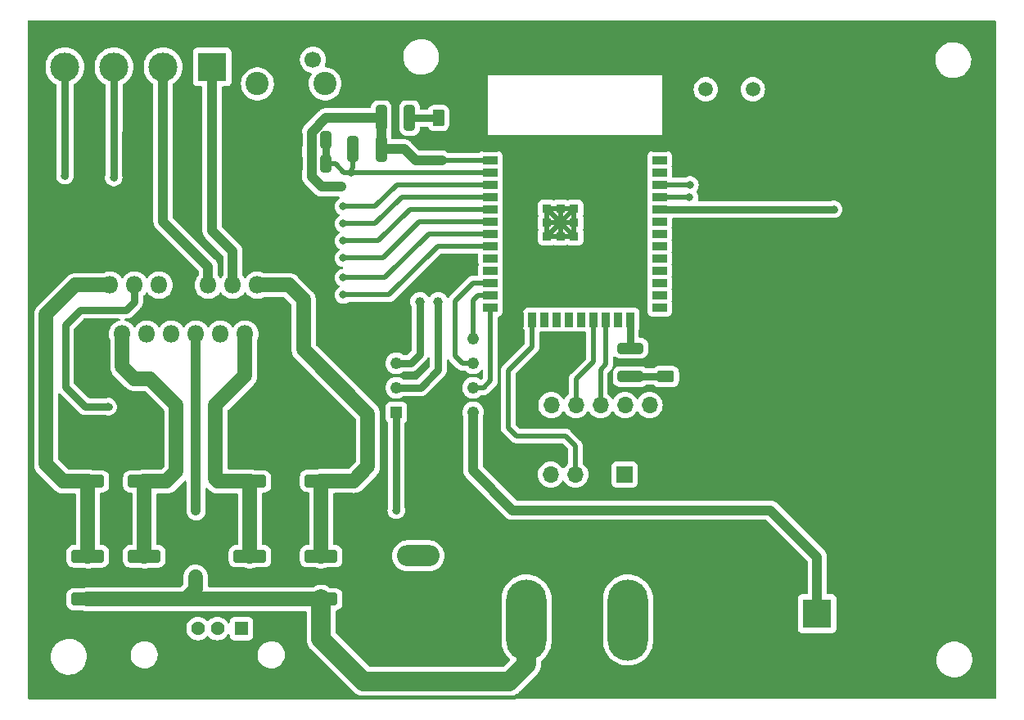
<source format=gbr>
%TF.GenerationSoftware,KiCad,Pcbnew,7.0.7*%
%TF.CreationDate,2023-11-07T23:05:13-03:00*%
%TF.ProjectId,robot seg,726f626f-7420-4736-9567-2e6b69636164,rev?*%
%TF.SameCoordinates,Original*%
%TF.FileFunction,Copper,L1,Top*%
%TF.FilePolarity,Positive*%
%FSLAX46Y46*%
G04 Gerber Fmt 4.6, Leading zero omitted, Abs format (unit mm)*
G04 Created by KiCad (PCBNEW 7.0.7) date 2023-11-07 23:05:13*
%MOMM*%
%LPD*%
G01*
G04 APERTURE LIST*
G04 Aperture macros list*
%AMRoundRect*
0 Rectangle with rounded corners*
0 $1 Rounding radius*
0 $2 $3 $4 $5 $6 $7 $8 $9 X,Y pos of 4 corners*
0 Add a 4 corners polygon primitive as box body*
4,1,4,$2,$3,$4,$5,$6,$7,$8,$9,$2,$3,0*
0 Add four circle primitives for the rounded corners*
1,1,$1+$1,$2,$3*
1,1,$1+$1,$4,$5*
1,1,$1+$1,$6,$7*
1,1,$1+$1,$8,$9*
0 Add four rect primitives between the rounded corners*
20,1,$1+$1,$2,$3,$4,$5,0*
20,1,$1+$1,$4,$5,$6,$7,0*
20,1,$1+$1,$6,$7,$8,$9,0*
20,1,$1+$1,$8,$9,$2,$3,0*%
G04 Aperture macros list end*
%TA.AperFunction,SMDPad,CuDef*%
%ADD10RoundRect,0.250000X-0.625000X0.375000X-0.625000X-0.375000X0.625000X-0.375000X0.625000X0.375000X0*%
%TD*%
%TA.AperFunction,ComponentPad*%
%ADD11R,1.700000X1.700000*%
%TD*%
%TA.AperFunction,ComponentPad*%
%ADD12O,1.700000X1.700000*%
%TD*%
%TA.AperFunction,ComponentPad*%
%ADD13R,3.000000X3.000000*%
%TD*%
%TA.AperFunction,ComponentPad*%
%ADD14C,3.000000*%
%TD*%
%TA.AperFunction,SMDPad,CuDef*%
%ADD15RoundRect,0.250000X1.450000X-0.400000X1.450000X0.400000X-1.450000X0.400000X-1.450000X-0.400000X0*%
%TD*%
%TA.AperFunction,SMDPad,CuDef*%
%ADD16RoundRect,0.250000X-0.312500X-1.075000X0.312500X-1.075000X0.312500X1.075000X-0.312500X1.075000X0*%
%TD*%
%TA.AperFunction,SMDPad,CuDef*%
%ADD17RoundRect,0.250000X0.375000X0.625000X-0.375000X0.625000X-0.375000X-0.625000X0.375000X-0.625000X0*%
%TD*%
%TA.AperFunction,SMDPad,CuDef*%
%ADD18RoundRect,0.250000X-0.325000X-0.650000X0.325000X-0.650000X0.325000X0.650000X-0.325000X0.650000X0*%
%TD*%
%TA.AperFunction,SMDPad,CuDef*%
%ADD19R,1.500000X0.900000*%
%TD*%
%TA.AperFunction,SMDPad,CuDef*%
%ADD20R,0.900000X1.500000*%
%TD*%
%TA.AperFunction,SMDPad,CuDef*%
%ADD21R,0.900000X0.900000*%
%TD*%
%TA.AperFunction,ComponentPad*%
%ADD22C,1.500000*%
%TD*%
%TA.AperFunction,ComponentPad*%
%ADD23R,1.800000X1.800000*%
%TD*%
%TA.AperFunction,ComponentPad*%
%ADD24O,1.800000X1.800000*%
%TD*%
%TA.AperFunction,ComponentPad*%
%ADD25C,2.400000*%
%TD*%
%TA.AperFunction,ComponentPad*%
%ADD26C,1.700000*%
%TD*%
%TA.AperFunction,SMDPad,CuDef*%
%ADD27RoundRect,0.250000X-1.075000X0.312500X-1.075000X-0.312500X1.075000X-0.312500X1.075000X0.312500X0*%
%TD*%
%TA.AperFunction,ComponentPad*%
%ADD28O,1.600000X0.800000*%
%TD*%
%TA.AperFunction,ComponentPad*%
%ADD29O,0.750000X1.500000*%
%TD*%
%TA.AperFunction,ComponentPad*%
%ADD30O,4.400000X2.200000*%
%TD*%
%TA.AperFunction,ComponentPad*%
%ADD31O,4.000000X2.000000*%
%TD*%
%TA.AperFunction,ComponentPad*%
%ADD32O,2.000000X4.000000*%
%TD*%
%TA.AperFunction,ComponentPad*%
%ADD33R,1.210000X1.210000*%
%TD*%
%TA.AperFunction,ComponentPad*%
%ADD34C,1.210000*%
%TD*%
%TA.AperFunction,ComponentPad*%
%ADD35R,1.428000X1.428000*%
%TD*%
%TA.AperFunction,ComponentPad*%
%ADD36C,1.428000*%
%TD*%
%TA.AperFunction,ComponentPad*%
%ADD37O,4.200000X8.400000*%
%TD*%
%TA.AperFunction,ComponentPad*%
%ADD38C,1.000000*%
%TD*%
%TA.AperFunction,ViaPad*%
%ADD39C,0.800000*%
%TD*%
%TA.AperFunction,Conductor*%
%ADD40C,0.500000*%
%TD*%
%TA.AperFunction,Conductor*%
%ADD41C,0.750000*%
%TD*%
%TA.AperFunction,Conductor*%
%ADD42C,1.500000*%
%TD*%
%TA.AperFunction,Conductor*%
%ADD43C,1.000000*%
%TD*%
%TA.AperFunction,Conductor*%
%ADD44C,2.000000*%
%TD*%
G04 APERTURE END LIST*
D10*
%TO.P,D1,1,K*%
%TO.N,GND*%
X173456600Y-88973200D03*
%TO.P,D1,2,A*%
%TO.N,Net-(D1-A)*%
X173456600Y-91773200D03*
%TD*%
D11*
%TO.P,J4,1,Pin_1*%
%TO.N,GND*%
X159080200Y-94742000D03*
D12*
%TO.P,J4,2,Pin_2*%
%TO.N,unconnected-(J4-Pin_2-Pad2)*%
X161620200Y-94742000D03*
%TO.P,J4,3,Pin_3*%
%TO.N,/SCL*%
X164160200Y-94742000D03*
%TO.P,J4,4,Pin_4*%
%TO.N,/SDA*%
X166700200Y-94742000D03*
%TO.P,J4,5,Pin_5*%
%TO.N,+5V*%
X169240200Y-94742000D03*
%TO.P,J4,6,Pin_6*%
%TO.N,unconnected-(J4-Pin_6-Pad6)*%
X171780200Y-94742000D03*
%TD*%
D13*
%TO.P,BT1,1,+*%
%TO.N,/Vpila*%
X189128400Y-116318001D03*
D14*
%TO.P,BT1,2,-*%
%TO.N,GND*%
X189128400Y-95828001D03*
%TD*%
D15*
%TO.P,D9,1,K*%
%TO.N,/OUT_2*%
X119532400Y-102641400D03*
%TO.P,D9,2,A*%
%TO.N,GND*%
X119532400Y-98191400D03*
%TD*%
D16*
%TO.P,R5,1*%
%TO.N,+3V3*%
X144028700Y-65024000D03*
%TO.P,R5,2*%
%TO.N,Net-(D10-A)*%
X146953700Y-65024000D03*
%TD*%
D17*
%TO.P,D10,1,K*%
%TO.N,GND*%
X152758600Y-65024000D03*
%TO.P,D10,2,A*%
%TO.N,Net-(D10-A)*%
X149958600Y-65024000D03*
%TD*%
D18*
%TO.P,C6,1*%
%TO.N,GND*%
X135353000Y-69773800D03*
%TO.P,C6,2*%
%TO.N,/EN*%
X138303000Y-69773800D03*
%TD*%
D19*
%TO.P,U1,1,GND@1*%
%TO.N,GND*%
X155332400Y-68127400D03*
%TO.P,U1,2,VDD*%
%TO.N,+3V3*%
X155332400Y-69397400D03*
%TO.P,U1,3,EN*%
%TO.N,/EN*%
X155332400Y-70667400D03*
%TO.P,U1,4,IO36*%
%TO.N,/EN_A*%
X155332400Y-71937400D03*
%TO.P,U1,5,IO39*%
%TO.N,/MB_1*%
X155332400Y-73207400D03*
%TO.P,U1,6,IO34*%
%TO.N,/MB_2*%
X155332400Y-74477400D03*
%TO.P,U1,7,IO35*%
%TO.N,/EN_B*%
X155332400Y-75747400D03*
%TO.P,U1,8,IO32*%
%TO.N,/MA_2*%
X155332400Y-77017400D03*
%TO.P,U1,9,IO33*%
%TO.N,/MA_1*%
X155332400Y-78287400D03*
%TO.P,U1,10,IO25*%
%TO.N,unconnected-(U1-IO25-Pad10)*%
X155332400Y-79557400D03*
%TO.P,U1,11,IO26*%
%TO.N,unconnected-(U1-IO26-Pad11)*%
X155332400Y-80827400D03*
%TO.P,U1,12,IO27*%
%TO.N,/Data*%
X155332400Y-82097400D03*
%TO.P,U1,13,IO14*%
%TO.N,/RESET*%
X155332400Y-83367400D03*
%TO.P,U1,14,IO12*%
%TO.N,/CLK*%
X155332400Y-84637400D03*
D20*
%TO.P,U1,15,GND@15*%
%TO.N,GND*%
X158367400Y-85887400D03*
%TO.P,U1,16,IO13*%
%TO.N,/Servos*%
X159637400Y-85887400D03*
%TO.P,U1,17,NC@17*%
%TO.N,unconnected-(U1-NC@17-Pad17)*%
X160907400Y-85887400D03*
%TO.P,U1,18,NC@18*%
%TO.N,unconnected-(U1-NC@18-Pad18)*%
X162177400Y-85887400D03*
%TO.P,U1,19,NC@19*%
%TO.N,unconnected-(U1-NC@19-Pad19)*%
X163447400Y-85887400D03*
%TO.P,U1,20,NC@20*%
%TO.N,unconnected-(U1-NC@20-Pad20)*%
X164717400Y-85887400D03*
%TO.P,U1,21,NC@21*%
%TO.N,/SCL*%
X165987400Y-85887400D03*
%TO.P,U1,22,NC@22*%
%TO.N,/SDA*%
X167257400Y-85887400D03*
%TO.P,U1,23,IO15*%
%TO.N,unconnected-(U1-IO15-Pad23)*%
X168527400Y-85887400D03*
%TO.P,U1,24,IO2*%
%TO.N,/Led prueba*%
X169797400Y-85887400D03*
D19*
%TO.P,U1,25,IO0*%
%TO.N,unconnected-(U1-IO0-Pad25)*%
X172832400Y-84637400D03*
%TO.P,U1,26,IO4*%
%TO.N,unconnected-(U1-IO4-Pad26)*%
X172832400Y-83367400D03*
%TO.P,U1,27,IO16*%
%TO.N,unconnected-(U1-IO16-Pad27)*%
X172832400Y-82097400D03*
%TO.P,U1,28,IO17*%
%TO.N,unconnected-(U1-IO17-Pad28)*%
X172832400Y-80827400D03*
%TO.P,U1,29,IO5*%
%TO.N,unconnected-(U1-IO5-Pad29)*%
X172832400Y-79557400D03*
%TO.P,U1,30,IO18*%
%TO.N,unconnected-(U1-IO18-Pad30)*%
X172832400Y-78287400D03*
%TO.P,U1,31,IO19*%
%TO.N,unconnected-(U1-IO19-Pad31)*%
X172832400Y-77017400D03*
%TO.P,U1,32,NC@32*%
%TO.N,unconnected-(U1-NC@32-Pad32)*%
X172832400Y-75747400D03*
%TO.P,U1,33,IO21*%
%TO.N,/ID0*%
X172832400Y-74477400D03*
%TO.P,U1,34,IO3*%
%TO.N,/Tx*%
X172832400Y-73207400D03*
%TO.P,U1,35,IO1*%
%TO.N,/Rx*%
X172832400Y-71937400D03*
%TO.P,U1,36,IO22*%
%TO.N,unconnected-(U1-IO22-Pad36)*%
X172832400Y-70667400D03*
%TO.P,U1,37,IO23*%
%TO.N,unconnected-(U1-IO23-Pad37)*%
X172832400Y-69397400D03*
%TO.P,U1,38,GND@38*%
%TO.N,GND*%
X172832400Y-68127400D03*
D21*
%TO.P,U1,GND@39,THERMAL@39*%
%TO.N,Net-(U1-THERMAL@39-PadGND@39)*%
X161182400Y-74447400D03*
%TO.P,U1,GND@40,THERMAL@39*%
X162582400Y-74447400D03*
%TO.P,U1,GND@41,THERMAL@39*%
X163982400Y-74447400D03*
%TO.P,U1,GND@42,THERMAL@39*%
X161182400Y-75847400D03*
%TO.P,U1,GND@43,THERMAL@39*%
X162582400Y-75847400D03*
%TO.P,U1,GND@44,THERMAL@39*%
X163982400Y-75847400D03*
%TO.P,U1,GND@45,THERMAL@39*%
X161182400Y-77247400D03*
%TO.P,U1,GND@46,THERMAL@39*%
X162582400Y-77247400D03*
%TO.P,U1,GND@47,THERMAL@39*%
X163982400Y-77247400D03*
%TD*%
D15*
%TO.P,D5,1,K*%
%TO.N,/OUT_3*%
X130449400Y-102636400D03*
%TO.P,D5,2,A*%
%TO.N,GND*%
X130449400Y-98186400D03*
%TD*%
D22*
%TO.P,Y1,1,1*%
%TO.N,/XI*%
X177593600Y-62052200D03*
%TO.P,Y1,2,2*%
%TO.N,/XO*%
X182473600Y-62052200D03*
%TD*%
D15*
%TO.P,D8,1,K*%
%TO.N,VCC*%
X119527400Y-114833400D03*
%TO.P,D8,2,A*%
%TO.N,/OUT_2*%
X119527400Y-110383400D03*
%TD*%
D16*
%TO.P,R3,1*%
%TO.N,/EN*%
X141107700Y-68224400D03*
%TO.P,R3,2*%
%TO.N,+3V3*%
X144032700Y-68224400D03*
%TD*%
D23*
%TO.P,U3,1,SENSE_A*%
%TO.N,GND*%
X114706400Y-87401400D03*
D24*
%TO.P,U3,2,OUT1*%
%TO.N,/OUT_1*%
X115976400Y-82321400D03*
%TO.P,U3,3,OUT2*%
%TO.N,/OUT_2*%
X117246400Y-87401400D03*
%TO.P,U3,4,Vs*%
%TO.N,VCC*%
X118516400Y-82321400D03*
%TO.P,U3,5,IN1*%
%TO.N,/MA_1*%
X119786400Y-87401400D03*
%TO.P,U3,6,EnA*%
%TO.N,/EN_A*%
X121056400Y-82321400D03*
%TO.P,U3,7,IN2*%
%TO.N,/MA_2*%
X122326400Y-87401400D03*
%TO.P,U3,8,GND*%
%TO.N,GND*%
X123596400Y-82321400D03*
%TO.P,U3,9,Vss*%
%TO.N,+5V*%
X124866400Y-87401400D03*
%TO.P,U3,10,IN3*%
%TO.N,/MB_1*%
X126136400Y-82321400D03*
%TO.P,U3,11,EnB*%
%TO.N,/EN_B*%
X127406400Y-87401400D03*
%TO.P,U3,12,IN4*%
%TO.N,/MB_2*%
X128676400Y-82321400D03*
%TO.P,U3,13,OUT3*%
%TO.N,/OUT_3*%
X129946400Y-87401400D03*
%TO.P,U3,14,OUT4*%
%TO.N,/OUT_4*%
X131216400Y-82321400D03*
%TO.P,U3,15,SENSE_B*%
%TO.N,GND*%
X132486400Y-87401400D03*
%TD*%
D15*
%TO.P,D7,1,K*%
%TO.N,/OUT_1*%
X113690400Y-102641400D03*
%TO.P,D7,2,A*%
%TO.N,GND*%
X113690400Y-98191400D03*
%TD*%
%TO.P,D6,1,K*%
%TO.N,VCC*%
X113685400Y-114833400D03*
%TO.P,D6,2,A*%
%TO.N,/OUT_1*%
X113685400Y-110383400D03*
%TD*%
%TO.P,D3,1,K*%
%TO.N,/OUT_4*%
X137820400Y-102575400D03*
%TO.P,D3,2,A*%
%TO.N,GND*%
X137820400Y-98125400D03*
%TD*%
%TO.P,D4,1,K*%
%TO.N,VCC*%
X130454400Y-114828400D03*
%TO.P,D4,2,A*%
%TO.N,/OUT_3*%
X130454400Y-110378400D03*
%TD*%
D25*
%TO.P,SWJ1,*%
%TO.N,*%
X131221599Y-61487000D03*
X138221599Y-61487000D03*
D26*
%TO.P,SWJ1,1,A*%
%TO.N,GND*%
X132471599Y-58987000D03*
%TO.P,SWJ1,2,B*%
%TO.N,/EN*%
X136971599Y-58987000D03*
%TD*%
D13*
%TO.P,J2,1,Pin_1*%
%TO.N,/MB_2*%
X126542800Y-59740800D03*
D14*
%TO.P,J2,2,Pin_2*%
%TO.N,/MB_1*%
X121462800Y-59740800D03*
%TO.P,J2,3,Pin_3*%
%TO.N,/MA_2*%
X116382800Y-59740800D03*
%TO.P,J2,4,Pin_4*%
%TO.N,/MA_1*%
X111302800Y-59740800D03*
%TD*%
D15*
%TO.P,D2,1,K*%
%TO.N,VCC*%
X137820400Y-114828400D03*
%TO.P,D2,2,A*%
%TO.N,/OUT_4*%
X137820400Y-110378400D03*
%TD*%
D11*
%TO.P,J5,1,Pin_1*%
%TO.N,+5V*%
X169189400Y-101904800D03*
D12*
%TO.P,J5,2,Pin_2*%
%TO.N,GND*%
X166649400Y-101904800D03*
%TO.P,J5,3,Pin_3*%
%TO.N,/Servos*%
X164109400Y-101904800D03*
%TO.P,J5,4,Pin_4*%
%TO.N,unconnected-(J5-Pin_4-Pad4)*%
X161569400Y-101904800D03*
%TD*%
D18*
%TO.P,C5,1*%
%TO.N,GND*%
X135353000Y-67335400D03*
%TO.P,C5,2*%
%TO.N,/EN*%
X138303000Y-67335400D03*
%TD*%
D27*
%TO.P,R4,1*%
%TO.N,/Led prueba*%
X169799000Y-88849200D03*
%TO.P,R4,2*%
%TO.N,Net-(D1-A)*%
X169799000Y-91774200D03*
%TD*%
D28*
%TO.P,J1,S1,SHIELD*%
%TO.N,GND*%
X189360800Y-63957200D03*
%TO.P,J1,S2,SHIELD*%
X194360800Y-63957200D03*
D29*
%TO.P,J1,S3,SHIELD*%
X188335800Y-61257200D03*
%TO.P,J1,S6,SHIELD*%
X195385800Y-61257200D03*
%TD*%
D30*
%TO.P,J3,1*%
%TO.N,/Vin*%
X147853400Y-110337600D03*
D31*
%TO.P,J3,2*%
%TO.N,GND*%
X147853400Y-116637600D03*
D32*
%TO.P,J3,3*%
X143053400Y-113237600D03*
%TD*%
D33*
%TO.P,U4,1,VCC*%
%TO.N,+5V*%
X145585200Y-95478600D03*
D34*
%TO.P,U4,2,X1*%
%TO.N,Net-(U4-X1)*%
X145585200Y-92938600D03*
%TO.P,U4,3,X2*%
%TO.N,Net-(U4-X2)*%
X145585200Y-90398600D03*
%TO.P,U4,4,GND*%
%TO.N,GND*%
X145585200Y-87858600D03*
%TO.P,U4,5,CE*%
%TO.N,/RESET*%
X153525200Y-87858600D03*
%TO.P,U4,6,I/O*%
%TO.N,/Data*%
X153525200Y-90398600D03*
%TO.P,U4,7,SCLK*%
%TO.N,/CLK*%
X153525200Y-92938600D03*
%TO.P,U4,8,VBAT*%
%TO.N,/Vpila*%
X153525200Y-95478600D03*
%TD*%
D35*
%TO.P,P1,1,VBUS*%
%TO.N,+5V*%
X129576200Y-117856000D03*
D36*
%TO.P,P1,2,D-*%
%TO.N,unconnected-(P1-D--Pad2)*%
X127076200Y-117856000D03*
%TO.P,P1,3,D+*%
%TO.N,unconnected-(P1-D+-Pad3)*%
X125076200Y-117856000D03*
%TO.P,P1,4,GND*%
%TO.N,GND*%
X122576200Y-117856000D03*
%TD*%
D37*
%TO.P,S1,1*%
%TO.N,VCC*%
X159054300Y-116967000D03*
%TO.P,S1,2*%
%TO.N,/Vin*%
X169554300Y-116967000D03*
%TD*%
D38*
%TO.P,Y2,1,1*%
%TO.N,Net-(U4-X2)*%
X148031200Y-84023200D03*
%TO.P,Y2,2,2*%
%TO.N,Net-(U4-X1)*%
X149931200Y-84023200D03*
%TD*%
D39*
%TO.N,/EN*%
X140919200Y-70662800D03*
%TO.N,+3V3*%
X139877800Y-72161400D03*
X150291800Y-69392800D03*
%TO.N,/MB_2*%
X126542800Y-71145400D03*
X140106400Y-77749400D03*
%TO.N,/MB_1*%
X140106400Y-75971400D03*
X121462800Y-71170800D03*
%TO.N,VCC*%
X124841000Y-112484600D03*
X115798600Y-94894400D03*
%TO.N,/MA_2*%
X116357400Y-71196200D03*
X140106400Y-81559400D03*
%TO.N,/MA_1*%
X111302800Y-70993000D03*
X140106400Y-83337400D03*
%TO.N,/Tx*%
X175920400Y-73202800D03*
%TO.N,/Rx*%
X175971200Y-71932800D03*
%TO.N,+5V*%
X124866400Y-105664000D03*
X145585200Y-105631000D03*
%TO.N,/EN_A*%
X140106400Y-74193400D03*
%TO.N,/EN_B*%
X140106400Y-79527400D03*
%TO.N,/ID0*%
X190830200Y-74472800D03*
%TD*%
D40*
%TO.N,/EN*%
X141107700Y-70204100D02*
X141107700Y-68224400D01*
X140919200Y-70392600D02*
X141107700Y-70204100D01*
D41*
X138303000Y-67335400D02*
X138303000Y-69773800D01*
D40*
X140919200Y-70662800D02*
X140182600Y-70662800D01*
X139293600Y-69773800D02*
X138303000Y-69773800D01*
X140182600Y-70662800D02*
X139293600Y-69773800D01*
X140919200Y-70662800D02*
X155327800Y-70662800D01*
X140919200Y-70662800D02*
X140919200Y-70392600D01*
X155327800Y-70662800D02*
X155332400Y-70667400D01*
D41*
%TO.N,Net-(D1-A)*%
X169800000Y-91773200D02*
X169799000Y-91774200D01*
X173456600Y-91773200D02*
X169800000Y-91773200D01*
D42*
%TO.N,/OUT_4*%
X136017000Y-83845400D02*
X136017000Y-89001600D01*
X137820400Y-102575400D02*
X137820400Y-110378400D01*
X142646400Y-101117400D02*
X141188400Y-102575400D01*
X131216400Y-82321400D02*
X134493000Y-82321400D01*
X142646400Y-95631000D02*
X142646400Y-101117400D01*
X134493000Y-82321400D02*
X136017000Y-83845400D01*
X136017000Y-89001600D02*
X142646400Y-95631000D01*
X141188400Y-102575400D02*
X137820400Y-102575400D01*
%TO.N,/OUT_3*%
X126898400Y-102387400D02*
X126898400Y-94767400D01*
X129946400Y-91719400D02*
X129946400Y-87401400D01*
X130449400Y-102636400D02*
X130444400Y-102641400D01*
X126898400Y-94767400D02*
X129946400Y-91719400D01*
X130454400Y-110378400D02*
X130454400Y-102641400D01*
X130444400Y-102641400D02*
X127152400Y-102641400D01*
X127152400Y-102641400D02*
X126898400Y-102387400D01*
X130454400Y-102641400D02*
X130449400Y-102636400D01*
%TO.N,/OUT_1*%
X113690400Y-110378400D02*
X113685400Y-110383400D01*
X111150400Y-102641400D02*
X109372400Y-100863400D01*
X113690400Y-102641400D02*
X113690400Y-110378400D01*
X112420400Y-82321400D02*
X115976400Y-82321400D01*
X109372400Y-100863400D02*
X109372400Y-85369400D01*
X109372400Y-85369400D02*
X112420400Y-82321400D01*
X113690400Y-102641400D02*
X111150400Y-102641400D01*
%TO.N,/OUT_2*%
X122834400Y-94742000D02*
X120116600Y-92024200D01*
X121818400Y-102641400D02*
X122834400Y-101625400D01*
X117246400Y-90754200D02*
X117246400Y-87401400D01*
X119532400Y-102641400D02*
X121818400Y-102641400D01*
X120116600Y-92024200D02*
X118516400Y-92024200D01*
X118516400Y-92024200D02*
X117246400Y-90754200D01*
X119532400Y-110378400D02*
X119527400Y-110383400D01*
X119532400Y-102641400D02*
X119532400Y-110378400D01*
X122834400Y-101625400D02*
X122834400Y-94742000D01*
D41*
%TO.N,Net-(D10-A)*%
X149958600Y-65024000D02*
X146953700Y-65024000D01*
D43*
%TO.N,+3V3*%
X146405600Y-68224400D02*
X147574000Y-69392800D01*
X136829800Y-71094600D02*
X136829800Y-66490097D01*
X137896600Y-72161400D02*
X136829800Y-71094600D01*
X144028700Y-65024000D02*
X144028700Y-68209700D01*
X138295897Y-65024000D02*
X144028700Y-65024000D01*
D40*
X150291800Y-69392800D02*
X150266400Y-69367400D01*
D43*
X147574000Y-69392800D02*
X150291800Y-69392800D01*
X136829800Y-66490097D02*
X138295897Y-65024000D01*
X139877800Y-72161400D02*
X137896600Y-72161400D01*
X144032700Y-68224400D02*
X146405600Y-68224400D01*
D40*
X150296400Y-69397400D02*
X150291800Y-69392800D01*
X155332400Y-69397400D02*
X150296400Y-69397400D01*
D41*
%TO.N,/Led prueba*%
X169799000Y-85889000D02*
X169797400Y-85887400D01*
D40*
X169797400Y-88792800D02*
X169824400Y-88819800D01*
X169797400Y-85887400D02*
X169797400Y-88792800D01*
D41*
X169799000Y-88849200D02*
X169799000Y-85889000D01*
D40*
%TO.N,/SCL*%
X164160200Y-92049600D02*
X164160200Y-94742000D01*
X165987400Y-85887400D02*
X165987400Y-90222400D01*
X165987400Y-90222400D02*
X164160200Y-92049600D01*
%TO.N,/SDA*%
X166700200Y-91059000D02*
X167257400Y-90501800D01*
X166700200Y-94742000D02*
X166700200Y-91059000D01*
X167257400Y-90501800D02*
X167257400Y-85887400D01*
D43*
%TO.N,/MB_2*%
X128676400Y-78841600D02*
X128676400Y-82321400D01*
X126542800Y-76708000D02*
X128676400Y-78841600D01*
X126542800Y-71145400D02*
X126542800Y-76708000D01*
D40*
X146972500Y-74477400D02*
X155332400Y-74477400D01*
D43*
X126542800Y-71145400D02*
X126542800Y-59740800D01*
D40*
X140106400Y-77749400D02*
X143700500Y-77749400D01*
X143700500Y-77749400D02*
X146972500Y-74477400D01*
%TO.N,Net-(U1-THERMAL@39-PadGND@39)*%
X162582400Y-75847400D02*
X161182400Y-74447400D01*
X161182400Y-74447400D02*
X163982400Y-74447400D01*
X161182400Y-75847400D02*
X163982400Y-75847400D01*
X161182400Y-74447400D02*
X161182400Y-77247400D01*
X163982400Y-77247400D02*
X161182400Y-77247400D01*
X163982400Y-77247400D02*
X162582400Y-75847400D01*
X163982400Y-74447400D02*
X163982400Y-77247400D01*
X162582400Y-75847400D02*
X163982400Y-74447400D01*
X162582400Y-74447400D02*
X162582400Y-77247400D01*
X162582400Y-75847400D02*
X161182400Y-77247400D01*
%TO.N,/MB_1*%
X143408400Y-75971400D02*
X146172400Y-73207400D01*
X140106400Y-75971400D02*
X143408400Y-75971400D01*
D43*
X126136400Y-80416400D02*
X126136400Y-82321400D01*
X121462800Y-75742800D02*
X126136400Y-80416400D01*
X121462800Y-71170800D02*
X121462800Y-59740800D01*
D40*
X146172400Y-73207400D02*
X155332400Y-73207400D01*
D43*
X121462800Y-71170800D02*
X121462800Y-75742800D01*
D42*
%TO.N,GND*%
X130388400Y-98125400D02*
X130449400Y-98186400D01*
D41*
%TO.N,VCC*%
X111379000Y-92837000D02*
X113436400Y-94894400D01*
X112903000Y-84886800D02*
X111379000Y-86410800D01*
X117652800Y-84912200D02*
X112928400Y-84912200D01*
D42*
X137815400Y-114833400D02*
X137820400Y-114828400D01*
X124841000Y-113766600D02*
X123774200Y-114833400D01*
D44*
X157276800Y-123317000D02*
X142214600Y-123317000D01*
X159054300Y-116967000D02*
X159054300Y-121539500D01*
D41*
X111379000Y-86410800D02*
X111379000Y-92837000D01*
X118516400Y-84048600D02*
X117652800Y-84912200D01*
X115798600Y-94894400D02*
X115824000Y-94894400D01*
D44*
X137820400Y-118922800D02*
X137820400Y-114828400D01*
D42*
X123774200Y-114833400D02*
X113685400Y-114833400D01*
D44*
X159054300Y-121539500D02*
X157276800Y-123317000D01*
D41*
X113436400Y-94894400D02*
X115798600Y-94894400D01*
X112928400Y-84912200D02*
X112903000Y-84886800D01*
D44*
X142214600Y-123317000D02*
X137820400Y-118922800D01*
D42*
X124841000Y-112484600D02*
X124841000Y-113766600D01*
X119527400Y-114833400D02*
X137815400Y-114833400D01*
D41*
X118516400Y-82321400D02*
X118516400Y-84048600D01*
D42*
X113685400Y-114833400D02*
X119527400Y-114833400D01*
D40*
%TO.N,/MA_2*%
X155332400Y-77017400D02*
X148966400Y-77017400D01*
D41*
X116357400Y-66268600D02*
X116382800Y-66243200D01*
X116382800Y-66243200D02*
X116382800Y-59740800D01*
D40*
X144424400Y-81559400D02*
X140106400Y-81559400D01*
X148966400Y-77017400D02*
X144424400Y-81559400D01*
D41*
X116357400Y-71196200D02*
X116357400Y-66268600D01*
D40*
%TO.N,/MA_1*%
X144830800Y-83337400D02*
X140106400Y-83337400D01*
X149880800Y-78287400D02*
X144830800Y-83337400D01*
D41*
X111302800Y-70993000D02*
X111302800Y-59740800D01*
D40*
X155332400Y-78287400D02*
X149880800Y-78287400D01*
%TO.N,/Tx*%
X175915800Y-73207400D02*
X172832400Y-73207400D01*
X175920400Y-73202800D02*
X175915800Y-73207400D01*
%TO.N,/Rx*%
X175966600Y-71937400D02*
X172832400Y-71937400D01*
X175971200Y-71932800D02*
X175966600Y-71937400D01*
D43*
%TO.N,+5V*%
X124866400Y-105664000D02*
X124866400Y-105587800D01*
X124866400Y-87401400D02*
X124866400Y-105664000D01*
D41*
X145585200Y-105631000D02*
X145585200Y-95478600D01*
%TO.N,Net-(U4-X1)*%
X149895600Y-84023200D02*
X149931200Y-84058800D01*
X148082000Y-92938600D02*
X145585200Y-92938600D01*
X149931200Y-84058800D02*
X149931200Y-91089400D01*
X149931200Y-91089400D02*
X148082000Y-92938600D01*
%TO.N,Net-(U4-X2)*%
X145585200Y-90398600D02*
X147091400Y-90398600D01*
X147091400Y-90398600D02*
X148031200Y-89458800D01*
X148031200Y-89458800D02*
X148031200Y-84023200D01*
D40*
%TO.N,/RESET*%
X153525200Y-83888600D02*
X153525200Y-87858600D01*
X155332400Y-83367400D02*
X154046400Y-83367400D01*
X154046400Y-83367400D02*
X153525200Y-83888600D01*
%TO.N,/Data*%
X153538400Y-82097400D02*
X151688800Y-83947000D01*
X151688800Y-83947000D02*
X151688800Y-89662000D01*
X155332400Y-82097400D02*
X153538400Y-82097400D01*
X151688800Y-89662000D02*
X152425400Y-90398600D01*
X152425400Y-90398600D02*
X153525200Y-90398600D01*
%TO.N,/CLK*%
X155332400Y-92216000D02*
X154609800Y-92938600D01*
X155332400Y-84637400D02*
X155332400Y-92216000D01*
X154609800Y-92938600D02*
X153525200Y-92938600D01*
D43*
%TO.N,/Vpila*%
X189128400Y-110464600D02*
X189128400Y-116433600D01*
X153525200Y-101506000D02*
X157632400Y-105613200D01*
X153525200Y-95478600D02*
X153525200Y-101506000D01*
X157632400Y-105613200D02*
X184277000Y-105613200D01*
X184277000Y-105613200D02*
X189128400Y-110464600D01*
D40*
%TO.N,/Servos*%
X157988000Y-97917000D02*
X163068000Y-97917000D01*
X159637400Y-88673000D02*
X157149800Y-91160600D01*
X159637400Y-85887400D02*
X159637400Y-88673000D01*
X164109400Y-98958400D02*
X164109400Y-101904800D01*
X157149800Y-91160600D02*
X157149800Y-97078800D01*
X157149800Y-97078800D02*
X157988000Y-97917000D01*
X163068000Y-97917000D02*
X164109400Y-98958400D01*
%TO.N,/EN_A*%
X145664400Y-71937400D02*
X143408400Y-74193400D01*
X146456400Y-71937400D02*
X145664400Y-71937400D01*
X155332400Y-71937400D02*
X145664400Y-71937400D01*
X143408400Y-74193400D02*
X140106400Y-74193400D01*
%TO.N,/EN_B*%
X147975800Y-75747400D02*
X155332400Y-75747400D01*
X140106400Y-79527400D02*
X144195800Y-79527400D01*
X144195800Y-79527400D02*
X147975800Y-75747400D01*
D41*
%TO.N,/ID0*%
X190825600Y-74477400D02*
X190830200Y-74472800D01*
X172832400Y-74477400D02*
X190825600Y-74477400D01*
%TD*%
%TA.AperFunction,Conductor*%
%TO.N,GND*%
G36*
X207562639Y-54934485D02*
G01*
X207608394Y-54987289D01*
X207619600Y-55038800D01*
X207619600Y-125021831D01*
X207599915Y-125088870D01*
X207547111Y-125134625D01*
X207495631Y-125145831D01*
X107616830Y-125171168D01*
X107549786Y-125151500D01*
X107504018Y-125098708D01*
X107492800Y-125047172D01*
X107492800Y-120844763D01*
X109854987Y-120844763D01*
X109884613Y-121114013D01*
X109884615Y-121114024D01*
X109939348Y-121323379D01*
X109953128Y-121376088D01*
X110059070Y-121625390D01*
X110157897Y-121787323D01*
X110200179Y-121856605D01*
X110200186Y-121856615D01*
X110373453Y-122064819D01*
X110373459Y-122064824D01*
X110478440Y-122158887D01*
X110575198Y-122245582D01*
X110801110Y-122395044D01*
X111046376Y-122510020D01*
X111046383Y-122510022D01*
X111046385Y-122510023D01*
X111305757Y-122588057D01*
X111305764Y-122588058D01*
X111305769Y-122588060D01*
X111573761Y-122627500D01*
X111573766Y-122627500D01*
X111776836Y-122627500D01*
X111828333Y-122623730D01*
X111979356Y-122612677D01*
X112091958Y-122587593D01*
X112243746Y-122553782D01*
X112243748Y-122553781D01*
X112243753Y-122553780D01*
X112496758Y-122457014D01*
X112732977Y-122324441D01*
X112947377Y-122158888D01*
X113135386Y-121963881D01*
X113292999Y-121743579D01*
X113366987Y-121599669D01*
X113416849Y-121502690D01*
X113416851Y-121502684D01*
X113416856Y-121502675D01*
X113504318Y-121246305D01*
X113553519Y-120979933D01*
X113563412Y-120709235D01*
X113541088Y-120506346D01*
X118101902Y-120506346D01*
X118112019Y-120744528D01*
X118112019Y-120744532D01*
X118162245Y-120977580D01*
X118251135Y-121198788D01*
X118251136Y-121198790D01*
X118374592Y-121399296D01*
X118376132Y-121401796D01*
X118483976Y-121524331D01*
X118533636Y-121580755D01*
X118719120Y-121730523D01*
X118927246Y-121846790D01*
X119053151Y-121891275D01*
X119152029Y-121926211D01*
X119386990Y-121966499D01*
X119386998Y-121966499D01*
X119387000Y-121966500D01*
X119387001Y-121966500D01*
X119565702Y-121966500D01*
X119743736Y-121951347D01*
X119743739Y-121951346D01*
X119743741Y-121951346D01*
X119974449Y-121891275D01*
X120139869Y-121816500D01*
X120191680Y-121793080D01*
X120191681Y-121793078D01*
X120191686Y-121793077D01*
X120335634Y-121695784D01*
X120389193Y-121659586D01*
X120389194Y-121659584D01*
X120389203Y-121659579D01*
X120561318Y-121494621D01*
X120703079Y-121302947D01*
X120810407Y-121090074D01*
X120880216Y-120862123D01*
X120910498Y-120625654D01*
X120905430Y-120506346D01*
X131241902Y-120506346D01*
X131252019Y-120744528D01*
X131252019Y-120744532D01*
X131302245Y-120977580D01*
X131391135Y-121198788D01*
X131391136Y-121198790D01*
X131514592Y-121399296D01*
X131516132Y-121401796D01*
X131623976Y-121524331D01*
X131673636Y-121580755D01*
X131859120Y-121730523D01*
X132067246Y-121846790D01*
X132193151Y-121891275D01*
X132292029Y-121926211D01*
X132526990Y-121966499D01*
X132526998Y-121966499D01*
X132527000Y-121966500D01*
X132527001Y-121966500D01*
X132705702Y-121966500D01*
X132883736Y-121951347D01*
X132883739Y-121951346D01*
X132883741Y-121951346D01*
X133114449Y-121891275D01*
X133279869Y-121816500D01*
X133331680Y-121793080D01*
X133331681Y-121793078D01*
X133331686Y-121793077D01*
X133475634Y-121695784D01*
X133529193Y-121659586D01*
X133529194Y-121659584D01*
X133529203Y-121659579D01*
X133701318Y-121494621D01*
X133843079Y-121302947D01*
X133950407Y-121090074D01*
X134020216Y-120862123D01*
X134050498Y-120625654D01*
X134040380Y-120387468D01*
X134028151Y-120330727D01*
X133990154Y-120154419D01*
X133948727Y-120051325D01*
X133901264Y-119933210D01*
X133776269Y-119730205D01*
X133618764Y-119551245D01*
X133433280Y-119401477D01*
X133266698Y-119308418D01*
X133225155Y-119285210D01*
X133000370Y-119205788D01*
X132765409Y-119165500D01*
X132765400Y-119165500D01*
X132586703Y-119165500D01*
X132586698Y-119165500D01*
X132408663Y-119180652D01*
X132177951Y-119240724D01*
X131960719Y-119338919D01*
X131960711Y-119338924D01*
X131763206Y-119472413D01*
X131763197Y-119472421D01*
X131591081Y-119637379D01*
X131449323Y-119829050D01*
X131449320Y-119829054D01*
X131341996Y-120041920D01*
X131341993Y-120041926D01*
X131272183Y-120269878D01*
X131241902Y-120506346D01*
X120905430Y-120506346D01*
X120900380Y-120387468D01*
X120888151Y-120330727D01*
X120850154Y-120154419D01*
X120808727Y-120051325D01*
X120761264Y-119933210D01*
X120636269Y-119730205D01*
X120478764Y-119551245D01*
X120293280Y-119401477D01*
X120126698Y-119308418D01*
X120085155Y-119285210D01*
X119860370Y-119205788D01*
X119625409Y-119165500D01*
X119625400Y-119165500D01*
X119446703Y-119165500D01*
X119446698Y-119165500D01*
X119268663Y-119180652D01*
X119037951Y-119240724D01*
X118820719Y-119338919D01*
X118820711Y-119338924D01*
X118623206Y-119472413D01*
X118623197Y-119472421D01*
X118451081Y-119637379D01*
X118309323Y-119829050D01*
X118309320Y-119829054D01*
X118201996Y-120041920D01*
X118201993Y-120041926D01*
X118132183Y-120269878D01*
X118101902Y-120506346D01*
X113541088Y-120506346D01*
X113533786Y-120439982D01*
X113465272Y-120177912D01*
X113359330Y-119928610D01*
X113218218Y-119697390D01*
X113199179Y-119674512D01*
X113044946Y-119489180D01*
X113044940Y-119489175D01*
X112843202Y-119308418D01*
X112617292Y-119158957D01*
X112592039Y-119147119D01*
X112372024Y-119043980D01*
X112372019Y-119043978D01*
X112372014Y-119043976D01*
X112112642Y-118965942D01*
X112112628Y-118965939D01*
X111996991Y-118948921D01*
X111844639Y-118926500D01*
X111641569Y-118926500D01*
X111641564Y-118926500D01*
X111439044Y-118941323D01*
X111439031Y-118941325D01*
X111174653Y-119000217D01*
X111174646Y-119000220D01*
X110921639Y-119096987D01*
X110685426Y-119229557D01*
X110685424Y-119229558D01*
X110685423Y-119229559D01*
X110664987Y-119245339D01*
X110471022Y-119395112D01*
X110283022Y-119590109D01*
X110283016Y-119590116D01*
X110125402Y-119810419D01*
X110125399Y-119810424D01*
X110001550Y-120051309D01*
X110001543Y-120051327D01*
X109914084Y-120307685D01*
X109914082Y-120307695D01*
X109865200Y-120572343D01*
X109864881Y-120574068D01*
X109864880Y-120574075D01*
X109854987Y-120844763D01*
X107492800Y-120844763D01*
X107492800Y-117856002D01*
X123857061Y-117856002D01*
X123875581Y-118067695D01*
X123875583Y-118067705D01*
X123930581Y-118272962D01*
X123930583Y-118272966D01*
X123930584Y-118272970D01*
X123993109Y-118407055D01*
X124020395Y-118465570D01*
X124020397Y-118465574D01*
X124142281Y-118639642D01*
X124142286Y-118639648D01*
X124292551Y-118789913D01*
X124292557Y-118789918D01*
X124466625Y-118911802D01*
X124466627Y-118911803D01*
X124466630Y-118911805D01*
X124659230Y-119001616D01*
X124864499Y-119056618D01*
X125015713Y-119069847D01*
X125076198Y-119075139D01*
X125076200Y-119075139D01*
X125076202Y-119075139D01*
X125129248Y-119070498D01*
X125287901Y-119056618D01*
X125493170Y-119001616D01*
X125685770Y-118911805D01*
X125859847Y-118789915D01*
X125988518Y-118661243D01*
X126049842Y-118627758D01*
X126119534Y-118632742D01*
X126163881Y-118661243D01*
X126292551Y-118789913D01*
X126292557Y-118789918D01*
X126466625Y-118911802D01*
X126466627Y-118911803D01*
X126466630Y-118911805D01*
X126659230Y-119001616D01*
X126864499Y-119056618D01*
X127015714Y-119069847D01*
X127076198Y-119075139D01*
X127076200Y-119075139D01*
X127076202Y-119075139D01*
X127129248Y-119070498D01*
X127287901Y-119056618D01*
X127493170Y-119001616D01*
X127685770Y-118911805D01*
X127859847Y-118789915D01*
X128010115Y-118639647D01*
X128132005Y-118465570D01*
X128135110Y-118461136D01*
X128136807Y-118462324D01*
X128180827Y-118420311D01*
X128249427Y-118407055D01*
X128314304Y-118432991D01*
X128354860Y-118489886D01*
X128361700Y-118530498D01*
X128361700Y-118617869D01*
X128361701Y-118617876D01*
X128368108Y-118677483D01*
X128418402Y-118812328D01*
X128418406Y-118812335D01*
X128504652Y-118927544D01*
X128504655Y-118927547D01*
X128619864Y-119013793D01*
X128619871Y-119013797D01*
X128754717Y-119064091D01*
X128754716Y-119064091D01*
X128761644Y-119064835D01*
X128814327Y-119070500D01*
X130338072Y-119070499D01*
X130397683Y-119064091D01*
X130532531Y-119013796D01*
X130647746Y-118927546D01*
X130733996Y-118812331D01*
X130784291Y-118677483D01*
X130790700Y-118617873D01*
X130790699Y-117094128D01*
X130784291Y-117034517D01*
X130733996Y-116899669D01*
X130733995Y-116899668D01*
X130733993Y-116899664D01*
X130647747Y-116784455D01*
X130647744Y-116784452D01*
X130532535Y-116698206D01*
X130532528Y-116698202D01*
X130397682Y-116647908D01*
X130397683Y-116647908D01*
X130338083Y-116641501D01*
X130338081Y-116641500D01*
X130338073Y-116641500D01*
X130338064Y-116641500D01*
X128814329Y-116641500D01*
X128814323Y-116641501D01*
X128754716Y-116647908D01*
X128619871Y-116698202D01*
X128619864Y-116698206D01*
X128504655Y-116784452D01*
X128504652Y-116784455D01*
X128418406Y-116899664D01*
X128418402Y-116899671D01*
X128368108Y-117034517D01*
X128362763Y-117084241D01*
X128361701Y-117094123D01*
X128361700Y-117094135D01*
X128361700Y-117181500D01*
X128342015Y-117248539D01*
X128289211Y-117294294D01*
X128220053Y-117304238D01*
X128156497Y-117275213D01*
X128135920Y-117250298D01*
X128135110Y-117250866D01*
X128010116Y-117072354D01*
X127972278Y-117034516D01*
X127859847Y-116922085D01*
X127859843Y-116922082D01*
X127859842Y-116922081D01*
X127685774Y-116800197D01*
X127685770Y-116800195D01*
X127685766Y-116800193D01*
X127493170Y-116710384D01*
X127493166Y-116710383D01*
X127493162Y-116710381D01*
X127287905Y-116655383D01*
X127287903Y-116655382D01*
X127287901Y-116655382D01*
X127287899Y-116655381D01*
X127287895Y-116655381D01*
X127076202Y-116636861D01*
X127076198Y-116636861D01*
X126864504Y-116655381D01*
X126864494Y-116655383D01*
X126659237Y-116710381D01*
X126659228Y-116710385D01*
X126466633Y-116800193D01*
X126292554Y-116922083D01*
X126163880Y-117050757D01*
X126102557Y-117084241D01*
X126032865Y-117079257D01*
X125988518Y-117050756D01*
X125859848Y-116922086D01*
X125859842Y-116922081D01*
X125685774Y-116800197D01*
X125685770Y-116800195D01*
X125685766Y-116800193D01*
X125493170Y-116710384D01*
X125493166Y-116710383D01*
X125493162Y-116710381D01*
X125287905Y-116655383D01*
X125287903Y-116655382D01*
X125287901Y-116655382D01*
X125287899Y-116655381D01*
X125287895Y-116655381D01*
X125076202Y-116636861D01*
X125076198Y-116636861D01*
X124864504Y-116655381D01*
X124864494Y-116655383D01*
X124659237Y-116710381D01*
X124659228Y-116710385D01*
X124466633Y-116800193D01*
X124292550Y-116922086D01*
X124142286Y-117072350D01*
X124020393Y-117246433D01*
X123930585Y-117439028D01*
X123930581Y-117439037D01*
X123875583Y-117644294D01*
X123875581Y-117644304D01*
X123857061Y-117855997D01*
X123857061Y-117856002D01*
X107492800Y-117856002D01*
X107492800Y-115283401D01*
X111484900Y-115283401D01*
X111484901Y-115283419D01*
X111495400Y-115386196D01*
X111495401Y-115386199D01*
X111548928Y-115547731D01*
X111550586Y-115552734D01*
X111642688Y-115702056D01*
X111766744Y-115826112D01*
X111916066Y-115918214D01*
X112082603Y-115973399D01*
X112185391Y-115983900D01*
X113169516Y-115983899D01*
X113213087Y-115991806D01*
X113351376Y-116043707D01*
X113572850Y-116083900D01*
X113572853Y-116083900D01*
X119414853Y-116083900D01*
X123700493Y-116083900D01*
X123707431Y-116084289D01*
X123746027Y-116088638D01*
X123746029Y-116088637D01*
X123746030Y-116088638D01*
X123763786Y-116087440D01*
X123814232Y-116084039D01*
X123818388Y-116083900D01*
X136195900Y-116083900D01*
X136262939Y-116103585D01*
X136308694Y-116156389D01*
X136319900Y-116207900D01*
X136319900Y-118825781D01*
X136319424Y-118833456D01*
X136316043Y-118860579D01*
X136319900Y-118953835D01*
X136319900Y-118984864D01*
X136322462Y-119015790D01*
X136326318Y-119109033D01*
X136331926Y-119135783D01*
X136333035Y-119143390D01*
X136335291Y-119170618D01*
X136335291Y-119170619D01*
X136347979Y-119220723D01*
X136358201Y-119261088D01*
X136377351Y-119352414D01*
X136377352Y-119352416D01*
X136387282Y-119377867D01*
X136389627Y-119385187D01*
X136393752Y-119401477D01*
X136396337Y-119411681D01*
X136430331Y-119489180D01*
X136433820Y-119497135D01*
X136467744Y-119584075D01*
X136481732Y-119607550D01*
X136485252Y-119614388D01*
X136496225Y-119639404D01*
X136496227Y-119639407D01*
X136547260Y-119717520D01*
X136595034Y-119797694D01*
X136612696Y-119818547D01*
X136617287Y-119824704D01*
X136632236Y-119847585D01*
X136632237Y-119847586D01*
X136695433Y-119916235D01*
X136715500Y-119939929D01*
X136737449Y-119961878D01*
X136800657Y-120030539D01*
X136822222Y-120047324D01*
X136827987Y-120052415D01*
X141084984Y-124309412D01*
X141090073Y-124315174D01*
X141106862Y-124336744D01*
X141106864Y-124336746D01*
X141106865Y-124336747D01*
X141175521Y-124399950D01*
X141197466Y-124421894D01*
X141197474Y-124421902D01*
X141221164Y-124441966D01*
X141289815Y-124505164D01*
X141289817Y-124505165D01*
X141289818Y-124505166D01*
X141312686Y-124520106D01*
X141318850Y-124524702D01*
X141339706Y-124542366D01*
X141339713Y-124542370D01*
X141419878Y-124590139D01*
X141470912Y-124623480D01*
X141497993Y-124641173D01*
X141523012Y-124652147D01*
X141529843Y-124655663D01*
X141543257Y-124663656D01*
X141553320Y-124669653D01*
X141553330Y-124669658D01*
X141640263Y-124703579D01*
X141677747Y-124720020D01*
X141725719Y-124741063D01*
X141750508Y-124747340D01*
X141752209Y-124747771D01*
X141759532Y-124750116D01*
X141784986Y-124760049D01*
X141876302Y-124779196D01*
X141966779Y-124802108D01*
X141994015Y-124804364D01*
X142001618Y-124805471D01*
X142028363Y-124811080D01*
X142121594Y-124814936D01*
X142152533Y-124817500D01*
X142152535Y-124817500D01*
X142183574Y-124817500D01*
X142276821Y-124821357D01*
X142293514Y-124819276D01*
X142303942Y-124817977D01*
X142311618Y-124817500D01*
X157179781Y-124817500D01*
X157187452Y-124817975D01*
X157214579Y-124821357D01*
X157307835Y-124817500D01*
X157338867Y-124817500D01*
X157369790Y-124814937D01*
X157463037Y-124811081D01*
X157489782Y-124805472D01*
X157497382Y-124804364D01*
X157524621Y-124802108D01*
X157524624Y-124802107D01*
X157524626Y-124802107D01*
X157524629Y-124802106D01*
X157615088Y-124779198D01*
X157615098Y-124779196D01*
X157706414Y-124760049D01*
X157731877Y-124750112D01*
X157739174Y-124747774D01*
X157765681Y-124741063D01*
X157851135Y-124703579D01*
X157938074Y-124669656D01*
X157961561Y-124655659D01*
X157968381Y-124652149D01*
X157993407Y-124641173D01*
X158071520Y-124590139D01*
X158151694Y-124542366D01*
X158172554Y-124524697D01*
X158178694Y-124520117D01*
X158201585Y-124505164D01*
X158270235Y-124441966D01*
X158293926Y-124421902D01*
X158315878Y-124399949D01*
X158384538Y-124336744D01*
X158401330Y-124315167D01*
X158406404Y-124309422D01*
X160046726Y-122669099D01*
X160052463Y-122664034D01*
X160074044Y-122647238D01*
X160137260Y-122578566D01*
X160159202Y-122556625D01*
X160159200Y-122556628D01*
X160166238Y-122548316D01*
X160179257Y-122532945D01*
X160242464Y-122464285D01*
X160257417Y-122441394D01*
X160261997Y-122435254D01*
X160279666Y-122414394D01*
X160327436Y-122334224D01*
X160378473Y-122256107D01*
X160389454Y-122231071D01*
X160392957Y-122224264D01*
X160406956Y-122200773D01*
X160440880Y-122113832D01*
X160478363Y-122028381D01*
X160485071Y-122001885D01*
X160487410Y-121994583D01*
X160497350Y-121969114D01*
X160516502Y-121877774D01*
X160539408Y-121787321D01*
X160541664Y-121760093D01*
X160542773Y-121752482D01*
X160544639Y-121743580D01*
X160548381Y-121725737D01*
X160552237Y-121632490D01*
X160554800Y-121601567D01*
X160554800Y-121570535D01*
X160558657Y-121477279D01*
X160555275Y-121450151D01*
X160554800Y-121442481D01*
X160554800Y-121258913D01*
X160574485Y-121191874D01*
X160610310Y-121155544D01*
X160624430Y-121146188D01*
X160868037Y-120937478D01*
X161084149Y-120700414D01*
X161256237Y-120457312D01*
X161269487Y-120438594D01*
X161269493Y-120438584D01*
X161421248Y-120155983D01*
X161421249Y-120155980D01*
X161421254Y-120155971D01*
X161537135Y-119856847D01*
X161615379Y-119545749D01*
X161639319Y-119352414D01*
X161654800Y-119227397D01*
X161654800Y-119147126D01*
X166953800Y-119147126D01*
X166958751Y-119227393D01*
X166968605Y-119387175D01*
X167022318Y-119674512D01*
X167027550Y-119702503D01*
X167124798Y-120008194D01*
X167258874Y-120299617D01*
X167258874Y-120299618D01*
X167427737Y-120572343D01*
X167427751Y-120572363D01*
X167628851Y-120822271D01*
X167628854Y-120822274D01*
X167628855Y-120822275D01*
X167859152Y-121045585D01*
X168115145Y-121238903D01*
X168392955Y-121399296D01*
X168688369Y-121524334D01*
X168688382Y-121524337D01*
X168688386Y-121524339D01*
X168996902Y-121612120D01*
X168996905Y-121612120D01*
X168996910Y-121612122D01*
X169186862Y-121641608D01*
X169313892Y-121661327D01*
X169313895Y-121661327D01*
X169313900Y-121661328D01*
X169634535Y-121671206D01*
X169634535Y-121671205D01*
X169634536Y-121671206D01*
X169741148Y-121661327D01*
X169953953Y-121641608D01*
X170267313Y-121572981D01*
X170569864Y-121466366D01*
X170857021Y-121323379D01*
X171092074Y-121167628D01*
X171124426Y-121146191D01*
X171124426Y-121146190D01*
X171124430Y-121146188D01*
X171150138Y-121124163D01*
X201447387Y-121124163D01*
X201477013Y-121393413D01*
X201477015Y-121393424D01*
X201541899Y-121641607D01*
X201545528Y-121655488D01*
X201651470Y-121904790D01*
X201708453Y-121998160D01*
X201792579Y-122136005D01*
X201792586Y-122136015D01*
X201965853Y-122344219D01*
X201965859Y-122344224D01*
X202167598Y-122524982D01*
X202393510Y-122674444D01*
X202638776Y-122789420D01*
X202638783Y-122789422D01*
X202638785Y-122789423D01*
X202898157Y-122867457D01*
X202898164Y-122867458D01*
X202898169Y-122867460D01*
X203166161Y-122906900D01*
X203166166Y-122906900D01*
X203369236Y-122906900D01*
X203420733Y-122903130D01*
X203571756Y-122892077D01*
X203684358Y-122866993D01*
X203836146Y-122833182D01*
X203836148Y-122833181D01*
X203836153Y-122833180D01*
X204089158Y-122736414D01*
X204325377Y-122603841D01*
X204539777Y-122438288D01*
X204727786Y-122243281D01*
X204885399Y-122022979D01*
X204960054Y-121877774D01*
X205009249Y-121782090D01*
X205009251Y-121782084D01*
X205009256Y-121782075D01*
X205096718Y-121525705D01*
X205145919Y-121259333D01*
X205145935Y-121258913D01*
X205155812Y-120988635D01*
X205141892Y-120862123D01*
X205126186Y-120719382D01*
X205057672Y-120457312D01*
X204951730Y-120208010D01*
X204810618Y-119976790D01*
X204779940Y-119939926D01*
X204637346Y-119768580D01*
X204637340Y-119768575D01*
X204435602Y-119587818D01*
X204209692Y-119438357D01*
X204152774Y-119411675D01*
X203964424Y-119323380D01*
X203964419Y-119323378D01*
X203964414Y-119323376D01*
X203705042Y-119245342D01*
X203705028Y-119245339D01*
X203589391Y-119228321D01*
X203437039Y-119205900D01*
X203233969Y-119205900D01*
X203233964Y-119205900D01*
X203031444Y-119220723D01*
X203031431Y-119220725D01*
X202767053Y-119279617D01*
X202767046Y-119279620D01*
X202514039Y-119376387D01*
X202277826Y-119508957D01*
X202063422Y-119674512D01*
X201875422Y-119869509D01*
X201875416Y-119869516D01*
X201717802Y-120089819D01*
X201717799Y-120089824D01*
X201593950Y-120330709D01*
X201593943Y-120330727D01*
X201506484Y-120587085D01*
X201506481Y-120587099D01*
X201499360Y-120625654D01*
X201463043Y-120822275D01*
X201457281Y-120853468D01*
X201457280Y-120853475D01*
X201447387Y-121124163D01*
X171150138Y-121124163D01*
X171368037Y-120937478D01*
X171584149Y-120700414D01*
X171756237Y-120457312D01*
X171769487Y-120438594D01*
X171769493Y-120438584D01*
X171921248Y-120155983D01*
X171921249Y-120155980D01*
X171921254Y-120155971D01*
X172037135Y-119856847D01*
X172115379Y-119545749D01*
X172139319Y-119352414D01*
X172154800Y-119227397D01*
X172154800Y-114786881D01*
X172153767Y-114770136D01*
X172139994Y-114546822D01*
X172081050Y-114231497D01*
X171983802Y-113925806D01*
X171849726Y-113634382D01*
X171763675Y-113495405D01*
X171680862Y-113361656D01*
X171680848Y-113361636D01*
X171479748Y-113111728D01*
X171249446Y-112888413D01*
X170993452Y-112695095D01*
X170891761Y-112636384D01*
X170715645Y-112534704D01*
X170715641Y-112534702D01*
X170715639Y-112534701D01*
X170420237Y-112409668D01*
X170420213Y-112409660D01*
X170111697Y-112321879D01*
X170111692Y-112321878D01*
X169794707Y-112272672D01*
X169794696Y-112272671D01*
X169474063Y-112262793D01*
X169154648Y-112292391D01*
X169154642Y-112292392D01*
X168841286Y-112361018D01*
X168538733Y-112467635D01*
X168251578Y-112610621D01*
X167984173Y-112787808D01*
X167984173Y-112787809D01*
X167740568Y-112996517D01*
X167740566Y-112996519D01*
X167524456Y-113233579D01*
X167524448Y-113233589D01*
X167339112Y-113495405D01*
X167339106Y-113495415D01*
X167187351Y-113778016D01*
X167187344Y-113778034D01*
X167071467Y-114077144D01*
X167071466Y-114077148D01*
X166993220Y-114388254D01*
X166953800Y-114706602D01*
X166953800Y-114706606D01*
X166953800Y-114706607D01*
X166953800Y-119147126D01*
X161654800Y-119147126D01*
X161654800Y-114786881D01*
X161653767Y-114770136D01*
X161639994Y-114546822D01*
X161581050Y-114231497D01*
X161483802Y-113925806D01*
X161349726Y-113634382D01*
X161263675Y-113495405D01*
X161180862Y-113361656D01*
X161180848Y-113361636D01*
X160979748Y-113111728D01*
X160749446Y-112888413D01*
X160493452Y-112695095D01*
X160391761Y-112636384D01*
X160215645Y-112534704D01*
X160215641Y-112534702D01*
X160215639Y-112534701D01*
X159920237Y-112409668D01*
X159920213Y-112409660D01*
X159611697Y-112321879D01*
X159611692Y-112321878D01*
X159294707Y-112272672D01*
X159294696Y-112272671D01*
X158974063Y-112262793D01*
X158654648Y-112292391D01*
X158654642Y-112292392D01*
X158341286Y-112361018D01*
X158038733Y-112467635D01*
X157751578Y-112610621D01*
X157484173Y-112787808D01*
X157484173Y-112787809D01*
X157240568Y-112996517D01*
X157240566Y-112996519D01*
X157024456Y-113233579D01*
X157024448Y-113233589D01*
X156839112Y-113495405D01*
X156839106Y-113495415D01*
X156687351Y-113778016D01*
X156687344Y-113778034D01*
X156571467Y-114077144D01*
X156571466Y-114077148D01*
X156493220Y-114388254D01*
X156453800Y-114706602D01*
X156453800Y-114706606D01*
X156453800Y-114706607D01*
X156453800Y-119147126D01*
X156458751Y-119227393D01*
X156468605Y-119387175D01*
X156522318Y-119674512D01*
X156527550Y-119702503D01*
X156624798Y-120008194D01*
X156758874Y-120299618D01*
X156927737Y-120572343D01*
X156927751Y-120572363D01*
X157128854Y-120822274D01*
X157128856Y-120822277D01*
X157302782Y-120990926D01*
X157337208Y-121051726D01*
X157333297Y-121121486D01*
X157304143Y-121167628D01*
X156691591Y-121780181D01*
X156630268Y-121813666D01*
X156603910Y-121816500D01*
X142887490Y-121816500D01*
X142820451Y-121796815D01*
X142799809Y-121780181D01*
X139357219Y-118337591D01*
X139323734Y-118276268D01*
X139320900Y-118249910D01*
X139320900Y-116090562D01*
X139340585Y-116023523D01*
X139393389Y-115977768D01*
X139418952Y-115969307D01*
X139423188Y-115968399D01*
X139423197Y-115968399D01*
X139589734Y-115913214D01*
X139739056Y-115821112D01*
X139863112Y-115697056D01*
X139955214Y-115547734D01*
X140010399Y-115381197D01*
X140020900Y-115278409D01*
X140020899Y-114378392D01*
X140020471Y-114374207D01*
X140010399Y-114275603D01*
X140010398Y-114275600D01*
X139983193Y-114193501D01*
X139955214Y-114109066D01*
X139863112Y-113959744D01*
X139739056Y-113835688D01*
X139597842Y-113748587D01*
X139589736Y-113743587D01*
X139589731Y-113743585D01*
X139588262Y-113743098D01*
X139423197Y-113688401D01*
X139423195Y-113688400D01*
X139320416Y-113677900D01*
X139320409Y-113677900D01*
X138827772Y-113677900D01*
X138760733Y-113658215D01*
X138751610Y-113651753D01*
X138643912Y-113567928D01*
X138643908Y-113567925D01*
X138425211Y-113449572D01*
X138425202Y-113449569D01*
X138190016Y-113368829D01*
X137944735Y-113327900D01*
X137696065Y-113327900D01*
X137450783Y-113368829D01*
X137215597Y-113449569D01*
X137215588Y-113449572D01*
X137103169Y-113510411D01*
X136996891Y-113567926D01*
X136996889Y-113567927D01*
X136996838Y-113567955D01*
X136937820Y-113582900D01*
X126215500Y-113582900D01*
X126148461Y-113563215D01*
X126102706Y-113510411D01*
X126091500Y-113458900D01*
X126091500Y-112428452D01*
X126091500Y-112428445D01*
X126076377Y-112260412D01*
X126046064Y-112150576D01*
X126016496Y-112043439D01*
X126016491Y-112043426D01*
X125918832Y-111840633D01*
X125918828Y-111840625D01*
X125786526Y-111658527D01*
X125786525Y-111658525D01*
X125749886Y-111623495D01*
X125623825Y-111502968D01*
X125623823Y-111502966D01*
X125435966Y-111378963D01*
X125228995Y-111290499D01*
X125228982Y-111290495D01*
X125009542Y-111240410D01*
X125009538Y-111240409D01*
X125009537Y-111240409D01*
X125009536Y-111240408D01*
X125009531Y-111240408D01*
X124784674Y-111230310D01*
X124784673Y-111230310D01*
X124784670Y-111230310D01*
X124561613Y-111260525D01*
X124561610Y-111260525D01*
X124561609Y-111260526D01*
X124347534Y-111330083D01*
X124149321Y-111436746D01*
X124149318Y-111436748D01*
X123973336Y-111577089D01*
X123825236Y-111746603D01*
X123709787Y-111939832D01*
X123709786Y-111939834D01*
X123630692Y-112150576D01*
X123590500Y-112372050D01*
X123590500Y-113197264D01*
X123570815Y-113264303D01*
X123554181Y-113284945D01*
X123292545Y-113546581D01*
X123231222Y-113580066D01*
X123204864Y-113582900D01*
X113629245Y-113582900D01*
X113590799Y-113586360D01*
X113461213Y-113598022D01*
X113461207Y-113598023D01*
X113244230Y-113657906D01*
X113217828Y-113670621D01*
X113164028Y-113682900D01*
X112185398Y-113682900D01*
X112185380Y-113682901D01*
X112082603Y-113693400D01*
X112082600Y-113693401D01*
X111916068Y-113748585D01*
X111916063Y-113748587D01*
X111766742Y-113840689D01*
X111642689Y-113964742D01*
X111550587Y-114114063D01*
X111550585Y-114114066D01*
X111550586Y-114114066D01*
X111495401Y-114280603D01*
X111495401Y-114280604D01*
X111495400Y-114280604D01*
X111484900Y-114383383D01*
X111484900Y-115283401D01*
X107492800Y-115283401D01*
X107492800Y-100835232D01*
X108117161Y-100835232D01*
X108121759Y-100903413D01*
X108121900Y-100907586D01*
X108121900Y-100919556D01*
X108125677Y-100961524D01*
X108132303Y-101059807D01*
X108132303Y-101059812D01*
X108133372Y-101064052D01*
X108136630Y-101083224D01*
X108137023Y-101087590D01*
X108163235Y-101182565D01*
X108187303Y-101278081D01*
X108189115Y-101282070D01*
X108195740Y-101300344D01*
X108196904Y-101304562D01*
X108196907Y-101304570D01*
X108239653Y-101393335D01*
X108280393Y-101483026D01*
X108280394Y-101483029D01*
X108282883Y-101486621D01*
X108292669Y-101503426D01*
X108294566Y-101507365D01*
X108294574Y-101507379D01*
X108352478Y-101587076D01*
X108408580Y-101668055D01*
X108411673Y-101671148D01*
X108424307Y-101685939D01*
X108426878Y-101689478D01*
X108426881Y-101689481D01*
X108498079Y-101757553D01*
X110214042Y-103473516D01*
X110218679Y-103478704D01*
X110242892Y-103509066D01*
X110294367Y-103554039D01*
X110297400Y-103556874D01*
X110305867Y-103565341D01*
X110305869Y-103565343D01*
X110305878Y-103565351D01*
X110331716Y-103586922D01*
X110338219Y-103592351D01*
X110412404Y-103657165D01*
X110416078Y-103659360D01*
X110416153Y-103659405D01*
X110432022Y-103670664D01*
X110435380Y-103673467D01*
X110435383Y-103673470D01*
X110509277Y-103715398D01*
X110521082Y-103722096D01*
X110605636Y-103772615D01*
X110609726Y-103774149D01*
X110627350Y-103782395D01*
X110631149Y-103784551D01*
X110631150Y-103784551D01*
X110631155Y-103784554D01*
X110724162Y-103817098D01*
X110816376Y-103851707D01*
X110820666Y-103852485D01*
X110839494Y-103857455D01*
X110843618Y-103858898D01*
X110940939Y-103874312D01*
X110961498Y-103878043D01*
X111037851Y-103891900D01*
X111037853Y-103891900D01*
X111042222Y-103891900D01*
X111061620Y-103893426D01*
X111065941Y-103894111D01*
X111164448Y-103891900D01*
X112315900Y-103891900D01*
X112382939Y-103911585D01*
X112428694Y-103964389D01*
X112439900Y-104015900D01*
X112439900Y-109108900D01*
X112420215Y-109175939D01*
X112367411Y-109221694D01*
X112315901Y-109232900D01*
X112185399Y-109232900D01*
X112185380Y-109232901D01*
X112082603Y-109243400D01*
X112082600Y-109243401D01*
X111916068Y-109298585D01*
X111916063Y-109298587D01*
X111766742Y-109390689D01*
X111642689Y-109514742D01*
X111550587Y-109664063D01*
X111550585Y-109664066D01*
X111550586Y-109664066D01*
X111495401Y-109830603D01*
X111495401Y-109830604D01*
X111495400Y-109830604D01*
X111484900Y-109933383D01*
X111484900Y-110833401D01*
X111484901Y-110833419D01*
X111495400Y-110936196D01*
X111495401Y-110936199D01*
X111548928Y-111097731D01*
X111550586Y-111102734D01*
X111642688Y-111252056D01*
X111766744Y-111376112D01*
X111916066Y-111468214D01*
X112082603Y-111523399D01*
X112185391Y-111533900D01*
X113159148Y-111533899D01*
X113212730Y-111546764D01*
X113212787Y-111546622D01*
X113213755Y-111547010D01*
X113215445Y-111547416D01*
X113217951Y-111548693D01*
X113217957Y-111548695D01*
X113217965Y-111548699D01*
X113433549Y-111613436D01*
X113657227Y-111638638D01*
X113657228Y-111638637D01*
X113657230Y-111638638D01*
X113742847Y-111632865D01*
X113746727Y-111632689D01*
X113746730Y-111632690D01*
X113746732Y-111632689D01*
X113747212Y-111632668D01*
X113750088Y-111632376D01*
X113824757Y-111627342D01*
X113881802Y-111623497D01*
X113881804Y-111623496D01*
X113881812Y-111623496D01*
X113956574Y-111604656D01*
X113963395Y-111603340D01*
X113969787Y-111602475D01*
X113983552Y-111598001D01*
X113987518Y-111596859D01*
X114100083Y-111568496D01*
X114151809Y-111545000D01*
X114203092Y-111533899D01*
X115185402Y-111533899D01*
X115185408Y-111533899D01*
X115288197Y-111523399D01*
X115454734Y-111468214D01*
X115604056Y-111376112D01*
X115728112Y-111252056D01*
X115820214Y-111102734D01*
X115875399Y-110936197D01*
X115885900Y-110833409D01*
X115885899Y-109933392D01*
X115885387Y-109928383D01*
X115875399Y-109830603D01*
X115875398Y-109830600D01*
X115860524Y-109785713D01*
X115820214Y-109664066D01*
X115728112Y-109514744D01*
X115604056Y-109390688D01*
X115454734Y-109298586D01*
X115288197Y-109243401D01*
X115288195Y-109243400D01*
X115185416Y-109232900D01*
X115185409Y-109232900D01*
X115064900Y-109232900D01*
X114997861Y-109213215D01*
X114952106Y-109160411D01*
X114940900Y-109108900D01*
X114940900Y-103915899D01*
X114960585Y-103848860D01*
X115013389Y-103803105D01*
X115064900Y-103791899D01*
X115190402Y-103791899D01*
X115190408Y-103791899D01*
X115293197Y-103781399D01*
X115459734Y-103726214D01*
X115609056Y-103634112D01*
X115733112Y-103510056D01*
X115825214Y-103360734D01*
X115880399Y-103194197D01*
X115890900Y-103091409D01*
X115890899Y-102191392D01*
X115890234Y-102184886D01*
X115880399Y-102088603D01*
X115880398Y-102088600D01*
X115859940Y-102026863D01*
X115825214Y-101922066D01*
X115733112Y-101772744D01*
X115609056Y-101648688D01*
X115516288Y-101591468D01*
X115459736Y-101556587D01*
X115459731Y-101556585D01*
X115444642Y-101551585D01*
X115293197Y-101501401D01*
X115293195Y-101501400D01*
X115190416Y-101490900D01*
X115190409Y-101490900D01*
X114206284Y-101490900D01*
X114162719Y-101482995D01*
X114160091Y-101482009D01*
X114157384Y-101480993D01*
X114154807Y-101479959D01*
X114121922Y-101465904D01*
X114078388Y-101447297D01*
X114078383Y-101447296D01*
X114078381Y-101447295D01*
X114069438Y-101445254D01*
X114054925Y-101441941D01*
X114046942Y-101439543D01*
X114041127Y-101437361D01*
X114024423Y-101431092D01*
X113948549Y-101417323D01*
X113942664Y-101416255D01*
X113939951Y-101415699D01*
X113924426Y-101412156D01*
X113858945Y-101397210D01*
X113858939Y-101397209D01*
X113858937Y-101397209D01*
X113834904Y-101396129D01*
X113826611Y-101395194D01*
X113802949Y-101390900D01*
X113802947Y-101390900D01*
X113719848Y-101390900D01*
X113717091Y-101390838D01*
X113644784Y-101387591D01*
X113634072Y-101387110D01*
X113634069Y-101387110D01*
X113610236Y-101390338D01*
X113601905Y-101390900D01*
X111719736Y-101390900D01*
X111652697Y-101371215D01*
X111632055Y-101354581D01*
X110659219Y-100381745D01*
X110625734Y-100320422D01*
X110622900Y-100294064D01*
X110622900Y-93618405D01*
X110642585Y-93551366D01*
X110695389Y-93505611D01*
X110764547Y-93495667D01*
X110828103Y-93524692D01*
X110834566Y-93530710D01*
X112790392Y-95486536D01*
X112793796Y-95490229D01*
X112830762Y-95533750D01*
X112830763Y-95533751D01*
X112830765Y-95533752D01*
X112830769Y-95533757D01*
X112874879Y-95567288D01*
X112897137Y-95584208D01*
X112962099Y-95636427D01*
X112962101Y-95636429D01*
X112962272Y-95636514D01*
X112982214Y-95648883D01*
X112982371Y-95649002D01*
X113058040Y-95684010D01*
X113132707Y-95721041D01*
X113132881Y-95721084D01*
X113155026Y-95728880D01*
X113155203Y-95728962D01*
X113155206Y-95728962D01*
X113155207Y-95728963D01*
X113155206Y-95728963D01*
X113236628Y-95746885D01*
X113252737Y-95750890D01*
X113317511Y-95767000D01*
X113317684Y-95767004D01*
X113341002Y-95769860D01*
X113341184Y-95769900D01*
X113341187Y-95769900D01*
X113424560Y-95769900D01*
X113507873Y-95772157D01*
X113508055Y-95772121D01*
X113531423Y-95769900D01*
X115573306Y-95769900D01*
X115599086Y-95772609D01*
X115703954Y-95794900D01*
X115703955Y-95794900D01*
X115893244Y-95794900D01*
X115893246Y-95794900D01*
X116078403Y-95755544D01*
X116251330Y-95678551D01*
X116404471Y-95567288D01*
X116531133Y-95426616D01*
X116588645Y-95327000D01*
X116590994Y-95323252D01*
X116602075Y-95306910D01*
X116602826Y-95305024D01*
X116610629Y-95288923D01*
X116625779Y-95262684D01*
X116652050Y-95181826D01*
X116653407Y-95178075D01*
X116672562Y-95130001D01*
X116674776Y-95116494D01*
X116679212Y-95098231D01*
X116684274Y-95082656D01*
X116691147Y-95017254D01*
X116691616Y-95013770D01*
X116703370Y-94942078D01*
X116702433Y-94924806D01*
X116702930Y-94905142D01*
X116704060Y-94894400D01*
X116697455Y-94831562D01*
X116697211Y-94828488D01*
X116693061Y-94751925D01*
X116689426Y-94738832D01*
X116685585Y-94718617D01*
X116684274Y-94706147D01*
X116684274Y-94706144D01*
X116657299Y-94623125D01*
X116642114Y-94568433D01*
X116640484Y-94565358D01*
X116632105Y-94545586D01*
X116625779Y-94526117D01*
X116625777Y-94526113D01*
X116619969Y-94516054D01*
X116570172Y-94429802D01*
X116531134Y-94362185D01*
X116404470Y-94221511D01*
X116251334Y-94110251D01*
X116251329Y-94110248D01*
X116078407Y-94033257D01*
X116078402Y-94033255D01*
X115918251Y-93999215D01*
X115893246Y-93993900D01*
X115703954Y-93993900D01*
X115599087Y-94016190D01*
X115573306Y-94018900D01*
X113850406Y-94018900D01*
X113783367Y-93999215D01*
X113762725Y-93982581D01*
X112290819Y-92510675D01*
X112257334Y-92449352D01*
X112254500Y-92422994D01*
X112254500Y-86824804D01*
X112274185Y-86757765D01*
X112290814Y-86737128D01*
X113203924Y-85824019D01*
X113265247Y-85790534D01*
X113291605Y-85787700D01*
X116911530Y-85787700D01*
X116978569Y-85807385D01*
X117024324Y-85860189D01*
X117034268Y-85929347D01*
X117005243Y-85992903D01*
X116946465Y-86030677D01*
X116931939Y-86034009D01*
X116901416Y-86039102D01*
X116681904Y-86114461D01*
X116681895Y-86114464D01*
X116477771Y-86224931D01*
X116477765Y-86224935D01*
X116294622Y-86367481D01*
X116294619Y-86367484D01*
X116137416Y-86538252D01*
X116010475Y-86732551D01*
X115917242Y-86945099D01*
X115860266Y-87170091D01*
X115860264Y-87170102D01*
X115841100Y-87401393D01*
X115841100Y-87401406D01*
X115860264Y-87632697D01*
X115860266Y-87632708D01*
X115915771Y-87851887D01*
X115917243Y-87857700D01*
X115985456Y-88013210D01*
X115995900Y-88063019D01*
X115995900Y-90680493D01*
X115995510Y-90687431D01*
X115993192Y-90708004D01*
X115991162Y-90726023D01*
X115991161Y-90726031D01*
X115995759Y-90794213D01*
X115995900Y-90798386D01*
X115995900Y-90810356D01*
X115999677Y-90852324D01*
X116006303Y-90950607D01*
X116006303Y-90950612D01*
X116007372Y-90954852D01*
X116010630Y-90974024D01*
X116011023Y-90978390D01*
X116037235Y-91073365D01*
X116061303Y-91168881D01*
X116063115Y-91172870D01*
X116069740Y-91191144D01*
X116070904Y-91195362D01*
X116070907Y-91195370D01*
X116113653Y-91284135D01*
X116154393Y-91373826D01*
X116154394Y-91373829D01*
X116156883Y-91377421D01*
X116166669Y-91394226D01*
X116168566Y-91398165D01*
X116168574Y-91398179D01*
X116226478Y-91477876D01*
X116282580Y-91558855D01*
X116285673Y-91561948D01*
X116298307Y-91576739D01*
X116300878Y-91580278D01*
X116300881Y-91580281D01*
X116372079Y-91648353D01*
X117580042Y-92856316D01*
X117584679Y-92861504D01*
X117608892Y-92891866D01*
X117660367Y-92936839D01*
X117663400Y-92939674D01*
X117671870Y-92948144D01*
X117704214Y-92975147D01*
X117778404Y-93039965D01*
X117782150Y-93042203D01*
X117798024Y-93053465D01*
X117801381Y-93056268D01*
X117887059Y-93104883D01*
X117971636Y-93155415D01*
X117975727Y-93156950D01*
X117993355Y-93165196D01*
X117997155Y-93167353D01*
X118090146Y-93199892D01*
X118182376Y-93234507D01*
X118184965Y-93234976D01*
X118186674Y-93235287D01*
X118205489Y-93240253D01*
X118209617Y-93241698D01*
X118306926Y-93257110D01*
X118306927Y-93257110D01*
X118403850Y-93274700D01*
X118403853Y-93274700D01*
X118408228Y-93274700D01*
X118427631Y-93276228D01*
X118429338Y-93276497D01*
X118431940Y-93276910D01*
X118530402Y-93274700D01*
X119547264Y-93274700D01*
X119614303Y-93294385D01*
X119634945Y-93311019D01*
X121547581Y-95223655D01*
X121581066Y-95284978D01*
X121583900Y-95311336D01*
X121583899Y-101056064D01*
X121564214Y-101123103D01*
X121547580Y-101143745D01*
X121336745Y-101354581D01*
X121275422Y-101388066D01*
X121249064Y-101390900D01*
X119561848Y-101390900D01*
X119559091Y-101390838D01*
X119486784Y-101387591D01*
X119476072Y-101387110D01*
X119476071Y-101387110D01*
X119476070Y-101387110D01*
X119393731Y-101398263D01*
X119390967Y-101398574D01*
X119308214Y-101406022D01*
X119285023Y-101412421D01*
X119276848Y-101414095D01*
X119253019Y-101417323D01*
X119253004Y-101417327D01*
X119173974Y-101443005D01*
X119171310Y-101443805D01*
X119091238Y-101465904D01*
X119091223Y-101465909D01*
X119069557Y-101476343D01*
X119061809Y-101479450D01*
X119045249Y-101484831D01*
X119006931Y-101490900D01*
X118032398Y-101490900D01*
X118032380Y-101490901D01*
X117929603Y-101501400D01*
X117929600Y-101501401D01*
X117763068Y-101556585D01*
X117763063Y-101556587D01*
X117613742Y-101648689D01*
X117489689Y-101772742D01*
X117397587Y-101922063D01*
X117397585Y-101922068D01*
X117384376Y-101961930D01*
X117342401Y-102088603D01*
X117342401Y-102088604D01*
X117342400Y-102088604D01*
X117331900Y-102191383D01*
X117331900Y-103091401D01*
X117331901Y-103091419D01*
X117342400Y-103194196D01*
X117342401Y-103194199D01*
X117375716Y-103294736D01*
X117397586Y-103360734D01*
X117489688Y-103510056D01*
X117613744Y-103634112D01*
X117763066Y-103726214D01*
X117929603Y-103781399D01*
X118032391Y-103791900D01*
X118157900Y-103791899D01*
X118224939Y-103811583D01*
X118270694Y-103864387D01*
X118281900Y-103915899D01*
X118281900Y-109108900D01*
X118262215Y-109175939D01*
X118209411Y-109221694D01*
X118157901Y-109232900D01*
X118027399Y-109232900D01*
X118027380Y-109232901D01*
X117924603Y-109243400D01*
X117924600Y-109243401D01*
X117758068Y-109298585D01*
X117758063Y-109298587D01*
X117608742Y-109390689D01*
X117484689Y-109514742D01*
X117392587Y-109664063D01*
X117392585Y-109664066D01*
X117392586Y-109664066D01*
X117337401Y-109830603D01*
X117337401Y-109830604D01*
X117337400Y-109830604D01*
X117326900Y-109933383D01*
X117326900Y-110833401D01*
X117326901Y-110833419D01*
X117337400Y-110936196D01*
X117337401Y-110936199D01*
X117390928Y-111097731D01*
X117392586Y-111102734D01*
X117484688Y-111252056D01*
X117608744Y-111376112D01*
X117758066Y-111468214D01*
X117924603Y-111523399D01*
X118027391Y-111533900D01*
X119001148Y-111533899D01*
X119054730Y-111546764D01*
X119054787Y-111546622D01*
X119055755Y-111547010D01*
X119057445Y-111547416D01*
X119059951Y-111548693D01*
X119059957Y-111548695D01*
X119059965Y-111548699D01*
X119275549Y-111613436D01*
X119499227Y-111638638D01*
X119499228Y-111638637D01*
X119499230Y-111638638D01*
X119584847Y-111632865D01*
X119588727Y-111632689D01*
X119588730Y-111632690D01*
X119588732Y-111632689D01*
X119589212Y-111632668D01*
X119592088Y-111632376D01*
X119666757Y-111627342D01*
X119723802Y-111623497D01*
X119723804Y-111623496D01*
X119723812Y-111623496D01*
X119798574Y-111604656D01*
X119805395Y-111603340D01*
X119811787Y-111602475D01*
X119825552Y-111598001D01*
X119829518Y-111596859D01*
X119942083Y-111568496D01*
X119993809Y-111545000D01*
X120045092Y-111533899D01*
X121027402Y-111533899D01*
X121027408Y-111533899D01*
X121130197Y-111523399D01*
X121296734Y-111468214D01*
X121446056Y-111376112D01*
X121570112Y-111252056D01*
X121662214Y-111102734D01*
X121717399Y-110936197D01*
X121727900Y-110833409D01*
X121727899Y-109933392D01*
X121727387Y-109928383D01*
X121717399Y-109830603D01*
X121717398Y-109830600D01*
X121702524Y-109785713D01*
X121662214Y-109664066D01*
X121570112Y-109514744D01*
X121446056Y-109390688D01*
X121296734Y-109298586D01*
X121130197Y-109243401D01*
X121130195Y-109243400D01*
X121027416Y-109232900D01*
X121027409Y-109232900D01*
X120906900Y-109232900D01*
X120839861Y-109213215D01*
X120794106Y-109160411D01*
X120782900Y-109108900D01*
X120782900Y-104015900D01*
X120802585Y-103948861D01*
X120855389Y-103903106D01*
X120906900Y-103891900D01*
X121744693Y-103891900D01*
X121751631Y-103892289D01*
X121790227Y-103896638D01*
X121790229Y-103896637D01*
X121790230Y-103896638D01*
X121807986Y-103895440D01*
X121858432Y-103892039D01*
X121862588Y-103891900D01*
X121874547Y-103891900D01*
X121874555Y-103891900D01*
X121916523Y-103888122D01*
X122014812Y-103881496D01*
X122019046Y-103880428D01*
X122038241Y-103877167D01*
X122042588Y-103876777D01*
X122137565Y-103850564D01*
X122233083Y-103826496D01*
X122237055Y-103824691D01*
X122255362Y-103818054D01*
X122259570Y-103816893D01*
X122348335Y-103774146D01*
X122438026Y-103733407D01*
X122441620Y-103730916D01*
X122458435Y-103721124D01*
X122462373Y-103719229D01*
X122542076Y-103661321D01*
X122623054Y-103605220D01*
X122626143Y-103602130D01*
X122640945Y-103589488D01*
X122644478Y-103586922D01*
X122712553Y-103515720D01*
X123654219Y-102574053D01*
X123715542Y-102540569D01*
X123785234Y-102545553D01*
X123841167Y-102587425D01*
X123865584Y-102652889D01*
X123865900Y-102661735D01*
X123865899Y-105714743D01*
X123881325Y-105866439D01*
X123942237Y-106060579D01*
X123942244Y-106060594D01*
X124040989Y-106238499D01*
X124040992Y-106238504D01*
X124173532Y-106392893D01*
X124173534Y-106392895D01*
X124334437Y-106517445D01*
X124334438Y-106517445D01*
X124334442Y-106517448D01*
X124517129Y-106607060D01*
X124714115Y-106658063D01*
X124917336Y-106668369D01*
X125118471Y-106637556D01*
X125309287Y-106566886D01*
X125481971Y-106459252D01*
X125629453Y-106319059D01*
X125745695Y-106152049D01*
X125825940Y-105965058D01*
X125866900Y-105765741D01*
X125866899Y-103423735D01*
X125886585Y-103356696D01*
X125939389Y-103310941D01*
X126008547Y-103300997D01*
X126072103Y-103330022D01*
X126078553Y-103336027D01*
X126216051Y-103473525D01*
X126220679Y-103478704D01*
X126244892Y-103509066D01*
X126296367Y-103554039D01*
X126299400Y-103556874D01*
X126307870Y-103565344D01*
X126333712Y-103586919D01*
X126340214Y-103592347D01*
X126414404Y-103657165D01*
X126418150Y-103659403D01*
X126434022Y-103670664D01*
X126437381Y-103673468D01*
X126523059Y-103722083D01*
X126607636Y-103772615D01*
X126611727Y-103774150D01*
X126629355Y-103782396D01*
X126633155Y-103784553D01*
X126721582Y-103815495D01*
X126726146Y-103817092D01*
X126815330Y-103850564D01*
X126818376Y-103851707D01*
X126820965Y-103852176D01*
X126822674Y-103852487D01*
X126841489Y-103857453D01*
X126845617Y-103858898D01*
X126942926Y-103874310D01*
X126942927Y-103874310D01*
X127039850Y-103891900D01*
X127039853Y-103891900D01*
X127044228Y-103891900D01*
X127063631Y-103893428D01*
X127065338Y-103893697D01*
X127067940Y-103894110D01*
X127166402Y-103891900D01*
X129079900Y-103891900D01*
X129146939Y-103911585D01*
X129192694Y-103964389D01*
X129203900Y-104015900D01*
X129203900Y-109103900D01*
X129184215Y-109170939D01*
X129131411Y-109216694D01*
X129079901Y-109227900D01*
X128954399Y-109227900D01*
X128954380Y-109227901D01*
X128851603Y-109238400D01*
X128851600Y-109238401D01*
X128685068Y-109293585D01*
X128685063Y-109293587D01*
X128535742Y-109385689D01*
X128411689Y-109509742D01*
X128319587Y-109659063D01*
X128319585Y-109659066D01*
X128319586Y-109659066D01*
X128264401Y-109825603D01*
X128264401Y-109825604D01*
X128264400Y-109825604D01*
X128253900Y-109928383D01*
X128253900Y-110828401D01*
X128253901Y-110828419D01*
X128264400Y-110931196D01*
X128264401Y-110931199D01*
X128309222Y-111066459D01*
X128319586Y-111097734D01*
X128411688Y-111247056D01*
X128535744Y-111371112D01*
X128685066Y-111463214D01*
X128851603Y-111518399D01*
X128954391Y-111528900D01*
X129939007Y-111528899D01*
X129987743Y-111538878D01*
X130026459Y-111555426D01*
X130066412Y-111572503D01*
X130285863Y-111622591D01*
X130510730Y-111632690D01*
X130733787Y-111602475D01*
X130862869Y-111560533D01*
X130941553Y-111534968D01*
X130979871Y-111528899D01*
X131954402Y-111528899D01*
X131954408Y-111528899D01*
X132057197Y-111518399D01*
X132223734Y-111463214D01*
X132373056Y-111371112D01*
X132497112Y-111247056D01*
X132589214Y-111097734D01*
X132644399Y-110931197D01*
X132654900Y-110828409D01*
X132654899Y-109928392D01*
X132648019Y-109861045D01*
X132644399Y-109825603D01*
X132644398Y-109825600D01*
X132630035Y-109782255D01*
X132589214Y-109659066D01*
X132497112Y-109509744D01*
X132373056Y-109385688D01*
X132231842Y-109298587D01*
X132223736Y-109293587D01*
X132223731Y-109293585D01*
X132222262Y-109293098D01*
X132057197Y-109238401D01*
X132057195Y-109238400D01*
X131954416Y-109227900D01*
X131954409Y-109227900D01*
X131828900Y-109227900D01*
X131761861Y-109208215D01*
X131716106Y-109155411D01*
X131704900Y-109103900D01*
X131704900Y-103910899D01*
X131724585Y-103843860D01*
X131777389Y-103798105D01*
X131828900Y-103786899D01*
X131949402Y-103786899D01*
X131949408Y-103786899D01*
X132052197Y-103776399D01*
X132218734Y-103721214D01*
X132368056Y-103629112D01*
X132492112Y-103505056D01*
X132584214Y-103355734D01*
X132639399Y-103189197D01*
X132649900Y-103086409D01*
X132649899Y-102186392D01*
X132639399Y-102083603D01*
X132584214Y-101917066D01*
X132492112Y-101767744D01*
X132368056Y-101643688D01*
X132226842Y-101556587D01*
X132218736Y-101551587D01*
X132218731Y-101551585D01*
X132194794Y-101543653D01*
X132052197Y-101496401D01*
X132052195Y-101496400D01*
X131949416Y-101485900D01*
X131949409Y-101485900D01*
X130975647Y-101485900D01*
X130922064Y-101473035D01*
X130922008Y-101473177D01*
X130921041Y-101472789D01*
X130919349Y-101472383D01*
X130916837Y-101471103D01*
X130916833Y-101471101D01*
X130857124Y-101453170D01*
X130850588Y-101450801D01*
X130842388Y-101447297D01*
X130831236Y-101444751D01*
X130824553Y-101442825D01*
X130756183Y-101418902D01*
X130732425Y-101415138D01*
X130724289Y-101413281D01*
X130708378Y-101408504D01*
X130701251Y-101406364D01*
X130701249Y-101406363D01*
X130701247Y-101406363D01*
X130652503Y-101400871D01*
X130629257Y-101398252D01*
X130623814Y-101397327D01*
X130622939Y-101397209D01*
X130622176Y-101397174D01*
X130621221Y-101397131D01*
X130614305Y-101396430D01*
X130545979Y-101385609D01*
X130533860Y-101383690D01*
X130533859Y-101383690D01*
X130533853Y-101383689D01*
X130509814Y-101384228D01*
X130501477Y-101383854D01*
X130477575Y-101381162D01*
X130477567Y-101381161D01*
X130400882Y-101386332D01*
X130394681Y-101386750D01*
X130391908Y-101386875D01*
X130308814Y-101388740D01*
X130303287Y-101389363D01*
X130303259Y-101389121D01*
X130285707Y-101390900D01*
X128272900Y-101390900D01*
X128205861Y-101371215D01*
X128160106Y-101318411D01*
X128148900Y-101266900D01*
X128148900Y-98402638D01*
X128148900Y-95336731D01*
X128168584Y-95269696D01*
X128185209Y-95249064D01*
X130778527Y-92655745D01*
X130783687Y-92651133D01*
X130814066Y-92626908D01*
X130859045Y-92575423D01*
X130861862Y-92572410D01*
X130870345Y-92563929D01*
X130897350Y-92531581D01*
X130962165Y-92457396D01*
X130964406Y-92453643D01*
X130975674Y-92437764D01*
X130978468Y-92434419D01*
X131027083Y-92348740D01*
X131077615Y-92264164D01*
X131079147Y-92260079D01*
X131087403Y-92242433D01*
X131089553Y-92238645D01*
X131122090Y-92145659D01*
X131156707Y-92053424D01*
X131157485Y-92049134D01*
X131162455Y-92030304D01*
X131163898Y-92026182D01*
X131179309Y-91928876D01*
X131196900Y-91831947D01*
X131196899Y-91827577D01*
X131198427Y-91808168D01*
X131199110Y-91803860D01*
X131196900Y-91705378D01*
X131196900Y-88063019D01*
X131207343Y-88013210D01*
X131275557Y-87857700D01*
X131332534Y-87632705D01*
X131351700Y-87401400D01*
X131351700Y-87401393D01*
X131332535Y-87170102D01*
X131332533Y-87170091D01*
X131275557Y-86945099D01*
X131182324Y-86732551D01*
X131055383Y-86538252D01*
X131055380Y-86538249D01*
X131055379Y-86538247D01*
X130898184Y-86367487D01*
X130898179Y-86367483D01*
X130898177Y-86367481D01*
X130715034Y-86224935D01*
X130715028Y-86224931D01*
X130510904Y-86114464D01*
X130510895Y-86114461D01*
X130291384Y-86039102D01*
X130119682Y-86010450D01*
X130062449Y-86000900D01*
X129830351Y-86000900D01*
X129784564Y-86008540D01*
X129601415Y-86039102D01*
X129381904Y-86114461D01*
X129381895Y-86114464D01*
X129177771Y-86224931D01*
X129177765Y-86224935D01*
X128994622Y-86367481D01*
X128994619Y-86367484D01*
X128837416Y-86538252D01*
X128780209Y-86625816D01*
X128727062Y-86671173D01*
X128657831Y-86680597D01*
X128594495Y-86651095D01*
X128572591Y-86625816D01*
X128515383Y-86538252D01*
X128515380Y-86538249D01*
X128515379Y-86538247D01*
X128358184Y-86367487D01*
X128358179Y-86367483D01*
X128358177Y-86367481D01*
X128175034Y-86224935D01*
X128175028Y-86224931D01*
X127970904Y-86114464D01*
X127970895Y-86114461D01*
X127751384Y-86039102D01*
X127579681Y-86010450D01*
X127522449Y-86000900D01*
X127290351Y-86000900D01*
X127244564Y-86008540D01*
X127061415Y-86039102D01*
X126841904Y-86114461D01*
X126841895Y-86114464D01*
X126637771Y-86224931D01*
X126637765Y-86224935D01*
X126454622Y-86367481D01*
X126454619Y-86367484D01*
X126297415Y-86538254D01*
X126240207Y-86625817D01*
X126187060Y-86671174D01*
X126117829Y-86680597D01*
X126054494Y-86651094D01*
X126032591Y-86625817D01*
X125975384Y-86538254D01*
X125975383Y-86538252D01*
X125975380Y-86538249D01*
X125975379Y-86538247D01*
X125818184Y-86367487D01*
X125818179Y-86367483D01*
X125818177Y-86367481D01*
X125635034Y-86224935D01*
X125635028Y-86224931D01*
X125430904Y-86114464D01*
X125430895Y-86114461D01*
X125211384Y-86039102D01*
X125039681Y-86010450D01*
X124982449Y-86000900D01*
X124750351Y-86000900D01*
X124704564Y-86008540D01*
X124521415Y-86039102D01*
X124301904Y-86114461D01*
X124301895Y-86114464D01*
X124097771Y-86224931D01*
X124097765Y-86224935D01*
X123914622Y-86367481D01*
X123914619Y-86367484D01*
X123757416Y-86538252D01*
X123700209Y-86625816D01*
X123647062Y-86671173D01*
X123577831Y-86680597D01*
X123514495Y-86651095D01*
X123492591Y-86625816D01*
X123435383Y-86538252D01*
X123435380Y-86538249D01*
X123435379Y-86538247D01*
X123278184Y-86367487D01*
X123278179Y-86367483D01*
X123278177Y-86367481D01*
X123095034Y-86224935D01*
X123095028Y-86224931D01*
X122890904Y-86114464D01*
X122890895Y-86114461D01*
X122671384Y-86039102D01*
X122499681Y-86010450D01*
X122442449Y-86000900D01*
X122210351Y-86000900D01*
X122164564Y-86008540D01*
X121981415Y-86039102D01*
X121761904Y-86114461D01*
X121761895Y-86114464D01*
X121557771Y-86224931D01*
X121557765Y-86224935D01*
X121374622Y-86367481D01*
X121374619Y-86367484D01*
X121217416Y-86538252D01*
X121160209Y-86625816D01*
X121107062Y-86671173D01*
X121037831Y-86680597D01*
X120974495Y-86651095D01*
X120952591Y-86625816D01*
X120895383Y-86538252D01*
X120895380Y-86538249D01*
X120895379Y-86538247D01*
X120738184Y-86367487D01*
X120738179Y-86367483D01*
X120738177Y-86367481D01*
X120555034Y-86224935D01*
X120555028Y-86224931D01*
X120350904Y-86114464D01*
X120350895Y-86114461D01*
X120131384Y-86039102D01*
X119959682Y-86010450D01*
X119902449Y-86000900D01*
X119670351Y-86000900D01*
X119624564Y-86008540D01*
X119441415Y-86039102D01*
X119221904Y-86114461D01*
X119221895Y-86114464D01*
X119017771Y-86224931D01*
X119017765Y-86224935D01*
X118834622Y-86367481D01*
X118834619Y-86367484D01*
X118677415Y-86538254D01*
X118620207Y-86625817D01*
X118567060Y-86671174D01*
X118497829Y-86680597D01*
X118434494Y-86651094D01*
X118412591Y-86625817D01*
X118355384Y-86538254D01*
X118355383Y-86538252D01*
X118355380Y-86538249D01*
X118355379Y-86538247D01*
X118198184Y-86367487D01*
X118198179Y-86367483D01*
X118198177Y-86367481D01*
X118015034Y-86224935D01*
X118015028Y-86224931D01*
X117810904Y-86114464D01*
X117810895Y-86114461D01*
X117591383Y-86039102D01*
X117560861Y-86034009D01*
X117497975Y-86003559D01*
X117461536Y-85943944D01*
X117463111Y-85874092D01*
X117502200Y-85816180D01*
X117566394Y-85788596D01*
X117581270Y-85787700D01*
X117614698Y-85787700D01*
X117619732Y-85787905D01*
X117676644Y-85792539D01*
X117676645Y-85792538D01*
X117676648Y-85792539D01*
X117759241Y-85781285D01*
X117842116Y-85772273D01*
X117842281Y-85772217D01*
X117865157Y-85766855D01*
X117865337Y-85766831D01*
X117943593Y-85738080D01*
X118022580Y-85711467D01*
X118022727Y-85711378D01*
X118043916Y-85701224D01*
X118044088Y-85701161D01*
X118114336Y-85656259D01*
X118185754Y-85613289D01*
X118185883Y-85613166D01*
X118204397Y-85598694D01*
X118204407Y-85598687D01*
X118204544Y-85598600D01*
X118234019Y-85569123D01*
X118263496Y-85539648D01*
X118294570Y-85510211D01*
X118324007Y-85482329D01*
X118324105Y-85482183D01*
X118339064Y-85464078D01*
X119108542Y-84694600D01*
X119112210Y-84691218D01*
X119155757Y-84654231D01*
X119206208Y-84587862D01*
X119258430Y-84522897D01*
X119258509Y-84522738D01*
X119270889Y-84502777D01*
X119271002Y-84502629D01*
X119281344Y-84480276D01*
X119306010Y-84426959D01*
X119312072Y-84414736D01*
X119343041Y-84352293D01*
X119343085Y-84352114D01*
X119350884Y-84329963D01*
X119350962Y-84329797D01*
X119368885Y-84248370D01*
X119389000Y-84167489D01*
X119389004Y-84167315D01*
X119391861Y-84143991D01*
X119391900Y-84143816D01*
X119391900Y-84060440D01*
X119394157Y-83977127D01*
X119394120Y-83976934D01*
X119391900Y-83953575D01*
X119391900Y-83721900D01*
X119391900Y-83475302D01*
X119411583Y-83408267D01*
X119439739Y-83377452D01*
X119454791Y-83365736D01*
X119468177Y-83355319D01*
X119468177Y-83355317D01*
X119468184Y-83355313D01*
X119625379Y-83184553D01*
X119682591Y-83096982D01*
X119735737Y-83051626D01*
X119804968Y-83042202D01*
X119868304Y-83071704D01*
X119890207Y-83096981D01*
X119901779Y-83114692D01*
X119947416Y-83184547D01*
X119947418Y-83184549D01*
X119947421Y-83184553D01*
X120104616Y-83355313D01*
X120104619Y-83355315D01*
X120104622Y-83355318D01*
X120287765Y-83497864D01*
X120287771Y-83497868D01*
X120287774Y-83497870D01*
X120491897Y-83608336D01*
X120568381Y-83634593D01*
X120711415Y-83683697D01*
X120711417Y-83683697D01*
X120711419Y-83683698D01*
X120940351Y-83721900D01*
X120940352Y-83721900D01*
X121172448Y-83721900D01*
X121172449Y-83721900D01*
X121401381Y-83683698D01*
X121620903Y-83608336D01*
X121825026Y-83497870D01*
X121854017Y-83475306D01*
X121906881Y-83434160D01*
X122008184Y-83355313D01*
X122165379Y-83184553D01*
X122292324Y-82990249D01*
X122385557Y-82777700D01*
X122442534Y-82552705D01*
X122442710Y-82550580D01*
X122461700Y-82321406D01*
X122461700Y-82321393D01*
X122442535Y-82090102D01*
X122442533Y-82090091D01*
X122385557Y-81865099D01*
X122292324Y-81652551D01*
X122165383Y-81458252D01*
X122165380Y-81458249D01*
X122165379Y-81458247D01*
X122008184Y-81287487D01*
X122008179Y-81287483D01*
X122008177Y-81287481D01*
X121825034Y-81144935D01*
X121825028Y-81144931D01*
X121620904Y-81034464D01*
X121620895Y-81034461D01*
X121401384Y-80959102D01*
X121229682Y-80930450D01*
X121172449Y-80920900D01*
X120940351Y-80920900D01*
X120894564Y-80928540D01*
X120711415Y-80959102D01*
X120491904Y-81034461D01*
X120491895Y-81034464D01*
X120287771Y-81144931D01*
X120287765Y-81144935D01*
X120104622Y-81287481D01*
X120104619Y-81287484D01*
X120104616Y-81287486D01*
X120104616Y-81287487D01*
X120060239Y-81335694D01*
X119947416Y-81458252D01*
X119890209Y-81545816D01*
X119837062Y-81591173D01*
X119767831Y-81600597D01*
X119704495Y-81571095D01*
X119682591Y-81545816D01*
X119625383Y-81458252D01*
X119625380Y-81458249D01*
X119625379Y-81458247D01*
X119468184Y-81287487D01*
X119468179Y-81287483D01*
X119468177Y-81287481D01*
X119285034Y-81144935D01*
X119285028Y-81144931D01*
X119080904Y-81034464D01*
X119080895Y-81034461D01*
X118861384Y-80959102D01*
X118689681Y-80930450D01*
X118632449Y-80920900D01*
X118400351Y-80920900D01*
X118354564Y-80928540D01*
X118171415Y-80959102D01*
X117951904Y-81034461D01*
X117951895Y-81034464D01*
X117747771Y-81144931D01*
X117747765Y-81144935D01*
X117564622Y-81287481D01*
X117564619Y-81287484D01*
X117564616Y-81287486D01*
X117564616Y-81287487D01*
X117520239Y-81335694D01*
X117407416Y-81458252D01*
X117350209Y-81545816D01*
X117297062Y-81591173D01*
X117227831Y-81600597D01*
X117164495Y-81571095D01*
X117142591Y-81545816D01*
X117085383Y-81458252D01*
X117085380Y-81458249D01*
X117085379Y-81458247D01*
X116928184Y-81287487D01*
X116928179Y-81287483D01*
X116928177Y-81287481D01*
X116745034Y-81144935D01*
X116745028Y-81144931D01*
X116540904Y-81034464D01*
X116540895Y-81034461D01*
X116321384Y-80959102D01*
X116149682Y-80930450D01*
X116092449Y-80920900D01*
X115860351Y-80920900D01*
X115814564Y-80928540D01*
X115631415Y-80959102D01*
X115411901Y-81034462D01*
X115411886Y-81034469D01*
X115372186Y-81055954D01*
X115313168Y-81070900D01*
X112494107Y-81070900D01*
X112487168Y-81070510D01*
X112463877Y-81067886D01*
X112448576Y-81066162D01*
X112448569Y-81066161D01*
X112401624Y-81069327D01*
X112380367Y-81070760D01*
X112376212Y-81070900D01*
X112364241Y-81070900D01*
X112322275Y-81074677D01*
X112223990Y-81081303D01*
X112219749Y-81082372D01*
X112200576Y-81085630D01*
X112196208Y-81086023D01*
X112101234Y-81112235D01*
X112005719Y-81136302D01*
X112001722Y-81138118D01*
X111983459Y-81144739D01*
X111979234Y-81145905D01*
X111890464Y-81188653D01*
X111800769Y-81229395D01*
X111797175Y-81231886D01*
X111780371Y-81241671D01*
X111776431Y-81243568D01*
X111776428Y-81243570D01*
X111696723Y-81301478D01*
X111615749Y-81357577D01*
X111615743Y-81357582D01*
X111612639Y-81360686D01*
X111597865Y-81373303D01*
X111594328Y-81375873D01*
X111594321Y-81375878D01*
X111526246Y-81447079D01*
X108540285Y-84433039D01*
X108535099Y-84437674D01*
X108504737Y-84461888D01*
X108504733Y-84461892D01*
X108459765Y-84513360D01*
X108456921Y-84516403D01*
X108448464Y-84524861D01*
X108448454Y-84524872D01*
X108421449Y-84557218D01*
X108356634Y-84631404D01*
X108356630Y-84631410D01*
X108354381Y-84635174D01*
X108343146Y-84651008D01*
X108340334Y-84654377D01*
X108340332Y-84654381D01*
X108291716Y-84740059D01*
X108267940Y-84779854D01*
X108241183Y-84824638D01*
X108239647Y-84828732D01*
X108231408Y-84846345D01*
X108229250Y-84850147D01*
X108229246Y-84850157D01*
X108196707Y-84943146D01*
X108162094Y-85035370D01*
X108162089Y-85035388D01*
X108161309Y-85039688D01*
X108156352Y-85058469D01*
X108154903Y-85062609D01*
X108154902Y-85062615D01*
X108139489Y-85159927D01*
X108121900Y-85256848D01*
X108121900Y-85261227D01*
X108120373Y-85280629D01*
X108119689Y-85284940D01*
X108121900Y-85383421D01*
X108121899Y-100789688D01*
X108121509Y-100796633D01*
X108117162Y-100835227D01*
X108117161Y-100835232D01*
X107492800Y-100835232D01*
X107492800Y-59740801D01*
X109297190Y-59740801D01*
X109317604Y-60026233D01*
X109378428Y-60305837D01*
X109378430Y-60305843D01*
X109378431Y-60305846D01*
X109450169Y-60498182D01*
X109478435Y-60573966D01*
X109615570Y-60825109D01*
X109615575Y-60825117D01*
X109787054Y-61054187D01*
X109787070Y-61054205D01*
X109989394Y-61256529D01*
X109989412Y-61256545D01*
X110218482Y-61428024D01*
X110218489Y-61428029D01*
X110302299Y-61473792D01*
X110362727Y-61506788D01*
X110412132Y-61556193D01*
X110427300Y-61615620D01*
X110427300Y-70753792D01*
X110421232Y-70792108D01*
X110417126Y-70804742D01*
X110417126Y-70804743D01*
X110416370Y-70811941D01*
X110397340Y-70993000D01*
X110417126Y-71181256D01*
X110417127Y-71181259D01*
X110475618Y-71361277D01*
X110475621Y-71361284D01*
X110570267Y-71525216D01*
X110660096Y-71624981D01*
X110696929Y-71665888D01*
X110850065Y-71777148D01*
X110850070Y-71777151D01*
X111022992Y-71854142D01*
X111022997Y-71854144D01*
X111208154Y-71893500D01*
X111208155Y-71893500D01*
X111397444Y-71893500D01*
X111397446Y-71893500D01*
X111582603Y-71854144D01*
X111755530Y-71777151D01*
X111908671Y-71665888D01*
X112035333Y-71525216D01*
X112129979Y-71361284D01*
X112188474Y-71181256D01*
X112208260Y-70993000D01*
X112188474Y-70804744D01*
X112184369Y-70792111D01*
X112178299Y-70753789D01*
X112178299Y-66159964D01*
X112178299Y-61615616D01*
X112197984Y-61548581D01*
X112242869Y-61506790D01*
X112387115Y-61428026D01*
X112616195Y-61256539D01*
X112818539Y-61054195D01*
X112990026Y-60825115D01*
X113127167Y-60573961D01*
X113227169Y-60305846D01*
X113236946Y-60260901D01*
X113287995Y-60026233D01*
X113287995Y-60026232D01*
X113287996Y-60026228D01*
X113308410Y-59740801D01*
X114377190Y-59740801D01*
X114397604Y-60026233D01*
X114458428Y-60305837D01*
X114458430Y-60305843D01*
X114458431Y-60305846D01*
X114530169Y-60498182D01*
X114558435Y-60573966D01*
X114695570Y-60825109D01*
X114695575Y-60825117D01*
X114867054Y-61054187D01*
X114867070Y-61054205D01*
X115069394Y-61256529D01*
X115069412Y-61256545D01*
X115298482Y-61428024D01*
X115298489Y-61428029D01*
X115382299Y-61473792D01*
X115442727Y-61506788D01*
X115492132Y-61556193D01*
X115507300Y-61615620D01*
X115507300Y-66044048D01*
X115503635Y-66073970D01*
X115492772Y-66117656D01*
X115484799Y-66149714D01*
X115484794Y-66149910D01*
X115481945Y-66173175D01*
X115481900Y-66173378D01*
X115481900Y-66173384D01*
X115481900Y-66256759D01*
X115479643Y-66340072D01*
X115479643Y-66340073D01*
X115479678Y-66340255D01*
X115481900Y-66363623D01*
X115481900Y-70956992D01*
X115475832Y-70995308D01*
X115471726Y-71007942D01*
X115471726Y-71007943D01*
X115454593Y-71170962D01*
X115451940Y-71196200D01*
X115471726Y-71384456D01*
X115471727Y-71384459D01*
X115530218Y-71564477D01*
X115530221Y-71564484D01*
X115624867Y-71728416D01*
X115738072Y-71854142D01*
X115751529Y-71869088D01*
X115904665Y-71980348D01*
X115904670Y-71980351D01*
X116077592Y-72057342D01*
X116077597Y-72057344D01*
X116262754Y-72096700D01*
X116262755Y-72096700D01*
X116452044Y-72096700D01*
X116452046Y-72096700D01*
X116637203Y-72057344D01*
X116810130Y-71980351D01*
X116963271Y-71869088D01*
X117089933Y-71728416D01*
X117184579Y-71564484D01*
X117243074Y-71384456D01*
X117262860Y-71196200D01*
X117243074Y-71007944D01*
X117238967Y-70995305D01*
X117232900Y-70956992D01*
X117232900Y-66467746D01*
X117236566Y-66437819D01*
X117241413Y-66418331D01*
X117255400Y-66362089D01*
X117255404Y-66361915D01*
X117258261Y-66338591D01*
X117258300Y-66338416D01*
X117258300Y-66255040D01*
X117260557Y-66171727D01*
X117260522Y-66171544D01*
X117258299Y-66148168D01*
X117258299Y-63898981D01*
X117258299Y-61615616D01*
X117277984Y-61548581D01*
X117322869Y-61506790D01*
X117467115Y-61428026D01*
X117696195Y-61256539D01*
X117898539Y-61054195D01*
X118070026Y-60825115D01*
X118207167Y-60573961D01*
X118307169Y-60305846D01*
X118316946Y-60260901D01*
X118367995Y-60026233D01*
X118367995Y-60026232D01*
X118367996Y-60026228D01*
X118388410Y-59740801D01*
X119457190Y-59740801D01*
X119477604Y-60026233D01*
X119538428Y-60305837D01*
X119538430Y-60305843D01*
X119538431Y-60305846D01*
X119610169Y-60498182D01*
X119638435Y-60573966D01*
X119775570Y-60825109D01*
X119775575Y-60825117D01*
X119947054Y-61054187D01*
X119947070Y-61054205D01*
X120149394Y-61256529D01*
X120149412Y-61256545D01*
X120378480Y-61428023D01*
X120378482Y-61428024D01*
X120378485Y-61428026D01*
X120397726Y-61438532D01*
X120447131Y-61487934D01*
X120462300Y-61547364D01*
X120462300Y-75730083D01*
X120460043Y-75819162D01*
X120460043Y-75819170D01*
X120470864Y-75879539D01*
X120471518Y-75884204D01*
X120477725Y-75945230D01*
X120477727Y-75945244D01*
X120488008Y-75978013D01*
X120489879Y-75985637D01*
X120495942Y-76019452D01*
X120495942Y-76019455D01*
X120518694Y-76076412D01*
X120520274Y-76080851D01*
X120538641Y-76139388D01*
X120538644Y-76139395D01*
X120555309Y-76169419D01*
X120558679Y-76176514D01*
X120571422Y-76208414D01*
X120571427Y-76208424D01*
X120605177Y-76259633D01*
X120607618Y-76263663D01*
X120637388Y-76317298D01*
X120637389Y-76317299D01*
X120637391Y-76317302D01*
X120659768Y-76343367D01*
X120664493Y-76349635D01*
X120668716Y-76356042D01*
X120683398Y-76378319D01*
X120726778Y-76421699D01*
X120729969Y-76425143D01*
X120769931Y-76471692D01*
X120769934Y-76471695D01*
X120797094Y-76492718D01*
X120802990Y-76497911D01*
X125099581Y-80794502D01*
X125133066Y-80855825D01*
X125135900Y-80882183D01*
X125135900Y-81292021D01*
X125116215Y-81359060D01*
X125103130Y-81376003D01*
X125027422Y-81458244D01*
X125027420Y-81458246D01*
X124900475Y-81652551D01*
X124807242Y-81865099D01*
X124750266Y-82090091D01*
X124750264Y-82090102D01*
X124731100Y-82321393D01*
X124731100Y-82321406D01*
X124750264Y-82552697D01*
X124750266Y-82552708D01*
X124807242Y-82777700D01*
X124900475Y-82990248D01*
X125027416Y-83184547D01*
X125027418Y-83184549D01*
X125027421Y-83184553D01*
X125184616Y-83355313D01*
X125184619Y-83355315D01*
X125184622Y-83355318D01*
X125367765Y-83497864D01*
X125367771Y-83497868D01*
X125367774Y-83497870D01*
X125571897Y-83608336D01*
X125648381Y-83634593D01*
X125791415Y-83683697D01*
X125791417Y-83683697D01*
X125791419Y-83683698D01*
X126020351Y-83721900D01*
X126020352Y-83721900D01*
X126252448Y-83721900D01*
X126252449Y-83721900D01*
X126481381Y-83683698D01*
X126700903Y-83608336D01*
X126905026Y-83497870D01*
X126934017Y-83475306D01*
X126986881Y-83434160D01*
X127088184Y-83355313D01*
X127245379Y-83184553D01*
X127302592Y-83096980D01*
X127355735Y-83051626D01*
X127424966Y-83042202D01*
X127488303Y-83071703D01*
X127510208Y-83096982D01*
X127567417Y-83184548D01*
X127567421Y-83184553D01*
X127724616Y-83355313D01*
X127724619Y-83355315D01*
X127724622Y-83355318D01*
X127907765Y-83497864D01*
X127907771Y-83497868D01*
X127907774Y-83497870D01*
X128111897Y-83608336D01*
X128188381Y-83634593D01*
X128331415Y-83683697D01*
X128331417Y-83683697D01*
X128331419Y-83683698D01*
X128560351Y-83721900D01*
X128560352Y-83721900D01*
X128792448Y-83721900D01*
X128792449Y-83721900D01*
X129021381Y-83683698D01*
X129240903Y-83608336D01*
X129445026Y-83497870D01*
X129474017Y-83475306D01*
X129526881Y-83434160D01*
X129628184Y-83355313D01*
X129785379Y-83184553D01*
X129842591Y-83096982D01*
X129895737Y-83051626D01*
X129964968Y-83042202D01*
X130028304Y-83071704D01*
X130050207Y-83096981D01*
X130061779Y-83114692D01*
X130107416Y-83184547D01*
X130107418Y-83184549D01*
X130107421Y-83184553D01*
X130264616Y-83355313D01*
X130264619Y-83355315D01*
X130264622Y-83355318D01*
X130447765Y-83497864D01*
X130447771Y-83497868D01*
X130447774Y-83497870D01*
X130651897Y-83608336D01*
X130728381Y-83634593D01*
X130871415Y-83683697D01*
X130871417Y-83683697D01*
X130871419Y-83683698D01*
X131100351Y-83721900D01*
X131100352Y-83721900D01*
X131332448Y-83721900D01*
X131332449Y-83721900D01*
X131561381Y-83683698D01*
X131780903Y-83608336D01*
X131803096Y-83596325D01*
X131820614Y-83586846D01*
X131879632Y-83571900D01*
X133923664Y-83571900D01*
X133990703Y-83591585D01*
X134011345Y-83608219D01*
X134730181Y-84327055D01*
X134763666Y-84388378D01*
X134766500Y-84414736D01*
X134766500Y-88927893D01*
X134766110Y-88934831D01*
X134763792Y-88955404D01*
X134761762Y-88973423D01*
X134761761Y-88973431D01*
X134766359Y-89041613D01*
X134766500Y-89045786D01*
X134766500Y-89057756D01*
X134770277Y-89099724D01*
X134776903Y-89198007D01*
X134776903Y-89198012D01*
X134777972Y-89202252D01*
X134781230Y-89221424D01*
X134781623Y-89225790D01*
X134807835Y-89320765D01*
X134831903Y-89416281D01*
X134833715Y-89420270D01*
X134840340Y-89438544D01*
X134841504Y-89442762D01*
X134841507Y-89442770D01*
X134884253Y-89531535D01*
X134924993Y-89621226D01*
X134924994Y-89621229D01*
X134927483Y-89624821D01*
X134937269Y-89641626D01*
X134939166Y-89645565D01*
X134939174Y-89645579D01*
X134997078Y-89725276D01*
X135053180Y-89806255D01*
X135056273Y-89809348D01*
X135068907Y-89824139D01*
X135071478Y-89827678D01*
X135071481Y-89827681D01*
X135142679Y-89895753D01*
X141359581Y-96112655D01*
X141393066Y-96173978D01*
X141395900Y-96200336D01*
X141395900Y-100548063D01*
X141376215Y-100615102D01*
X141359581Y-100635744D01*
X140706745Y-101288581D01*
X140645422Y-101322066D01*
X140619064Y-101324900D01*
X137849848Y-101324900D01*
X137847091Y-101324838D01*
X137774784Y-101321591D01*
X137764072Y-101321110D01*
X137764071Y-101321110D01*
X137764070Y-101321110D01*
X137736090Y-101324900D01*
X137681731Y-101332263D01*
X137678967Y-101332574D01*
X137596214Y-101340022D01*
X137573023Y-101346421D01*
X137564848Y-101348095D01*
X137541019Y-101351323D01*
X137541004Y-101351327D01*
X137461974Y-101377005D01*
X137459310Y-101377805D01*
X137379238Y-101399904D01*
X137379223Y-101399909D01*
X137357557Y-101410343D01*
X137349809Y-101413450D01*
X137333249Y-101418831D01*
X137294931Y-101424900D01*
X136320398Y-101424900D01*
X136320380Y-101424901D01*
X136217603Y-101435400D01*
X136217600Y-101435401D01*
X136051068Y-101490585D01*
X136051063Y-101490587D01*
X135901742Y-101582689D01*
X135777689Y-101706742D01*
X135685587Y-101856063D01*
X135685585Y-101856068D01*
X135665372Y-101917068D01*
X135630401Y-102022603D01*
X135630401Y-102022604D01*
X135630400Y-102022604D01*
X135619900Y-102125383D01*
X135619900Y-103025401D01*
X135619901Y-103025419D01*
X135630400Y-103128196D01*
X135630401Y-103128199D01*
X135672519Y-103255300D01*
X135685586Y-103294734D01*
X135777688Y-103444056D01*
X135901744Y-103568112D01*
X136051066Y-103660214D01*
X136217603Y-103715399D01*
X136320391Y-103725900D01*
X136445900Y-103725899D01*
X136512939Y-103745583D01*
X136558694Y-103798387D01*
X136569900Y-103849899D01*
X136569900Y-109103900D01*
X136550215Y-109170939D01*
X136497411Y-109216694D01*
X136445901Y-109227900D01*
X136320399Y-109227900D01*
X136320380Y-109227901D01*
X136217603Y-109238400D01*
X136217600Y-109238401D01*
X136051068Y-109293585D01*
X136051063Y-109293587D01*
X135901742Y-109385689D01*
X135777689Y-109509742D01*
X135685587Y-109659063D01*
X135685585Y-109659066D01*
X135685586Y-109659066D01*
X135630401Y-109825603D01*
X135630401Y-109825604D01*
X135630400Y-109825604D01*
X135619900Y-109928383D01*
X135619900Y-110828401D01*
X135619901Y-110828419D01*
X135630400Y-110931196D01*
X135630401Y-110931199D01*
X135675222Y-111066459D01*
X135685586Y-111097734D01*
X135777688Y-111247056D01*
X135901744Y-111371112D01*
X136051066Y-111463214D01*
X136217603Y-111518399D01*
X136320391Y-111528900D01*
X137305007Y-111528899D01*
X137353743Y-111538878D01*
X137392459Y-111555426D01*
X137432412Y-111572503D01*
X137651863Y-111622591D01*
X137876730Y-111632690D01*
X138099787Y-111602475D01*
X138228869Y-111560533D01*
X138307553Y-111534968D01*
X138345871Y-111528899D01*
X139320402Y-111528899D01*
X139320408Y-111528899D01*
X139423197Y-111518399D01*
X139589734Y-111463214D01*
X139739056Y-111371112D01*
X139863112Y-111247056D01*
X139955214Y-111097734D01*
X140010399Y-110931197D01*
X140020900Y-110828409D01*
X140020899Y-110337599D01*
X145147951Y-110337599D01*
X145167717Y-110588751D01*
X145226526Y-110833710D01*
X145322933Y-111066459D01*
X145454560Y-111281253D01*
X145454561Y-111281256D01*
X145496264Y-111330083D01*
X145618176Y-111472824D01*
X145740255Y-111577089D01*
X145809743Y-111636438D01*
X145809746Y-111636439D01*
X146024540Y-111768066D01*
X146199719Y-111840627D01*
X146257289Y-111864473D01*
X146502252Y-111923283D01*
X146658350Y-111935568D01*
X146690516Y-111938100D01*
X146690518Y-111938100D01*
X149016284Y-111938100D01*
X149045918Y-111935767D01*
X149204548Y-111923283D01*
X149449511Y-111864473D01*
X149682259Y-111768066D01*
X149897059Y-111636436D01*
X150088624Y-111472824D01*
X150252236Y-111281259D01*
X150383866Y-111066459D01*
X150480273Y-110833711D01*
X150539083Y-110588748D01*
X150558849Y-110337600D01*
X150539083Y-110086452D01*
X150480273Y-109841489D01*
X150426748Y-109712267D01*
X150383866Y-109608740D01*
X150252239Y-109393946D01*
X150252238Y-109393943D01*
X150170794Y-109298585D01*
X150088624Y-109202376D01*
X149961971Y-109094204D01*
X149897056Y-109038761D01*
X149897053Y-109038760D01*
X149682259Y-108907133D01*
X149449510Y-108810726D01*
X149204550Y-108751917D01*
X149016284Y-108737100D01*
X149016282Y-108737100D01*
X146690518Y-108737100D01*
X146690516Y-108737100D01*
X146502249Y-108751917D01*
X146257289Y-108810726D01*
X146024540Y-108907133D01*
X145809746Y-109038760D01*
X145809743Y-109038761D01*
X145618176Y-109202376D01*
X145454561Y-109393943D01*
X145454560Y-109393946D01*
X145322933Y-109608740D01*
X145226526Y-109841489D01*
X145167717Y-110086448D01*
X145147951Y-110337599D01*
X140020899Y-110337599D01*
X140020899Y-109928392D01*
X140014019Y-109861045D01*
X140010399Y-109825603D01*
X140010398Y-109825600D01*
X139996035Y-109782255D01*
X139955214Y-109659066D01*
X139863112Y-109509744D01*
X139739056Y-109385688D01*
X139597842Y-109298587D01*
X139589736Y-109293587D01*
X139589731Y-109293585D01*
X139588262Y-109293098D01*
X139423197Y-109238401D01*
X139423195Y-109238400D01*
X139320416Y-109227900D01*
X139320409Y-109227900D01*
X139194900Y-109227900D01*
X139127861Y-109208215D01*
X139082106Y-109155411D01*
X139070900Y-109103900D01*
X139070900Y-103949900D01*
X139090585Y-103882861D01*
X139143389Y-103837106D01*
X139194900Y-103825900D01*
X141114693Y-103825900D01*
X141121631Y-103826289D01*
X141160227Y-103830638D01*
X141160229Y-103830637D01*
X141160230Y-103830638D01*
X141177986Y-103829440D01*
X141228432Y-103826039D01*
X141232588Y-103825900D01*
X141244547Y-103825900D01*
X141244555Y-103825900D01*
X141286523Y-103822122D01*
X141384812Y-103815496D01*
X141389046Y-103814428D01*
X141408241Y-103811167D01*
X141412588Y-103810777D01*
X141507565Y-103784564D01*
X141603083Y-103760496D01*
X141607055Y-103758691D01*
X141625362Y-103752054D01*
X141629570Y-103750893D01*
X141718335Y-103708146D01*
X141808026Y-103667407D01*
X141811620Y-103664916D01*
X141828435Y-103655124D01*
X141832373Y-103653229D01*
X141912076Y-103595321D01*
X141993054Y-103539220D01*
X141996143Y-103536130D01*
X142010945Y-103523488D01*
X142014478Y-103520922D01*
X142082553Y-103449720D01*
X143478527Y-102053745D01*
X143483687Y-102049133D01*
X143514066Y-102024908D01*
X143559032Y-101973439D01*
X143561878Y-101970395D01*
X143570329Y-101961945D01*
X143570329Y-101961944D01*
X143570344Y-101961930D01*
X143597347Y-101929585D01*
X143662165Y-101855396D01*
X143664406Y-101851643D01*
X143675674Y-101835764D01*
X143678468Y-101832419D01*
X143727083Y-101746740D01*
X143777615Y-101662164D01*
X143779147Y-101658079D01*
X143787403Y-101640433D01*
X143789553Y-101636645D01*
X143822092Y-101543653D01*
X143856707Y-101451424D01*
X143857485Y-101447137D01*
X143862456Y-101428302D01*
X143863898Y-101424183D01*
X143879310Y-101326872D01*
X143890977Y-101262583D01*
X143896900Y-101229949D01*
X143896900Y-101225569D01*
X143898427Y-101206170D01*
X143899110Y-101201860D01*
X143896900Y-101103397D01*
X143896900Y-96131470D01*
X144479700Y-96131470D01*
X144479701Y-96131476D01*
X144486108Y-96191083D01*
X144536402Y-96325928D01*
X144536403Y-96325929D01*
X144536404Y-96325931D01*
X144622654Y-96441146D01*
X144660010Y-96469110D01*
X144701882Y-96525043D01*
X144709700Y-96568377D01*
X144709700Y-105391792D01*
X144703632Y-105430108D01*
X144699526Y-105442742D01*
X144699526Y-105442743D01*
X144699526Y-105442744D01*
X144679740Y-105631000D01*
X144699526Y-105819256D01*
X144699527Y-105819259D01*
X144758018Y-105999277D01*
X144758021Y-105999284D01*
X144852667Y-106163216D01*
X144920455Y-106238502D01*
X144979329Y-106303888D01*
X145132465Y-106415148D01*
X145132470Y-106415151D01*
X145305392Y-106492142D01*
X145305397Y-106492144D01*
X145490554Y-106531500D01*
X145490555Y-106531500D01*
X145679844Y-106531500D01*
X145679846Y-106531500D01*
X145865003Y-106492144D01*
X146037930Y-106415151D01*
X146191071Y-106303888D01*
X146317733Y-106163216D01*
X146412379Y-105999284D01*
X146470874Y-105819256D01*
X146490660Y-105631000D01*
X146470874Y-105442744D01*
X146466767Y-105430105D01*
X146460700Y-105391792D01*
X146460700Y-96568377D01*
X146480385Y-96501338D01*
X146510388Y-96469111D01*
X146547746Y-96441146D01*
X146633996Y-96325931D01*
X146684291Y-96191083D01*
X146690700Y-96131473D01*
X146690699Y-95478600D01*
X152414964Y-95478600D01*
X152433867Y-95682604D01*
X152433868Y-95682606D01*
X152489934Y-95879659D01*
X152489938Y-95879669D01*
X152511700Y-95923371D01*
X152524700Y-95978644D01*
X152524700Y-101493283D01*
X152522443Y-101582362D01*
X152522443Y-101582370D01*
X152531580Y-101633345D01*
X152532850Y-101640433D01*
X152533264Y-101642739D01*
X152533918Y-101647404D01*
X152540125Y-101708430D01*
X152540127Y-101708444D01*
X152550408Y-101741213D01*
X152552279Y-101748837D01*
X152558342Y-101782652D01*
X152558342Y-101782655D01*
X152573910Y-101821629D01*
X152578220Y-101832419D01*
X152581094Y-101839612D01*
X152582674Y-101844051D01*
X152601041Y-101902588D01*
X152601044Y-101902595D01*
X152617709Y-101932619D01*
X152621079Y-101939714D01*
X152633822Y-101971614D01*
X152633827Y-101971624D01*
X152667577Y-102022833D01*
X152670018Y-102026863D01*
X152699788Y-102080498D01*
X152699789Y-102080499D01*
X152699791Y-102080502D01*
X152722168Y-102106567D01*
X152726893Y-102112835D01*
X152735163Y-102125383D01*
X152745798Y-102141519D01*
X152789178Y-102184899D01*
X152792369Y-102188343D01*
X152832331Y-102234892D01*
X152832330Y-102234892D01*
X152859499Y-102255923D01*
X152865386Y-102261107D01*
X156915947Y-106311667D01*
X156977341Y-106376253D01*
X156977344Y-106376255D01*
X156977347Y-106376258D01*
X157001251Y-106392895D01*
X157027703Y-106411306D01*
X157031444Y-106414126D01*
X157078993Y-106452898D01*
X157109445Y-106468804D01*
X157116158Y-106472872D01*
X157144351Y-106492495D01*
X157200729Y-106516689D01*
X157204978Y-106518707D01*
X157259351Y-106547109D01*
X157286889Y-106554988D01*
X157292374Y-106556558D01*
X157299768Y-106559190D01*
X157331342Y-106572740D01*
X157331345Y-106572740D01*
X157331346Y-106572741D01*
X157391422Y-106585087D01*
X157396000Y-106586210D01*
X157409901Y-106590187D01*
X157454982Y-106603087D01*
X157489239Y-106605695D01*
X157497014Y-106606786D01*
X157530655Y-106613700D01*
X157530659Y-106613700D01*
X157591998Y-106613700D01*
X157596704Y-106613878D01*
X157631462Y-106616525D01*
X157657875Y-106618537D01*
X157657875Y-106618536D01*
X157657876Y-106618537D01*
X157691959Y-106614196D01*
X157699789Y-106613700D01*
X183811217Y-106613700D01*
X183878256Y-106633385D01*
X183898898Y-106650019D01*
X188091581Y-110842702D01*
X188125066Y-110904025D01*
X188127900Y-110930383D01*
X188127900Y-114193501D01*
X188108215Y-114260540D01*
X188055411Y-114306295D01*
X188003900Y-114317501D01*
X187580529Y-114317501D01*
X187580523Y-114317502D01*
X187520916Y-114323909D01*
X187386071Y-114374203D01*
X187386064Y-114374207D01*
X187270855Y-114460453D01*
X187270852Y-114460456D01*
X187184606Y-114575665D01*
X187184602Y-114575672D01*
X187134308Y-114710518D01*
X187127901Y-114770117D01*
X187127901Y-114770124D01*
X187127900Y-114770136D01*
X187127900Y-117865871D01*
X187127901Y-117865877D01*
X187134308Y-117925484D01*
X187184602Y-118060329D01*
X187184606Y-118060336D01*
X187270852Y-118175545D01*
X187270855Y-118175548D01*
X187386064Y-118261794D01*
X187386071Y-118261798D01*
X187520917Y-118312092D01*
X187520916Y-118312092D01*
X187527844Y-118312836D01*
X187580527Y-118318501D01*
X190676272Y-118318500D01*
X190735883Y-118312092D01*
X190870731Y-118261797D01*
X190985946Y-118175547D01*
X191072196Y-118060332D01*
X191122491Y-117925484D01*
X191128900Y-117865874D01*
X191128899Y-114770129D01*
X191122491Y-114710518D01*
X191121032Y-114706607D01*
X191072197Y-114575672D01*
X191072193Y-114575665D01*
X190985947Y-114460456D01*
X190985944Y-114460453D01*
X190870735Y-114374207D01*
X190870728Y-114374203D01*
X190735882Y-114323909D01*
X190735883Y-114323909D01*
X190676283Y-114317502D01*
X190676281Y-114317501D01*
X190676273Y-114317501D01*
X190676265Y-114317501D01*
X190252900Y-114317501D01*
X190185861Y-114297816D01*
X190140106Y-114245012D01*
X190128900Y-114193501D01*
X190128900Y-110477315D01*
X190131157Y-110388241D01*
X190131156Y-110388240D01*
X190131157Y-110388237D01*
X190120333Y-110327853D01*
X190119680Y-110323187D01*
X190116434Y-110291274D01*
X190113474Y-110262162D01*
X190103188Y-110229380D01*
X190101318Y-110221766D01*
X190095258Y-110187948D01*
X190072492Y-110130952D01*
X190070927Y-110126555D01*
X190052559Y-110068012D01*
X190035891Y-110037982D01*
X190032520Y-110030884D01*
X190019778Y-109998984D01*
X190019777Y-109998981D01*
X190011871Y-109986986D01*
X189986005Y-109947739D01*
X189983583Y-109943742D01*
X189953809Y-109890098D01*
X189931434Y-109864034D01*
X189926706Y-109857763D01*
X189907804Y-109829084D01*
X189907799Y-109829078D01*
X189886115Y-109807395D01*
X189864419Y-109785699D01*
X189861228Y-109782255D01*
X189821265Y-109735704D01*
X189794094Y-109714672D01*
X189788207Y-109709487D01*
X184993452Y-104914732D01*
X184932059Y-104850147D01*
X184904204Y-104830759D01*
X184881709Y-104815102D01*
X184877946Y-104812264D01*
X184830413Y-104773505D01*
X184830406Y-104773500D01*
X184799959Y-104757597D01*
X184793251Y-104753534D01*
X184765049Y-104733905D01*
X184765046Y-104733903D01*
X184765045Y-104733903D01*
X184765041Y-104733901D01*
X184708680Y-104709714D01*
X184704424Y-104707693D01*
X184650057Y-104679294D01*
X184650050Y-104679291D01*
X184650049Y-104679291D01*
X184644008Y-104677562D01*
X184617030Y-104669842D01*
X184609630Y-104667208D01*
X184578057Y-104653659D01*
X184578058Y-104653659D01*
X184517966Y-104641309D01*
X184513391Y-104640186D01*
X184454420Y-104623313D01*
X184454425Y-104623313D01*
X184420158Y-104620703D01*
X184412380Y-104619612D01*
X184378742Y-104612700D01*
X184378741Y-104612700D01*
X184317402Y-104612700D01*
X184312695Y-104612521D01*
X184307121Y-104612096D01*
X184251524Y-104607862D01*
X184231589Y-104610401D01*
X184217440Y-104612203D01*
X184209611Y-104612700D01*
X158098183Y-104612700D01*
X158031144Y-104593015D01*
X158010502Y-104576381D01*
X154562019Y-101127898D01*
X154528534Y-101066575D01*
X154525700Y-101040217D01*
X154525700Y-97056825D01*
X156394510Y-97056825D01*
X156399064Y-97108864D01*
X156399300Y-97114270D01*
X156399300Y-97122509D01*
X156403106Y-97155075D01*
X156404106Y-97166500D01*
X156409800Y-97231591D01*
X156411261Y-97238667D01*
X156411203Y-97238678D01*
X156412834Y-97246037D01*
X156412892Y-97246024D01*
X156414557Y-97253050D01*
X156440825Y-97325224D01*
X156464985Y-97398131D01*
X156468036Y-97404674D01*
X156467982Y-97404698D01*
X156471270Y-97411488D01*
X156471321Y-97411463D01*
X156474561Y-97417913D01*
X156474562Y-97417914D01*
X156474563Y-97417917D01*
X156516764Y-97482082D01*
X156516765Y-97482083D01*
X156557087Y-97547455D01*
X156561566Y-97553119D01*
X156561519Y-97553156D01*
X156566282Y-97559002D01*
X156566328Y-97558964D01*
X156570973Y-97564500D01*
X156626817Y-97617185D01*
X157412270Y-98402638D01*
X157424051Y-98416270D01*
X157438388Y-98435528D01*
X157478409Y-98469111D01*
X157482397Y-98472766D01*
X157488216Y-98478585D01*
X157488220Y-98478588D01*
X157488223Y-98478591D01*
X157513959Y-98498940D01*
X157572786Y-98548302D01*
X157572787Y-98548302D01*
X157572789Y-98548304D01*
X157578818Y-98552270D01*
X157578785Y-98552319D01*
X157585147Y-98556372D01*
X157585179Y-98556321D01*
X157591319Y-98560108D01*
X157591323Y-98560111D01*
X157626132Y-98576343D01*
X157660941Y-98592575D01*
X157729565Y-98627039D01*
X157729567Y-98627040D01*
X157729569Y-98627040D01*
X157736357Y-98629511D01*
X157736336Y-98629567D01*
X157743457Y-98632043D01*
X157743476Y-98631986D01*
X157750322Y-98634254D01*
X157750327Y-98634257D01*
X157750332Y-98634258D01*
X157750335Y-98634259D01*
X157825564Y-98649792D01*
X157825565Y-98649792D01*
X157900279Y-98667500D01*
X157900282Y-98667500D01*
X157900286Y-98667501D01*
X157907453Y-98668339D01*
X157907446Y-98668398D01*
X157914944Y-98669164D01*
X157914950Y-98669105D01*
X157922139Y-98669734D01*
X157922143Y-98669733D01*
X157922144Y-98669734D01*
X157998917Y-98667500D01*
X162705770Y-98667500D01*
X162772809Y-98687185D01*
X162793451Y-98703819D01*
X163322581Y-99232948D01*
X163356066Y-99294271D01*
X163358900Y-99320629D01*
X163358900Y-100717098D01*
X163339215Y-100784137D01*
X163306025Y-100818672D01*
X163237995Y-100866307D01*
X163070905Y-101033397D01*
X162940975Y-101218958D01*
X162886398Y-101262583D01*
X162816900Y-101269777D01*
X162754545Y-101238254D01*
X162737825Y-101218958D01*
X162607894Y-101033397D01*
X162440802Y-100866306D01*
X162440795Y-100866301D01*
X162247234Y-100730767D01*
X162247230Y-100730765D01*
X162217921Y-100717098D01*
X162033063Y-100630897D01*
X162033059Y-100630896D01*
X162033055Y-100630894D01*
X161804813Y-100569738D01*
X161804803Y-100569736D01*
X161569401Y-100549141D01*
X161569399Y-100549141D01*
X161333996Y-100569736D01*
X161333986Y-100569738D01*
X161105744Y-100630894D01*
X161105735Y-100630898D01*
X160891571Y-100730764D01*
X160891569Y-100730765D01*
X160697997Y-100866305D01*
X160530905Y-101033397D01*
X160395365Y-101226969D01*
X160395364Y-101226971D01*
X160295498Y-101441135D01*
X160295494Y-101441144D01*
X160234338Y-101669386D01*
X160234336Y-101669396D01*
X160213741Y-101904799D01*
X160213741Y-101904800D01*
X160234336Y-102140203D01*
X160234338Y-102140213D01*
X160295494Y-102368455D01*
X160295496Y-102368459D01*
X160295497Y-102368463D01*
X160342812Y-102469929D01*
X160395365Y-102582630D01*
X160395367Y-102582634D01*
X160450755Y-102661735D01*
X160530905Y-102776201D01*
X160697999Y-102943295D01*
X160794784Y-103011064D01*
X160891565Y-103078832D01*
X160891567Y-103078833D01*
X160891570Y-103078835D01*
X161105737Y-103178703D01*
X161105743Y-103178704D01*
X161105744Y-103178705D01*
X161155564Y-103192054D01*
X161333992Y-103239863D01*
X161510434Y-103255300D01*
X161569399Y-103260459D01*
X161569400Y-103260459D01*
X161569401Y-103260459D01*
X161628366Y-103255300D01*
X161804808Y-103239863D01*
X162033063Y-103178703D01*
X162247230Y-103078835D01*
X162440801Y-102943295D01*
X162607895Y-102776201D01*
X162737824Y-102590642D01*
X162792402Y-102547017D01*
X162861900Y-102539823D01*
X162924255Y-102571346D01*
X162940975Y-102590642D01*
X163070900Y-102776195D01*
X163070905Y-102776201D01*
X163237999Y-102943295D01*
X163334784Y-103011064D01*
X163431565Y-103078832D01*
X163431567Y-103078833D01*
X163431570Y-103078835D01*
X163645737Y-103178703D01*
X163645743Y-103178704D01*
X163645744Y-103178705D01*
X163695564Y-103192054D01*
X163873992Y-103239863D01*
X164050434Y-103255300D01*
X164109399Y-103260459D01*
X164109400Y-103260459D01*
X164109401Y-103260459D01*
X164168366Y-103255300D01*
X164344808Y-103239863D01*
X164573063Y-103178703D01*
X164787230Y-103078835D01*
X164980801Y-102943295D01*
X165121426Y-102802670D01*
X167838900Y-102802670D01*
X167838901Y-102802676D01*
X167845308Y-102862283D01*
X167895602Y-102997128D01*
X167895606Y-102997135D01*
X167981852Y-103112344D01*
X167981855Y-103112347D01*
X168097064Y-103198593D01*
X168097071Y-103198597D01*
X168231917Y-103248891D01*
X168231916Y-103248891D01*
X168238844Y-103249635D01*
X168291527Y-103255300D01*
X170087272Y-103255299D01*
X170146883Y-103248891D01*
X170281731Y-103198596D01*
X170396946Y-103112346D01*
X170483196Y-102997131D01*
X170533491Y-102862283D01*
X170539900Y-102802673D01*
X170539899Y-101006928D01*
X170533491Y-100947317D01*
X170523136Y-100919555D01*
X170483197Y-100812471D01*
X170483193Y-100812464D01*
X170396947Y-100697255D01*
X170396944Y-100697252D01*
X170281735Y-100611006D01*
X170281728Y-100611002D01*
X170146882Y-100560708D01*
X170146883Y-100560708D01*
X170087283Y-100554301D01*
X170087281Y-100554300D01*
X170087273Y-100554300D01*
X170087264Y-100554300D01*
X168291529Y-100554300D01*
X168291523Y-100554301D01*
X168231916Y-100560708D01*
X168097071Y-100611002D01*
X168097064Y-100611006D01*
X167981855Y-100697252D01*
X167981852Y-100697255D01*
X167895606Y-100812464D01*
X167895602Y-100812471D01*
X167845308Y-100947317D01*
X167838901Y-101006916D01*
X167838901Y-101006923D01*
X167838900Y-101006935D01*
X167838900Y-102802670D01*
X165121426Y-102802670D01*
X165147895Y-102776201D01*
X165283435Y-102582630D01*
X165383303Y-102368463D01*
X165444463Y-102140208D01*
X165465059Y-101904800D01*
X165464865Y-101902588D01*
X165452176Y-101757553D01*
X165444463Y-101669392D01*
X165386058Y-101451419D01*
X165383305Y-101441144D01*
X165383304Y-101441143D01*
X165383303Y-101441137D01*
X165283435Y-101226971D01*
X165282454Y-101225569D01*
X165147894Y-101033397D01*
X164980804Y-100866307D01*
X164912775Y-100818672D01*
X164869151Y-100764094D01*
X164859900Y-100717098D01*
X164859900Y-99022105D01*
X164861209Y-99004135D01*
X164861529Y-99001947D01*
X164864689Y-98980377D01*
X164860135Y-98928331D01*
X164859900Y-98922928D01*
X164859900Y-98914697D01*
X164859900Y-98914691D01*
X164856093Y-98882124D01*
X164849399Y-98805603D01*
X164849399Y-98805601D01*
X164847939Y-98798529D01*
X164847997Y-98798516D01*
X164846365Y-98791157D01*
X164846306Y-98791172D01*
X164844641Y-98784151D01*
X164844641Y-98784145D01*
X164818374Y-98711976D01*
X164804376Y-98669734D01*
X164794213Y-98639063D01*
X164791164Y-98632524D01*
X164791217Y-98632499D01*
X164787931Y-98625711D01*
X164787879Y-98625738D01*
X164784636Y-98619282D01*
X164742434Y-98555116D01*
X164702114Y-98489747D01*
X164697634Y-98484081D01*
X164697680Y-98484043D01*
X164692919Y-98478199D01*
X164692874Y-98478238D01*
X164688234Y-98472708D01*
X164686260Y-98470846D01*
X164677931Y-98462987D01*
X164632382Y-98420013D01*
X163643729Y-97431361D01*
X163631949Y-97417730D01*
X163622229Y-97404674D01*
X163617612Y-97398472D01*
X163617610Y-97398470D01*
X163577587Y-97364886D01*
X163573612Y-97361244D01*
X163570690Y-97358322D01*
X163567780Y-97355411D01*
X163542040Y-97335059D01*
X163483209Y-97285694D01*
X163477180Y-97281729D01*
X163477212Y-97281680D01*
X163470853Y-97277628D01*
X163470822Y-97277679D01*
X163464680Y-97273891D01*
X163464678Y-97273890D01*
X163464677Y-97273889D01*
X163419989Y-97253050D01*
X163395058Y-97241424D01*
X163360894Y-97224267D01*
X163326433Y-97206960D01*
X163326431Y-97206959D01*
X163326430Y-97206959D01*
X163319645Y-97204489D01*
X163319665Y-97204433D01*
X163312549Y-97201959D01*
X163312531Y-97202015D01*
X163305671Y-97199742D01*
X163277841Y-97193996D01*
X163230434Y-97184207D01*
X163181472Y-97172603D01*
X163155719Y-97166499D01*
X163148547Y-97165661D01*
X163148553Y-97165601D01*
X163141055Y-97164835D01*
X163141050Y-97164895D01*
X163133860Y-97164265D01*
X163057083Y-97166500D01*
X158350229Y-97166500D01*
X158283190Y-97146815D01*
X158262548Y-97130181D01*
X157936619Y-96804251D01*
X157903134Y-96742928D01*
X157900300Y-96716570D01*
X157900300Y-91522828D01*
X157919985Y-91455789D01*
X157936614Y-91435152D01*
X160123038Y-89248727D01*
X160136667Y-89236950D01*
X160155930Y-89222610D01*
X160155932Y-89222606D01*
X160155934Y-89222606D01*
X160176574Y-89198007D01*
X160189513Y-89182585D01*
X160193167Y-89178599D01*
X160198991Y-89172776D01*
X160219330Y-89147052D01*
X160268702Y-89088214D01*
X160268706Y-89088205D01*
X160272674Y-89082175D01*
X160272725Y-89082208D01*
X160276769Y-89075860D01*
X160276717Y-89075828D01*
X160280504Y-89069685D01*
X160280511Y-89069677D01*
X160312972Y-89000063D01*
X160347440Y-88931433D01*
X160347441Y-88931427D01*
X160349908Y-88924650D01*
X160349966Y-88924671D01*
X160352443Y-88917544D01*
X160352386Y-88917526D01*
X160354655Y-88910679D01*
X160354656Y-88910674D01*
X160354657Y-88910672D01*
X160370190Y-88835441D01*
X160387900Y-88760721D01*
X160387900Y-88760719D01*
X160388739Y-88753548D01*
X160388798Y-88753554D01*
X160389564Y-88746054D01*
X160389505Y-88746049D01*
X160390134Y-88738859D01*
X160387900Y-88662082D01*
X160387900Y-87261899D01*
X160407585Y-87194860D01*
X160460389Y-87149105D01*
X160511895Y-87137899D01*
X161405272Y-87137899D01*
X161464883Y-87131491D01*
X161499067Y-87118740D01*
X161568758Y-87113757D01*
X161585727Y-87118738D01*
X161619917Y-87131491D01*
X161679527Y-87137900D01*
X162675272Y-87137899D01*
X162734883Y-87131491D01*
X162769067Y-87118740D01*
X162838758Y-87113757D01*
X162855727Y-87118738D01*
X162889917Y-87131491D01*
X162949527Y-87137900D01*
X163945272Y-87137899D01*
X164004883Y-87131491D01*
X164039067Y-87118740D01*
X164108758Y-87113757D01*
X164125727Y-87118738D01*
X164159917Y-87131491D01*
X164219527Y-87137900D01*
X165112900Y-87137899D01*
X165179939Y-87157583D01*
X165225694Y-87210387D01*
X165236900Y-87261899D01*
X165236900Y-89860169D01*
X165217215Y-89927208D01*
X165200581Y-89947850D01*
X163674558Y-91473872D01*
X163660929Y-91485651D01*
X163641668Y-91499990D01*
X163608098Y-91539997D01*
X163604453Y-91543976D01*
X163598609Y-91549822D01*
X163578259Y-91575559D01*
X163528895Y-91634389D01*
X163524929Y-91640419D01*
X163524882Y-91640388D01*
X163520830Y-91646747D01*
X163520879Y-91646777D01*
X163517089Y-91652921D01*
X163484624Y-91722541D01*
X163450160Y-91791166D01*
X163447688Y-91797957D01*
X163447632Y-91797936D01*
X163445160Y-91805050D01*
X163445215Y-91805069D01*
X163442942Y-91811927D01*
X163438571Y-91833100D01*
X163427407Y-91887165D01*
X163419434Y-91920808D01*
X163409698Y-91961886D01*
X163408861Y-91969054D01*
X163408801Y-91969047D01*
X163408035Y-91976545D01*
X163408095Y-91976551D01*
X163407465Y-91983740D01*
X163409700Y-92060516D01*
X163409700Y-93554298D01*
X163390015Y-93621337D01*
X163356825Y-93655872D01*
X163288795Y-93703507D01*
X163121705Y-93870597D01*
X162991775Y-94056158D01*
X162937198Y-94099783D01*
X162867700Y-94106977D01*
X162805345Y-94075454D01*
X162788625Y-94056158D01*
X162658694Y-93870597D01*
X162491602Y-93703506D01*
X162491595Y-93703501D01*
X162477866Y-93693888D01*
X162423574Y-93655872D01*
X162298034Y-93567967D01*
X162298030Y-93567965D01*
X162262433Y-93551366D01*
X162083863Y-93468097D01*
X162083859Y-93468096D01*
X162083855Y-93468094D01*
X161855613Y-93406938D01*
X161855603Y-93406936D01*
X161620201Y-93386341D01*
X161620199Y-93386341D01*
X161384796Y-93406936D01*
X161384786Y-93406938D01*
X161156544Y-93468094D01*
X161156535Y-93468098D01*
X160942371Y-93567964D01*
X160942369Y-93567965D01*
X160748797Y-93703505D01*
X160581705Y-93870597D01*
X160446165Y-94064169D01*
X160446164Y-94064171D01*
X160346298Y-94278335D01*
X160346294Y-94278344D01*
X160285138Y-94506586D01*
X160285136Y-94506596D01*
X160264541Y-94741999D01*
X160264541Y-94742000D01*
X160285136Y-94977403D01*
X160285138Y-94977413D01*
X160346294Y-95205655D01*
X160346296Y-95205659D01*
X160346297Y-95205663D01*
X160402891Y-95327028D01*
X160446165Y-95419830D01*
X160446167Y-95419834D01*
X160549416Y-95567288D01*
X160581705Y-95613401D01*
X160748799Y-95780495D01*
X160845584Y-95848265D01*
X160942365Y-95916032D01*
X160942367Y-95916033D01*
X160942370Y-95916035D01*
X161156537Y-96015903D01*
X161384792Y-96077063D01*
X161573118Y-96093539D01*
X161620199Y-96097659D01*
X161620200Y-96097659D01*
X161620201Y-96097659D01*
X161659434Y-96094226D01*
X161855608Y-96077063D01*
X162083863Y-96015903D01*
X162298030Y-95916035D01*
X162491601Y-95780495D01*
X162658695Y-95613401D01*
X162788624Y-95427842D01*
X162843202Y-95384217D01*
X162912700Y-95377023D01*
X162975055Y-95408546D01*
X162991775Y-95427842D01*
X163121700Y-95613395D01*
X163121705Y-95613401D01*
X163288799Y-95780495D01*
X163385584Y-95848265D01*
X163482365Y-95916032D01*
X163482367Y-95916033D01*
X163482370Y-95916035D01*
X163696537Y-96015903D01*
X163924792Y-96077063D01*
X164113118Y-96093539D01*
X164160199Y-96097659D01*
X164160200Y-96097659D01*
X164160201Y-96097659D01*
X164199434Y-96094226D01*
X164395608Y-96077063D01*
X164623863Y-96015903D01*
X164838030Y-95916035D01*
X165031601Y-95780495D01*
X165198695Y-95613401D01*
X165328624Y-95427842D01*
X165383202Y-95384217D01*
X165452700Y-95377023D01*
X165515055Y-95408546D01*
X165531775Y-95427842D01*
X165661700Y-95613395D01*
X165661705Y-95613401D01*
X165828799Y-95780495D01*
X165925584Y-95848265D01*
X166022365Y-95916032D01*
X166022367Y-95916033D01*
X166022370Y-95916035D01*
X166236537Y-96015903D01*
X166464792Y-96077063D01*
X166653118Y-96093539D01*
X166700199Y-96097659D01*
X166700200Y-96097659D01*
X166700201Y-96097659D01*
X166739434Y-96094226D01*
X166935608Y-96077063D01*
X167163863Y-96015903D01*
X167378030Y-95916035D01*
X167571601Y-95780495D01*
X167738695Y-95613401D01*
X167868624Y-95427842D01*
X167923202Y-95384217D01*
X167992700Y-95377023D01*
X168055055Y-95408546D01*
X168071775Y-95427842D01*
X168201700Y-95613395D01*
X168201705Y-95613401D01*
X168368799Y-95780495D01*
X168465584Y-95848265D01*
X168562365Y-95916032D01*
X168562367Y-95916033D01*
X168562370Y-95916035D01*
X168776537Y-96015903D01*
X169004792Y-96077063D01*
X169193118Y-96093539D01*
X169240199Y-96097659D01*
X169240200Y-96097659D01*
X169240201Y-96097659D01*
X169279434Y-96094226D01*
X169475608Y-96077063D01*
X169703863Y-96015903D01*
X169918030Y-95916035D01*
X170111601Y-95780495D01*
X170278695Y-95613401D01*
X170408624Y-95427842D01*
X170463202Y-95384217D01*
X170532700Y-95377023D01*
X170595055Y-95408546D01*
X170611775Y-95427842D01*
X170741700Y-95613395D01*
X170741705Y-95613401D01*
X170908799Y-95780495D01*
X171005584Y-95848265D01*
X171102365Y-95916032D01*
X171102367Y-95916033D01*
X171102370Y-95916035D01*
X171316537Y-96015903D01*
X171544792Y-96077063D01*
X171733118Y-96093539D01*
X171780199Y-96097659D01*
X171780200Y-96097659D01*
X171780201Y-96097659D01*
X171819434Y-96094226D01*
X172015608Y-96077063D01*
X172243863Y-96015903D01*
X172458030Y-95916035D01*
X172651601Y-95780495D01*
X172818695Y-95613401D01*
X172954235Y-95419830D01*
X173054103Y-95205663D01*
X173115263Y-94977408D01*
X173135859Y-94742000D01*
X173115263Y-94506592D01*
X173054103Y-94278337D01*
X172954235Y-94064171D01*
X172948625Y-94056158D01*
X172818694Y-93870597D01*
X172651602Y-93703506D01*
X172651595Y-93703501D01*
X172637866Y-93693888D01*
X172583574Y-93655872D01*
X172458034Y-93567967D01*
X172458030Y-93567965D01*
X172422433Y-93551366D01*
X172243863Y-93468097D01*
X172243859Y-93468096D01*
X172243855Y-93468094D01*
X172015613Y-93406938D01*
X172015603Y-93406936D01*
X171780201Y-93386341D01*
X171780199Y-93386341D01*
X171544796Y-93406936D01*
X171544786Y-93406938D01*
X171316544Y-93468094D01*
X171316535Y-93468098D01*
X171102371Y-93567964D01*
X171102369Y-93567965D01*
X170908797Y-93703505D01*
X170741705Y-93870597D01*
X170611775Y-94056158D01*
X170557198Y-94099783D01*
X170487700Y-94106977D01*
X170425345Y-94075454D01*
X170408625Y-94056158D01*
X170278694Y-93870597D01*
X170111602Y-93703506D01*
X170111595Y-93703501D01*
X170097866Y-93693888D01*
X170043574Y-93655872D01*
X169918034Y-93567967D01*
X169918030Y-93567965D01*
X169882433Y-93551366D01*
X169703863Y-93468097D01*
X169703859Y-93468096D01*
X169703855Y-93468094D01*
X169475613Y-93406938D01*
X169475603Y-93406936D01*
X169240201Y-93386341D01*
X169240199Y-93386341D01*
X169004796Y-93406936D01*
X169004786Y-93406938D01*
X168776544Y-93468094D01*
X168776535Y-93468098D01*
X168562371Y-93567964D01*
X168562369Y-93567965D01*
X168368797Y-93703505D01*
X168201705Y-93870597D01*
X168071775Y-94056158D01*
X168017198Y-94099783D01*
X167947700Y-94106977D01*
X167885345Y-94075454D01*
X167868625Y-94056158D01*
X167738694Y-93870597D01*
X167571604Y-93703507D01*
X167503575Y-93655872D01*
X167459951Y-93601294D01*
X167450700Y-93554298D01*
X167450700Y-92136701D01*
X167973500Y-92136701D01*
X167973501Y-92136719D01*
X167984000Y-92239496D01*
X167984001Y-92239499D01*
X168024087Y-92360468D01*
X168039186Y-92406034D01*
X168131288Y-92555356D01*
X168255344Y-92679412D01*
X168404666Y-92771514D01*
X168571203Y-92826699D01*
X168673991Y-92837200D01*
X170924008Y-92837199D01*
X171026797Y-92826699D01*
X171193334Y-92771514D01*
X171342656Y-92679412D01*
X171342658Y-92679410D01*
X171347688Y-92675433D01*
X171412484Y-92649293D01*
X171424598Y-92648700D01*
X172219370Y-92648700D01*
X172286409Y-92668385D01*
X172307051Y-92685019D01*
X172362944Y-92740912D01*
X172512266Y-92833014D01*
X172678803Y-92888199D01*
X172781591Y-92898700D01*
X174131608Y-92898699D01*
X174234397Y-92888199D01*
X174400934Y-92833014D01*
X174550256Y-92740912D01*
X174674312Y-92616856D01*
X174766414Y-92467534D01*
X174821599Y-92300997D01*
X174832100Y-92198209D01*
X174832099Y-91348192D01*
X174825601Y-91284585D01*
X174821599Y-91245403D01*
X174821598Y-91245400D01*
X174812221Y-91217102D01*
X174766414Y-91078866D01*
X174674312Y-90929544D01*
X174550256Y-90805488D01*
X174421435Y-90726031D01*
X174400936Y-90713387D01*
X174400931Y-90713385D01*
X174394337Y-90711200D01*
X174234397Y-90658201D01*
X174234395Y-90658200D01*
X174131610Y-90647700D01*
X172781598Y-90647700D01*
X172781581Y-90647701D01*
X172678803Y-90658200D01*
X172678800Y-90658201D01*
X172512268Y-90713385D01*
X172512263Y-90713387D01*
X172362942Y-90805489D01*
X172307051Y-90861381D01*
X172245728Y-90894866D01*
X172219370Y-90897700D01*
X171422068Y-90897700D01*
X171355029Y-90878015D01*
X171345155Y-90870964D01*
X171342659Y-90868990D01*
X171315637Y-90852323D01*
X171239707Y-90805489D01*
X171193336Y-90776887D01*
X171193331Y-90776885D01*
X171151652Y-90763074D01*
X171026797Y-90721701D01*
X171026795Y-90721700D01*
X170924010Y-90711200D01*
X168673998Y-90711200D01*
X168673981Y-90711201D01*
X168571203Y-90721700D01*
X168571200Y-90721701D01*
X168404668Y-90776885D01*
X168404663Y-90776887D01*
X168255342Y-90868989D01*
X168131285Y-90993046D01*
X168122428Y-91007407D01*
X168098349Y-91029063D01*
X168095926Y-91048058D01*
X168087867Y-91063438D01*
X168039192Y-91142354D01*
X168039185Y-91142368D01*
X168017341Y-91208289D01*
X167984001Y-91308903D01*
X167984001Y-91308904D01*
X167984000Y-91308904D01*
X167973500Y-91411683D01*
X167973500Y-92136701D01*
X167450700Y-92136701D01*
X167450700Y-91421229D01*
X167470385Y-91354190D01*
X167487015Y-91333552D01*
X167743042Y-91077524D01*
X167756671Y-91065747D01*
X167775930Y-91051410D01*
X167809501Y-91011401D01*
X167813161Y-91007406D01*
X167818990Y-91001578D01*
X167825738Y-90993044D01*
X167839340Y-90975840D01*
X167887340Y-90918636D01*
X167897332Y-90911988D01*
X167897288Y-90909579D01*
X167904509Y-90889903D01*
X167932975Y-90828858D01*
X167961787Y-90771489D01*
X167967440Y-90760233D01*
X167967442Y-90760221D01*
X167969909Y-90753446D01*
X167969967Y-90753467D01*
X167972443Y-90746346D01*
X167972386Y-90746328D01*
X167974657Y-90739473D01*
X167990192Y-90664234D01*
X167993329Y-90650997D01*
X168007900Y-90589521D01*
X168007900Y-90589510D01*
X168008738Y-90582348D01*
X168008798Y-90582355D01*
X168009564Y-90574855D01*
X168009505Y-90574850D01*
X168010134Y-90567660D01*
X168007900Y-90490882D01*
X168007900Y-89806330D01*
X168027585Y-89739291D01*
X168080389Y-89693536D01*
X168149547Y-89683592D01*
X168213103Y-89712617D01*
X168219581Y-89718649D01*
X168255344Y-89754412D01*
X168404666Y-89846514D01*
X168571203Y-89901699D01*
X168673991Y-89912200D01*
X170924008Y-89912199D01*
X171026797Y-89901699D01*
X171193334Y-89846514D01*
X171342656Y-89754412D01*
X171466712Y-89630356D01*
X171558814Y-89481034D01*
X171613999Y-89314497D01*
X171624500Y-89211709D01*
X171624499Y-88486692D01*
X171613999Y-88383903D01*
X171558814Y-88217366D01*
X171466712Y-88068044D01*
X171342656Y-87943988D01*
X171202760Y-87857700D01*
X171193336Y-87851887D01*
X171193331Y-87851885D01*
X171191862Y-87851398D01*
X171026797Y-87796701D01*
X171026795Y-87796700D01*
X170924016Y-87786200D01*
X170924009Y-87786200D01*
X170798500Y-87786200D01*
X170731461Y-87766515D01*
X170685706Y-87713711D01*
X170674500Y-87662200D01*
X170674500Y-86941956D01*
X170688246Y-86888096D01*
X170688096Y-86888040D01*
X170688618Y-86886639D01*
X170689667Y-86882531D01*
X170691193Y-86879735D01*
X170691192Y-86879735D01*
X170691196Y-86879731D01*
X170741491Y-86744883D01*
X170747900Y-86685273D01*
X170747899Y-85135270D01*
X171581900Y-85135270D01*
X171581901Y-85135276D01*
X171588308Y-85194883D01*
X171638602Y-85329728D01*
X171638606Y-85329735D01*
X171724852Y-85444944D01*
X171724855Y-85444947D01*
X171840064Y-85531193D01*
X171840071Y-85531197D01*
X171974917Y-85581491D01*
X171974916Y-85581491D01*
X171981844Y-85582235D01*
X172034527Y-85587900D01*
X173630272Y-85587899D01*
X173689883Y-85581491D01*
X173824731Y-85531196D01*
X173939946Y-85444946D01*
X174026196Y-85329731D01*
X174076491Y-85194883D01*
X174082900Y-85135273D01*
X174082899Y-84139528D01*
X174076491Y-84079917D01*
X174075029Y-84075998D01*
X174063741Y-84045732D01*
X174058757Y-83976040D01*
X174063740Y-83959067D01*
X174076491Y-83924883D01*
X174082900Y-83865273D01*
X174082899Y-82869528D01*
X174076491Y-82809917D01*
X174063740Y-82775732D01*
X174058757Y-82706042D01*
X174063740Y-82689069D01*
X174076491Y-82654883D01*
X174082900Y-82595273D01*
X174082899Y-81599528D01*
X174076491Y-81539917D01*
X174063740Y-81505732D01*
X174058757Y-81436042D01*
X174063740Y-81419069D01*
X174076491Y-81384883D01*
X174082900Y-81325273D01*
X174082899Y-80329528D01*
X174076491Y-80269917D01*
X174074255Y-80263923D01*
X174063741Y-80235732D01*
X174058757Y-80166040D01*
X174063740Y-80149067D01*
X174076491Y-80114883D01*
X174082900Y-80055273D01*
X174082899Y-79059528D01*
X174076491Y-78999917D01*
X174063740Y-78965732D01*
X174058757Y-78896042D01*
X174063740Y-78879069D01*
X174076491Y-78844883D01*
X174082900Y-78785273D01*
X174082899Y-77789528D01*
X174076491Y-77729917D01*
X174063740Y-77695732D01*
X174058757Y-77626042D01*
X174063741Y-77609067D01*
X174076491Y-77574883D01*
X174082900Y-77515273D01*
X174082899Y-76519528D01*
X174076491Y-76459917D01*
X174063740Y-76425732D01*
X174058757Y-76356042D01*
X174063740Y-76339069D01*
X174076491Y-76304883D01*
X174082900Y-76245273D01*
X174082899Y-75476899D01*
X174102583Y-75409861D01*
X174155387Y-75364106D01*
X174206899Y-75352900D01*
X190626548Y-75352900D01*
X190652328Y-75355609D01*
X190735554Y-75373300D01*
X190735555Y-75373300D01*
X190924844Y-75373300D01*
X190924846Y-75373300D01*
X191110003Y-75333944D01*
X191282930Y-75256951D01*
X191436071Y-75145688D01*
X191562733Y-75005016D01*
X191657379Y-74841084D01*
X191715874Y-74661056D01*
X191735660Y-74472800D01*
X191715874Y-74284544D01*
X191657379Y-74104516D01*
X191562733Y-73940584D01*
X191436071Y-73799912D01*
X191387858Y-73764883D01*
X191282934Y-73688651D01*
X191282929Y-73688648D01*
X191110007Y-73611657D01*
X191110002Y-73611655D01*
X190964201Y-73580665D01*
X190924846Y-73572300D01*
X190735554Y-73572300D01*
X190609046Y-73599190D01*
X190583265Y-73601900D01*
X176908238Y-73601900D01*
X176841199Y-73582215D01*
X176795444Y-73529411D01*
X176785500Y-73460253D01*
X176790307Y-73439582D01*
X176795625Y-73423215D01*
X176806074Y-73391056D01*
X176825860Y-73202800D01*
X176806074Y-73014544D01*
X176747579Y-72834516D01*
X176675417Y-72709527D01*
X176652935Y-72670587D01*
X176651986Y-72669281D01*
X176651670Y-72668396D01*
X176649684Y-72664956D01*
X176650313Y-72664592D01*
X176628503Y-72603475D01*
X176644324Y-72535421D01*
X176660143Y-72513426D01*
X176703733Y-72465016D01*
X176798379Y-72301084D01*
X176856874Y-72121056D01*
X176876660Y-71932800D01*
X176856874Y-71744544D01*
X176798379Y-71564516D01*
X176703733Y-71400584D01*
X176577071Y-71259912D01*
X176575907Y-71259066D01*
X176423934Y-71148651D01*
X176423929Y-71148648D01*
X176251007Y-71071657D01*
X176251002Y-71071655D01*
X176105200Y-71040665D01*
X176065846Y-71032300D01*
X175876554Y-71032300D01*
X175844097Y-71039198D01*
X175691397Y-71071655D01*
X175691392Y-71071657D01*
X175518470Y-71148648D01*
X175503869Y-71159256D01*
X175498416Y-71163218D01*
X175432612Y-71186698D01*
X175425532Y-71186900D01*
X174206900Y-71186900D01*
X174139861Y-71167215D01*
X174094106Y-71114411D01*
X174082900Y-71062900D01*
X174082899Y-70169529D01*
X174082898Y-70169523D01*
X174082897Y-70169516D01*
X174076491Y-70109917D01*
X174063740Y-70075732D01*
X174058757Y-70006042D01*
X174063741Y-69989067D01*
X174076491Y-69954883D01*
X174082900Y-69895273D01*
X174082899Y-68899528D01*
X174076491Y-68839917D01*
X174063269Y-68804468D01*
X174026197Y-68705071D01*
X174026193Y-68705064D01*
X173939947Y-68589855D01*
X173939944Y-68589852D01*
X173824735Y-68503606D01*
X173824728Y-68503602D01*
X173689882Y-68453308D01*
X173689883Y-68453308D01*
X173630283Y-68446901D01*
X173630281Y-68446900D01*
X173630273Y-68446900D01*
X173630264Y-68446900D01*
X172034529Y-68446900D01*
X172034523Y-68446901D01*
X171974916Y-68453308D01*
X171840071Y-68503602D01*
X171840064Y-68503606D01*
X171724855Y-68589852D01*
X171724852Y-68589855D01*
X171638606Y-68705064D01*
X171638602Y-68705071D01*
X171588308Y-68839917D01*
X171581901Y-68899516D01*
X171581901Y-68899523D01*
X171581900Y-68899535D01*
X171581900Y-69895270D01*
X171581901Y-69895276D01*
X171588308Y-69954883D01*
X171601058Y-69989067D01*
X171606042Y-70058759D01*
X171601059Y-70075729D01*
X171588309Y-70109916D01*
X171588308Y-70109917D01*
X171581901Y-70169516D01*
X171581901Y-70169523D01*
X171581900Y-70169535D01*
X171581900Y-71165270D01*
X171581901Y-71165276D01*
X171588308Y-71224881D01*
X171601059Y-71259069D01*
X171606042Y-71328761D01*
X171601059Y-71345731D01*
X171588308Y-71379918D01*
X171581901Y-71439516D01*
X171581901Y-71439523D01*
X171581900Y-71439535D01*
X171581900Y-72435270D01*
X171581901Y-72435276D01*
X171588308Y-72494881D01*
X171601059Y-72529069D01*
X171606042Y-72598761D01*
X171601059Y-72615731D01*
X171588308Y-72649918D01*
X171583638Y-72693358D01*
X171581901Y-72709523D01*
X171581900Y-72709535D01*
X171581900Y-73705270D01*
X171581901Y-73705276D01*
X171588308Y-73764883D01*
X171601058Y-73799067D01*
X171606042Y-73868759D01*
X171601059Y-73885729D01*
X171588309Y-73919916D01*
X171588308Y-73919917D01*
X171581901Y-73979516D01*
X171581901Y-73979523D01*
X171581900Y-73979535D01*
X171581900Y-74975270D01*
X171581901Y-74975276D01*
X171588308Y-75034881D01*
X171601059Y-75069069D01*
X171606042Y-75138761D01*
X171601059Y-75155731D01*
X171588308Y-75189918D01*
X171584225Y-75227900D01*
X171581901Y-75249523D01*
X171581900Y-75249535D01*
X171581900Y-76245270D01*
X171581901Y-76245276D01*
X171588308Y-76304881D01*
X171601059Y-76339069D01*
X171606042Y-76408761D01*
X171601059Y-76425731D01*
X171588308Y-76459918D01*
X171583562Y-76504066D01*
X171581901Y-76519523D01*
X171581900Y-76519535D01*
X171581900Y-77515270D01*
X171581901Y-77515276D01*
X171588308Y-77574883D01*
X171601058Y-77609067D01*
X171606042Y-77678759D01*
X171601059Y-77695729D01*
X171588309Y-77729916D01*
X171588308Y-77729917D01*
X171586214Y-77749399D01*
X171581901Y-77789523D01*
X171581900Y-77789535D01*
X171581900Y-78785270D01*
X171581901Y-78785276D01*
X171588308Y-78844881D01*
X171601059Y-78879069D01*
X171606042Y-78948761D01*
X171601059Y-78965731D01*
X171588308Y-78999918D01*
X171582109Y-79057585D01*
X171581901Y-79059523D01*
X171581900Y-79059535D01*
X171581900Y-80055270D01*
X171581901Y-80055276D01*
X171588308Y-80114883D01*
X171601058Y-80149067D01*
X171606042Y-80218759D01*
X171601059Y-80235729D01*
X171588309Y-80269916D01*
X171588308Y-80269917D01*
X171581901Y-80329516D01*
X171581901Y-80329523D01*
X171581900Y-80329535D01*
X171581900Y-81325270D01*
X171581901Y-81325276D01*
X171588308Y-81384881D01*
X171601059Y-81419069D01*
X171606042Y-81488761D01*
X171601059Y-81505731D01*
X171588308Y-81539918D01*
X171582798Y-81591173D01*
X171581901Y-81599523D01*
X171581900Y-81599535D01*
X171581900Y-82595270D01*
X171581901Y-82595276D01*
X171588308Y-82654881D01*
X171601059Y-82689069D01*
X171606042Y-82758761D01*
X171601059Y-82775731D01*
X171588308Y-82809918D01*
X171581901Y-82869516D01*
X171581901Y-82869523D01*
X171581900Y-82869535D01*
X171581900Y-83865270D01*
X171581901Y-83865276D01*
X171588308Y-83924883D01*
X171601058Y-83959067D01*
X171606042Y-84028759D01*
X171601059Y-84045729D01*
X171588309Y-84079916D01*
X171588308Y-84079917D01*
X171582478Y-84134148D01*
X171581901Y-84139523D01*
X171581900Y-84139535D01*
X171581900Y-85135270D01*
X170747899Y-85135270D01*
X170747899Y-85089528D01*
X170741491Y-85029917D01*
X170691196Y-84895069D01*
X170691195Y-84895068D01*
X170691193Y-84895064D01*
X170604947Y-84779855D01*
X170604944Y-84779852D01*
X170489735Y-84693606D01*
X170489728Y-84693602D01*
X170354882Y-84643308D01*
X170354883Y-84643308D01*
X170295283Y-84636901D01*
X170295281Y-84636900D01*
X170295273Y-84636900D01*
X170295264Y-84636900D01*
X169299529Y-84636900D01*
X169299523Y-84636901D01*
X169239918Y-84643308D01*
X169205731Y-84656059D01*
X169136039Y-84661042D01*
X169119069Y-84656059D01*
X169084880Y-84643308D01*
X169084882Y-84643308D01*
X169025283Y-84636901D01*
X169025281Y-84636900D01*
X169025273Y-84636900D01*
X169025264Y-84636900D01*
X168029529Y-84636900D01*
X168029523Y-84636901D01*
X167969918Y-84643308D01*
X167935731Y-84656059D01*
X167866039Y-84661042D01*
X167849069Y-84656059D01*
X167814880Y-84643308D01*
X167814882Y-84643308D01*
X167755283Y-84636901D01*
X167755281Y-84636900D01*
X167755273Y-84636900D01*
X167755264Y-84636900D01*
X166759529Y-84636900D01*
X166759523Y-84636901D01*
X166699918Y-84643308D01*
X166665731Y-84656059D01*
X166596039Y-84661042D01*
X166579069Y-84656059D01*
X166544880Y-84643308D01*
X166544882Y-84643308D01*
X166485283Y-84636901D01*
X166485281Y-84636900D01*
X166485273Y-84636900D01*
X166485264Y-84636900D01*
X165489529Y-84636900D01*
X165489523Y-84636901D01*
X165429918Y-84643308D01*
X165395731Y-84656059D01*
X165326039Y-84661042D01*
X165309069Y-84656059D01*
X165274880Y-84643308D01*
X165274882Y-84643308D01*
X165215283Y-84636901D01*
X165215281Y-84636900D01*
X165215273Y-84636900D01*
X165215264Y-84636900D01*
X164219529Y-84636900D01*
X164219523Y-84636901D01*
X164159918Y-84643308D01*
X164125731Y-84656059D01*
X164056039Y-84661042D01*
X164039069Y-84656059D01*
X164004880Y-84643308D01*
X164004882Y-84643308D01*
X163945283Y-84636901D01*
X163945281Y-84636900D01*
X163945273Y-84636900D01*
X163945264Y-84636900D01*
X162949529Y-84636900D01*
X162949523Y-84636901D01*
X162889918Y-84643308D01*
X162855731Y-84656059D01*
X162786039Y-84661042D01*
X162769069Y-84656059D01*
X162734880Y-84643308D01*
X162734882Y-84643308D01*
X162675283Y-84636901D01*
X162675281Y-84636900D01*
X162675273Y-84636900D01*
X162675264Y-84636900D01*
X161679529Y-84636900D01*
X161679523Y-84636901D01*
X161619918Y-84643308D01*
X161585731Y-84656059D01*
X161516039Y-84661042D01*
X161499069Y-84656059D01*
X161464880Y-84643308D01*
X161464882Y-84643308D01*
X161405283Y-84636901D01*
X161405281Y-84636900D01*
X161405273Y-84636900D01*
X161405264Y-84636900D01*
X160409529Y-84636900D01*
X160409523Y-84636901D01*
X160349918Y-84643308D01*
X160315731Y-84656059D01*
X160246039Y-84661042D01*
X160229069Y-84656059D01*
X160194880Y-84643308D01*
X160194882Y-84643308D01*
X160135283Y-84636901D01*
X160135281Y-84636900D01*
X160135273Y-84636900D01*
X160135264Y-84636900D01*
X159139529Y-84636900D01*
X159139523Y-84636901D01*
X159079916Y-84643308D01*
X158945071Y-84693602D01*
X158945064Y-84693606D01*
X158829855Y-84779852D01*
X158829852Y-84779855D01*
X158743606Y-84895064D01*
X158743602Y-84895071D01*
X158693308Y-85029917D01*
X158690239Y-85058469D01*
X158686901Y-85089523D01*
X158686900Y-85089535D01*
X158686900Y-86685270D01*
X158686901Y-86685276D01*
X158693308Y-86744883D01*
X158743602Y-86879728D01*
X158743603Y-86879729D01*
X158743604Y-86879731D01*
X158827721Y-86992097D01*
X158829854Y-86994946D01*
X158837208Y-87000451D01*
X158879081Y-87056383D01*
X158886900Y-87099720D01*
X158886900Y-88310769D01*
X158867215Y-88377808D01*
X158850581Y-88398450D01*
X156664158Y-90584872D01*
X156650529Y-90596651D01*
X156631268Y-90610990D01*
X156597698Y-90650997D01*
X156594053Y-90654976D01*
X156588209Y-90660822D01*
X156567859Y-90686559D01*
X156518495Y-90745389D01*
X156514529Y-90751419D01*
X156514482Y-90751388D01*
X156510430Y-90757747D01*
X156510479Y-90757777D01*
X156506689Y-90763921D01*
X156474224Y-90833541D01*
X156439760Y-90902166D01*
X156437288Y-90908957D01*
X156437232Y-90908936D01*
X156434760Y-90916050D01*
X156434815Y-90916069D01*
X156432544Y-90922922D01*
X156432542Y-90922927D01*
X156432543Y-90922927D01*
X156417007Y-90998165D01*
X156407585Y-91037921D01*
X156399298Y-91072886D01*
X156398461Y-91080054D01*
X156398401Y-91080047D01*
X156397635Y-91087545D01*
X156397695Y-91087551D01*
X156397065Y-91094740D01*
X156399300Y-91171516D01*
X156399300Y-97015094D01*
X156397991Y-97033063D01*
X156394510Y-97056825D01*
X154525700Y-97056825D01*
X154525700Y-95978644D01*
X154538700Y-95923371D01*
X154542353Y-95916035D01*
X154560464Y-95879664D01*
X154616532Y-95682605D01*
X154635436Y-95478600D01*
X154616532Y-95274595D01*
X154560464Y-95077536D01*
X154469142Y-94894136D01*
X154361747Y-94751923D01*
X154345672Y-94730636D01*
X154194268Y-94592614D01*
X154194267Y-94592613D01*
X154055346Y-94506596D01*
X154020077Y-94484758D01*
X154020075Y-94484757D01*
X153829031Y-94410747D01*
X153627640Y-94373100D01*
X153422760Y-94373100D01*
X153221369Y-94410747D01*
X153221366Y-94410747D01*
X153221366Y-94410748D01*
X153030322Y-94484758D01*
X152856131Y-94592614D01*
X152704727Y-94730636D01*
X152581258Y-94894135D01*
X152489937Y-95077532D01*
X152475008Y-95130001D01*
X152450450Y-95216317D01*
X152433867Y-95274599D01*
X152414964Y-95478599D01*
X152414964Y-95478600D01*
X146690699Y-95478600D01*
X146690699Y-94825728D01*
X146684291Y-94766117D01*
X146674114Y-94738832D01*
X146633997Y-94631271D01*
X146633993Y-94631264D01*
X146547747Y-94516055D01*
X146547744Y-94516052D01*
X146432535Y-94429806D01*
X146432528Y-94429802D01*
X146297682Y-94379508D01*
X146297683Y-94379508D01*
X146238083Y-94373101D01*
X146238081Y-94373100D01*
X146238073Y-94373100D01*
X146238064Y-94373100D01*
X144932329Y-94373100D01*
X144932323Y-94373101D01*
X144872716Y-94379508D01*
X144737871Y-94429802D01*
X144737864Y-94429806D01*
X144622655Y-94516052D01*
X144622652Y-94516055D01*
X144536406Y-94631264D01*
X144536402Y-94631271D01*
X144486108Y-94766117D01*
X144481557Y-94808453D01*
X144479701Y-94825723D01*
X144479700Y-94825735D01*
X144479700Y-96131470D01*
X143896900Y-96131470D01*
X143896900Y-95704696D01*
X143897289Y-95697758D01*
X143901637Y-95659172D01*
X143900951Y-95649002D01*
X143898551Y-95613395D01*
X143897039Y-95590976D01*
X143896900Y-95586821D01*
X143896900Y-95574850D01*
X143896900Y-95574845D01*
X143893121Y-95532859D01*
X143890118Y-95488311D01*
X143886497Y-95434592D01*
X143885428Y-95430350D01*
X143882168Y-95411158D01*
X143881933Y-95408546D01*
X143881777Y-95406812D01*
X143855567Y-95311844D01*
X143831496Y-95216316D01*
X143829690Y-95212340D01*
X143823054Y-95194039D01*
X143821893Y-95189830D01*
X143793081Y-95130002D01*
X143779149Y-95101071D01*
X143770785Y-95082657D01*
X143738407Y-95011374D01*
X143735917Y-95007780D01*
X143726125Y-94990964D01*
X143724229Y-94987027D01*
X143724225Y-94987020D01*
X143671865Y-94914955D01*
X143666329Y-94907335D01*
X143610220Y-94826345D01*
X143607125Y-94823250D01*
X143594487Y-94808453D01*
X143591921Y-94804921D01*
X143591919Y-94804919D01*
X143520743Y-94736868D01*
X137303819Y-88519944D01*
X137270334Y-88458621D01*
X137267500Y-88432263D01*
X137267500Y-83919096D01*
X137267889Y-83912158D01*
X137272237Y-83873572D01*
X137271970Y-83869616D01*
X137270518Y-83848086D01*
X137267639Y-83805376D01*
X137267500Y-83801221D01*
X137267500Y-83789250D01*
X137267500Y-83789245D01*
X137263721Y-83747259D01*
X137262037Y-83722274D01*
X137257097Y-83648992D01*
X137256028Y-83644750D01*
X137252768Y-83625558D01*
X137252726Y-83625099D01*
X137252377Y-83621212D01*
X137226167Y-83526244D01*
X137202096Y-83430716D01*
X137200290Y-83426740D01*
X137193654Y-83408439D01*
X137193607Y-83408267D01*
X137192493Y-83404230D01*
X137179596Y-83377450D01*
X137149749Y-83315471D01*
X137109012Y-83225783D01*
X137109009Y-83225778D01*
X137109007Y-83225774D01*
X137106516Y-83222180D01*
X137096726Y-83205367D01*
X137094829Y-83201427D01*
X137056843Y-83149144D01*
X137036917Y-83121717D01*
X136980825Y-83040753D01*
X136980822Y-83040749D01*
X136980819Y-83040745D01*
X136977729Y-83037655D01*
X136965093Y-83022861D01*
X136962521Y-83019321D01*
X136962519Y-83019319D01*
X136891320Y-82951246D01*
X135429356Y-81489282D01*
X135424719Y-81484093D01*
X135400507Y-81453732D01*
X135349031Y-81408759D01*
X135345997Y-81405923D01*
X135337529Y-81397455D01*
X135311832Y-81376002D01*
X135305181Y-81370449D01*
X135231002Y-81305640D01*
X135230997Y-81305636D01*
X135230996Y-81305635D01*
X135227241Y-81303391D01*
X135211373Y-81292132D01*
X135208019Y-81289332D01*
X135208018Y-81289331D01*
X135208013Y-81289327D01*
X135140614Y-81251085D01*
X135122340Y-81240716D01*
X135066540Y-81207377D01*
X135037761Y-81190183D01*
X135033669Y-81188648D01*
X135016044Y-81180402D01*
X135012245Y-81178246D01*
X134919253Y-81145707D01*
X134827029Y-81111094D01*
X134827019Y-81111091D01*
X134822723Y-81110312D01*
X134803918Y-81105349D01*
X134799784Y-81103902D01*
X134799779Y-81103901D01*
X134702472Y-81088489D01*
X134605550Y-81070900D01*
X134605547Y-81070900D01*
X134601172Y-81070900D01*
X134581769Y-81069372D01*
X134577460Y-81068689D01*
X134478978Y-81070900D01*
X131879632Y-81070900D01*
X131820614Y-81055954D01*
X131780913Y-81034469D01*
X131780907Y-81034466D01*
X131780903Y-81034464D01*
X131780900Y-81034463D01*
X131780898Y-81034462D01*
X131561384Y-80959102D01*
X131389682Y-80930450D01*
X131332449Y-80920900D01*
X131100351Y-80920900D01*
X131054564Y-80928540D01*
X130871415Y-80959102D01*
X130651904Y-81034461D01*
X130651895Y-81034464D01*
X130447771Y-81144931D01*
X130447765Y-81144935D01*
X130264622Y-81287481D01*
X130264619Y-81287484D01*
X130264616Y-81287486D01*
X130264616Y-81287487D01*
X130220239Y-81335694D01*
X130107416Y-81458252D01*
X130050209Y-81545816D01*
X129997062Y-81591173D01*
X129927831Y-81600597D01*
X129864495Y-81571095D01*
X129842591Y-81545816D01*
X129785378Y-81458245D01*
X129709669Y-81376002D01*
X129678747Y-81313347D01*
X129676899Y-81292020D01*
X129676900Y-80082766D01*
X129676900Y-78854298D01*
X129678649Y-78785270D01*
X129679157Y-78765241D01*
X129679156Y-78765240D01*
X129679157Y-78765237D01*
X129668333Y-78704849D01*
X129667680Y-78700187D01*
X129661474Y-78639163D01*
X129661235Y-78638400D01*
X129651184Y-78606368D01*
X129649317Y-78598755D01*
X129646242Y-78581599D01*
X129643258Y-78564947D01*
X129620500Y-78507974D01*
X129618921Y-78503538D01*
X129618190Y-78501209D01*
X129600559Y-78445012D01*
X129600558Y-78445010D01*
X129600557Y-78445007D01*
X129583888Y-78414978D01*
X129580517Y-78407878D01*
X129567778Y-78375986D01*
X129567777Y-78375983D01*
X129534020Y-78324763D01*
X129531580Y-78320734D01*
X129509866Y-78281614D01*
X129501809Y-78267098D01*
X129501807Y-78267095D01*
X129479433Y-78241034D01*
X129474702Y-78234759D01*
X129455802Y-78206081D01*
X129412412Y-78162691D01*
X129409222Y-78159248D01*
X129369267Y-78112706D01*
X129369263Y-78112702D01*
X129342098Y-78091674D01*
X129336203Y-78086482D01*
X127579618Y-76329897D01*
X127546133Y-76268574D01*
X127543300Y-76242225D01*
X127543300Y-71094658D01*
X127543300Y-71094657D01*
X127543300Y-66515571D01*
X135824462Y-66515571D01*
X135826507Y-66531624D01*
X135828803Y-66549657D01*
X135829300Y-66557485D01*
X135829300Y-71081883D01*
X135827043Y-71170962D01*
X135827043Y-71170970D01*
X135837864Y-71231339D01*
X135838518Y-71236004D01*
X135844725Y-71297030D01*
X135844727Y-71297044D01*
X135855008Y-71329813D01*
X135856879Y-71337437D01*
X135862942Y-71371252D01*
X135862942Y-71371255D01*
X135885694Y-71428212D01*
X135887274Y-71432651D01*
X135905641Y-71491188D01*
X135905644Y-71491195D01*
X135922309Y-71521219D01*
X135925679Y-71528314D01*
X135938422Y-71560214D01*
X135938427Y-71560224D01*
X135972177Y-71611433D01*
X135974618Y-71615463D01*
X136004388Y-71669098D01*
X136004389Y-71669099D01*
X136004391Y-71669102D01*
X136026768Y-71695167D01*
X136031493Y-71701435D01*
X136042749Y-71718513D01*
X136050398Y-71730119D01*
X136093778Y-71773499D01*
X136096969Y-71776943D01*
X136136931Y-71823492D01*
X136136930Y-71823492D01*
X136164099Y-71844523D01*
X136169986Y-71849707D01*
X137180148Y-72859868D01*
X137241541Y-72924453D01*
X137241544Y-72924455D01*
X137241547Y-72924458D01*
X137275653Y-72948195D01*
X137291903Y-72959506D01*
X137295644Y-72962326D01*
X137343193Y-73001098D01*
X137373645Y-73017004D01*
X137380358Y-73021072D01*
X137408551Y-73040695D01*
X137464929Y-73064889D01*
X137469178Y-73066907D01*
X137523551Y-73095309D01*
X137551089Y-73103188D01*
X137556574Y-73104758D01*
X137563968Y-73107390D01*
X137595542Y-73120940D01*
X137595545Y-73120940D01*
X137595546Y-73120941D01*
X137655622Y-73133287D01*
X137660200Y-73134410D01*
X137674101Y-73138387D01*
X137719182Y-73151287D01*
X137753439Y-73153895D01*
X137761214Y-73154986D01*
X137794855Y-73161900D01*
X137794859Y-73161900D01*
X137856198Y-73161900D01*
X137860904Y-73162078D01*
X137895662Y-73164725D01*
X137922075Y-73166737D01*
X137922075Y-73166736D01*
X137922076Y-73166737D01*
X137956159Y-73162396D01*
X137963989Y-73161900D01*
X139625851Y-73161900D01*
X139692890Y-73181585D01*
X139738645Y-73234389D01*
X139748589Y-73303547D01*
X139719564Y-73367103D01*
X139676289Y-73399178D01*
X139665515Y-73403975D01*
X139653667Y-73409250D01*
X139653665Y-73409251D01*
X139500529Y-73520511D01*
X139373866Y-73661185D01*
X139279221Y-73825115D01*
X139279218Y-73825122D01*
X139229047Y-73979535D01*
X139220726Y-74005144D01*
X139200940Y-74193400D01*
X139220726Y-74381656D01*
X139220727Y-74381659D01*
X139279218Y-74561677D01*
X139279221Y-74561684D01*
X139373867Y-74725616D01*
X139477829Y-74841077D01*
X139500529Y-74866288D01*
X139658927Y-74981371D01*
X139657376Y-74983505D01*
X139697498Y-75025599D01*
X139710709Y-75094208D01*
X139684730Y-75159068D01*
X139658034Y-75182200D01*
X139658927Y-75183429D01*
X139500529Y-75298511D01*
X139373866Y-75439185D01*
X139279221Y-75603115D01*
X139279218Y-75603122D01*
X139237966Y-75730084D01*
X139220726Y-75783144D01*
X139203977Y-75942501D01*
X139203691Y-75945230D01*
X139200940Y-75971400D01*
X139220726Y-76159656D01*
X139220727Y-76159659D01*
X139279218Y-76339677D01*
X139279221Y-76339684D01*
X139373867Y-76503616D01*
X139452307Y-76590732D01*
X139500529Y-76644288D01*
X139658927Y-76759371D01*
X139657376Y-76761505D01*
X139697498Y-76803599D01*
X139710709Y-76872208D01*
X139684730Y-76937068D01*
X139658034Y-76960200D01*
X139658927Y-76961429D01*
X139500529Y-77076511D01*
X139373866Y-77217185D01*
X139279221Y-77381115D01*
X139279218Y-77381122D01*
X139235627Y-77515283D01*
X139220726Y-77561144D01*
X139200940Y-77749400D01*
X139220726Y-77937656D01*
X139220727Y-77937659D01*
X139279218Y-78117677D01*
X139279221Y-78117684D01*
X139373867Y-78281616D01*
X139464644Y-78382434D01*
X139500529Y-78422288D01*
X139658927Y-78537371D01*
X139657376Y-78539505D01*
X139697498Y-78581599D01*
X139710709Y-78650208D01*
X139684730Y-78715068D01*
X139658034Y-78738200D01*
X139658927Y-78739429D01*
X139500529Y-78854511D01*
X139373866Y-78995185D01*
X139279221Y-79159115D01*
X139279218Y-79159122D01*
X139239610Y-79281024D01*
X139220726Y-79339144D01*
X139200940Y-79527400D01*
X139220726Y-79715656D01*
X139220727Y-79715659D01*
X139279218Y-79895677D01*
X139279221Y-79895684D01*
X139373867Y-80059616D01*
X139493427Y-80192400D01*
X139500529Y-80200288D01*
X139653665Y-80311548D01*
X139653670Y-80311551D01*
X139826592Y-80388542D01*
X139826597Y-80388544D01*
X139984514Y-80422110D01*
X140045996Y-80455302D01*
X140079772Y-80516465D01*
X140075120Y-80586180D01*
X140033515Y-80642312D01*
X139984514Y-80664690D01*
X139826597Y-80698255D01*
X139826592Y-80698257D01*
X139653670Y-80775248D01*
X139653665Y-80775251D01*
X139500529Y-80886511D01*
X139373866Y-81027185D01*
X139279221Y-81191115D01*
X139279218Y-81191122D01*
X139220952Y-81370449D01*
X139220726Y-81371144D01*
X139200940Y-81559400D01*
X139220726Y-81747656D01*
X139220727Y-81747659D01*
X139279218Y-81927677D01*
X139279221Y-81927684D01*
X139373867Y-82091616D01*
X139428338Y-82152112D01*
X139500529Y-82232288D01*
X139658927Y-82347371D01*
X139657376Y-82349505D01*
X139697498Y-82391599D01*
X139710709Y-82460208D01*
X139684730Y-82525068D01*
X139658034Y-82548200D01*
X139658927Y-82549429D01*
X139500529Y-82664511D01*
X139373866Y-82805185D01*
X139279221Y-82969115D01*
X139279218Y-82969122D01*
X139229637Y-83121718D01*
X139220726Y-83149144D01*
X139200940Y-83337400D01*
X139220726Y-83525656D01*
X139220727Y-83525659D01*
X139279218Y-83705677D01*
X139279221Y-83705684D01*
X139373867Y-83869616D01*
X139460079Y-83965364D01*
X139500529Y-84010288D01*
X139653665Y-84121548D01*
X139653670Y-84121551D01*
X139826592Y-84198542D01*
X139826597Y-84198544D01*
X140011754Y-84237900D01*
X140011755Y-84237900D01*
X140201044Y-84237900D01*
X140201046Y-84237900D01*
X140386203Y-84198544D01*
X140559130Y-84121551D01*
X140561176Y-84120064D01*
X140572852Y-84111582D01*
X140638658Y-84088102D01*
X140645737Y-84087900D01*
X144767095Y-84087900D01*
X144785065Y-84089209D01*
X144808823Y-84092689D01*
X144860868Y-84088135D01*
X144866270Y-84087900D01*
X144874504Y-84087900D01*
X144874509Y-84087900D01*
X144886127Y-84086541D01*
X144907076Y-84084093D01*
X144919828Y-84082977D01*
X144983597Y-84077399D01*
X144983605Y-84077396D01*
X144990666Y-84075939D01*
X144990678Y-84075998D01*
X144998043Y-84074365D01*
X144998029Y-84074306D01*
X145005046Y-84072641D01*
X145005055Y-84072641D01*
X145077223Y-84046374D01*
X145150134Y-84022214D01*
X145150143Y-84022207D01*
X145156682Y-84019160D01*
X145156708Y-84019216D01*
X145163490Y-84015932D01*
X145163463Y-84015878D01*
X145169906Y-84012640D01*
X145169917Y-84012637D01*
X145234083Y-83970434D01*
X145299456Y-83930112D01*
X145299462Y-83930105D01*
X145305125Y-83925629D01*
X145305162Y-83925677D01*
X145311004Y-83920918D01*
X145310964Y-83920871D01*
X145316491Y-83916232D01*
X145316496Y-83916230D01*
X145349598Y-83881144D01*
X145369186Y-83860381D01*
X150155348Y-79074219D01*
X150216671Y-79040734D01*
X150243029Y-79037900D01*
X153957900Y-79037900D01*
X154024939Y-79057585D01*
X154070694Y-79110389D01*
X154081900Y-79161900D01*
X154081900Y-80055270D01*
X154081901Y-80055276D01*
X154088308Y-80114883D01*
X154101058Y-80149067D01*
X154106042Y-80218759D01*
X154101059Y-80235729D01*
X154088309Y-80269916D01*
X154088308Y-80269917D01*
X154081901Y-80329516D01*
X154081900Y-80329527D01*
X154081900Y-80808900D01*
X154081901Y-81222900D01*
X154062217Y-81289939D01*
X154009413Y-81335694D01*
X153957901Y-81346900D01*
X153602105Y-81346900D01*
X153584135Y-81345591D01*
X153560372Y-81342110D01*
X153515290Y-81346055D01*
X153508333Y-81346664D01*
X153502932Y-81346900D01*
X153494688Y-81346900D01*
X153462107Y-81350708D01*
X153385599Y-81357401D01*
X153378533Y-81358861D01*
X153378521Y-81358804D01*
X153371154Y-81360438D01*
X153371168Y-81360494D01*
X153364151Y-81362156D01*
X153291973Y-81388426D01*
X153219062Y-81412587D01*
X153212519Y-81415638D01*
X153212494Y-81415586D01*
X153205714Y-81418868D01*
X153205740Y-81418920D01*
X153199281Y-81422164D01*
X153135109Y-81464370D01*
X153069745Y-81504688D01*
X153064077Y-81509170D01*
X153064041Y-81509124D01*
X153058197Y-81513885D01*
X153058234Y-81513929D01*
X153052705Y-81518568D01*
X152999997Y-81574434D01*
X151203158Y-83371272D01*
X151189529Y-83383051D01*
X151170268Y-83397390D01*
X151136698Y-83437397D01*
X151133053Y-83441376D01*
X151127209Y-83447222D01*
X151106859Y-83472959D01*
X151057495Y-83531789D01*
X151053529Y-83537819D01*
X151053482Y-83537788D01*
X151049430Y-83544147D01*
X151049479Y-83544177D01*
X151045685Y-83550327D01*
X151042040Y-83558144D01*
X150995863Y-83610579D01*
X150928668Y-83629725D01*
X150861788Y-83609503D01*
X150820305Y-83564182D01*
X150767113Y-83464667D01*
X150767109Y-83464660D01*
X150642083Y-83312316D01*
X150489739Y-83187290D01*
X150489732Y-83187286D01*
X150315933Y-83094388D01*
X150315927Y-83094386D01*
X150174967Y-83051626D01*
X150127329Y-83037175D01*
X149931200Y-83017859D01*
X149735070Y-83037175D01*
X149546466Y-83094388D01*
X149372667Y-83187286D01*
X149372660Y-83187290D01*
X149220316Y-83312316D01*
X149095290Y-83464660D01*
X149095288Y-83464664D01*
X149090558Y-83473514D01*
X149041595Y-83523358D01*
X148973457Y-83538818D01*
X148907778Y-83514986D01*
X148871842Y-83473514D01*
X148867111Y-83464664D01*
X148867109Y-83464660D01*
X148742083Y-83312316D01*
X148589739Y-83187290D01*
X148589732Y-83187286D01*
X148415933Y-83094388D01*
X148415927Y-83094386D01*
X148274967Y-83051626D01*
X148227329Y-83037175D01*
X148031200Y-83017859D01*
X147835070Y-83037175D01*
X147646466Y-83094388D01*
X147472667Y-83187286D01*
X147472660Y-83187290D01*
X147320316Y-83312316D01*
X147195290Y-83464660D01*
X147195286Y-83464667D01*
X147102388Y-83638466D01*
X147045175Y-83827070D01*
X147025859Y-84023200D01*
X147045175Y-84219329D01*
X147102387Y-84407930D01*
X147141058Y-84480276D01*
X147155700Y-84538730D01*
X147155700Y-89044793D01*
X147136015Y-89111832D01*
X147119381Y-89132474D01*
X146765075Y-89486781D01*
X146703752Y-89520266D01*
X146677394Y-89523100D01*
X146306486Y-89523100D01*
X146241208Y-89504527D01*
X146080077Y-89404758D01*
X146080075Y-89404757D01*
X145889031Y-89330747D01*
X145687640Y-89293100D01*
X145482760Y-89293100D01*
X145281369Y-89330747D01*
X145281366Y-89330747D01*
X145281366Y-89330748D01*
X145090322Y-89404758D01*
X144916131Y-89512614D01*
X144764727Y-89650636D01*
X144641258Y-89814135D01*
X144549937Y-89997532D01*
X144539633Y-90033747D01*
X144512061Y-90130655D01*
X144493867Y-90194599D01*
X144474964Y-90398599D01*
X144474964Y-90398600D01*
X144493867Y-90602600D01*
X144493867Y-90602602D01*
X144493868Y-90602605D01*
X144549936Y-90799664D01*
X144549937Y-90799667D01*
X144641258Y-90983064D01*
X144764726Y-91146561D01*
X144764726Y-91146562D01*
X144850199Y-91224480D01*
X144916133Y-91284587D01*
X145090325Y-91392443D01*
X145281369Y-91466453D01*
X145482760Y-91504100D01*
X145482762Y-91504100D01*
X145687638Y-91504100D01*
X145687640Y-91504100D01*
X145889031Y-91466453D01*
X146080075Y-91392443D01*
X146241207Y-91292673D01*
X146306486Y-91274100D01*
X147053298Y-91274100D01*
X147058332Y-91274305D01*
X147115244Y-91278939D01*
X147115245Y-91278938D01*
X147115248Y-91278939D01*
X147197841Y-91267685D01*
X147280716Y-91258673D01*
X147280881Y-91258617D01*
X147303757Y-91253255D01*
X147303937Y-91253231D01*
X147382193Y-91224480D01*
X147461180Y-91197867D01*
X147461327Y-91197778D01*
X147482516Y-91187624D01*
X147482688Y-91187561D01*
X147552936Y-91142659D01*
X147624354Y-91099689D01*
X147624483Y-91099566D01*
X147642997Y-91085094D01*
X147643007Y-91085087D01*
X147643144Y-91085000D01*
X147672619Y-91055523D01*
X147702096Y-91026048D01*
X147733170Y-90996611D01*
X147762607Y-90968729D01*
X147762705Y-90968583D01*
X147777664Y-90950478D01*
X148623342Y-90104800D01*
X148627010Y-90101418D01*
X148670557Y-90064431D01*
X148721008Y-89998062D01*
X148773230Y-89933097D01*
X148773309Y-89932938D01*
X148785689Y-89912977D01*
X148785802Y-89912829D01*
X148786094Y-89912199D01*
X148816483Y-89846512D01*
X148819160Y-89840724D01*
X148865173Y-89788146D01*
X148932308Y-89768790D01*
X148999250Y-89788804D01*
X149044746Y-89841831D01*
X149055700Y-89892789D01*
X149055700Y-90675393D01*
X149036015Y-90742432D01*
X149019381Y-90763074D01*
X147755675Y-92026781D01*
X147694352Y-92060266D01*
X147667994Y-92063100D01*
X146306486Y-92063100D01*
X146241208Y-92044527D01*
X146080077Y-91944758D01*
X146080075Y-91944757D01*
X145889031Y-91870747D01*
X145687640Y-91833100D01*
X145482760Y-91833100D01*
X145281369Y-91870747D01*
X145281366Y-91870747D01*
X145281366Y-91870748D01*
X145090322Y-91944758D01*
X144916131Y-92052614D01*
X144764727Y-92190636D01*
X144641258Y-92354135D01*
X144549937Y-92537532D01*
X144526091Y-92621341D01*
X144509570Y-92679410D01*
X144493867Y-92734599D01*
X144474964Y-92938599D01*
X144474964Y-92938600D01*
X144493867Y-93142600D01*
X144493867Y-93142602D01*
X144493868Y-93142605D01*
X144531452Y-93274700D01*
X144549937Y-93339667D01*
X144641258Y-93523064D01*
X144764727Y-93686563D01*
X144859218Y-93772702D01*
X144916133Y-93824587D01*
X145090325Y-93932443D01*
X145281369Y-94006453D01*
X145482760Y-94044100D01*
X145482762Y-94044100D01*
X145687638Y-94044100D01*
X145687640Y-94044100D01*
X145889031Y-94006453D01*
X146080075Y-93932443D01*
X146241207Y-93832673D01*
X146306486Y-93814100D01*
X148043898Y-93814100D01*
X148048932Y-93814305D01*
X148105844Y-93818939D01*
X148105845Y-93818938D01*
X148105848Y-93818939D01*
X148188441Y-93807685D01*
X148271316Y-93798673D01*
X148271481Y-93798617D01*
X148294357Y-93793255D01*
X148294537Y-93793231D01*
X148372793Y-93764480D01*
X148451780Y-93737867D01*
X148451927Y-93737778D01*
X148473116Y-93727624D01*
X148473288Y-93727561D01*
X148543536Y-93682659D01*
X148614954Y-93639689D01*
X148615083Y-93639566D01*
X148633597Y-93625094D01*
X148633607Y-93625087D01*
X148633744Y-93625000D01*
X148663219Y-93595523D01*
X148692696Y-93566048D01*
X148734048Y-93526877D01*
X148753207Y-93508729D01*
X148753305Y-93508583D01*
X148768264Y-93490478D01*
X150523342Y-91735400D01*
X150527010Y-91732018D01*
X150570557Y-91695031D01*
X150621008Y-91628662D01*
X150673230Y-91563697D01*
X150673309Y-91563538D01*
X150685689Y-91543577D01*
X150685802Y-91543429D01*
X150706050Y-91499664D01*
X150720810Y-91467759D01*
X150721459Y-91466451D01*
X150757841Y-91393093D01*
X150757885Y-91392914D01*
X150765684Y-91370763D01*
X150765762Y-91370597D01*
X150765923Y-91369868D01*
X150783685Y-91289171D01*
X150789028Y-91267685D01*
X150803800Y-91208289D01*
X150803804Y-91208115D01*
X150806661Y-91184791D01*
X150806700Y-91184616D01*
X150806700Y-91101240D01*
X150808957Y-91017927D01*
X150808920Y-91017734D01*
X150806700Y-90994375D01*
X150806700Y-90100786D01*
X150826385Y-90033747D01*
X150879189Y-89987992D01*
X150948347Y-89978048D01*
X151011903Y-90007073D01*
X151034302Y-90032649D01*
X151055765Y-90065283D01*
X151096087Y-90130655D01*
X151100566Y-90136319D01*
X151100519Y-90136356D01*
X151105282Y-90142202D01*
X151105328Y-90142164D01*
X151109973Y-90147700D01*
X151165817Y-90200385D01*
X151849670Y-90884238D01*
X151861451Y-90897870D01*
X151875788Y-90917128D01*
X151915809Y-90950711D01*
X151919797Y-90954366D01*
X151925616Y-90960185D01*
X151925620Y-90960188D01*
X151925623Y-90960191D01*
X151951359Y-90980540D01*
X152010186Y-91029902D01*
X152010187Y-91029902D01*
X152010189Y-91029904D01*
X152016218Y-91033870D01*
X152016185Y-91033919D01*
X152022547Y-91037972D01*
X152022579Y-91037921D01*
X152028719Y-91041708D01*
X152028723Y-91041711D01*
X152063532Y-91057943D01*
X152098341Y-91074175D01*
X152132743Y-91091452D01*
X152166967Y-91108640D01*
X152166969Y-91108640D01*
X152173757Y-91111111D01*
X152173736Y-91111167D01*
X152180855Y-91113642D01*
X152180874Y-91113586D01*
X152187729Y-91115858D01*
X152251314Y-91128986D01*
X152262962Y-91131391D01*
X152337679Y-91149100D01*
X152337689Y-91149100D01*
X152344852Y-91149938D01*
X152344844Y-91149997D01*
X152352345Y-91150764D01*
X152352351Y-91150705D01*
X152359540Y-91151334D01*
X152359544Y-91151333D01*
X152359545Y-91151334D01*
X152436318Y-91149100D01*
X152659473Y-91149100D01*
X152726512Y-91168785D01*
X152743011Y-91181463D01*
X152790199Y-91224480D01*
X152856133Y-91284587D01*
X153030325Y-91392443D01*
X153221369Y-91466453D01*
X153422760Y-91504100D01*
X153422762Y-91504100D01*
X153627638Y-91504100D01*
X153627640Y-91504100D01*
X153829031Y-91466453D01*
X154020075Y-91392443D01*
X154194267Y-91284587D01*
X154341128Y-91150705D01*
X154345673Y-91146562D01*
X154345674Y-91146561D01*
X154358946Y-91128986D01*
X154415055Y-91087350D01*
X154484767Y-91082659D01*
X154545949Y-91116401D01*
X154579176Y-91177864D01*
X154581900Y-91203713D01*
X154581900Y-91853769D01*
X154562215Y-91920808D01*
X154545581Y-91941450D01*
X154403615Y-92083416D01*
X154342292Y-92116901D01*
X154272600Y-92111917D01*
X154232396Y-92087372D01*
X154194268Y-92052614D01*
X154194267Y-92052613D01*
X154059316Y-91969054D01*
X154020077Y-91944758D01*
X154020075Y-91944757D01*
X153829031Y-91870747D01*
X153627640Y-91833100D01*
X153422760Y-91833100D01*
X153221369Y-91870747D01*
X153221366Y-91870747D01*
X153221366Y-91870748D01*
X153030322Y-91944758D01*
X152856131Y-92052614D01*
X152704727Y-92190636D01*
X152581258Y-92354135D01*
X152489937Y-92537532D01*
X152466091Y-92621341D01*
X152449570Y-92679410D01*
X152433867Y-92734599D01*
X152414964Y-92938599D01*
X152414964Y-92938600D01*
X152433867Y-93142600D01*
X152433867Y-93142602D01*
X152433868Y-93142605D01*
X152471452Y-93274700D01*
X152489937Y-93339667D01*
X152581258Y-93523064D01*
X152704727Y-93686563D01*
X152799218Y-93772702D01*
X152856133Y-93824587D01*
X153030325Y-93932443D01*
X153221369Y-94006453D01*
X153422760Y-94044100D01*
X153422762Y-94044100D01*
X153627638Y-94044100D01*
X153627640Y-94044100D01*
X153829031Y-94006453D01*
X154020075Y-93932443D01*
X154194267Y-93824587D01*
X154289394Y-93737867D01*
X154307389Y-93721463D01*
X154370193Y-93690846D01*
X154390927Y-93689100D01*
X154546095Y-93689100D01*
X154564065Y-93690409D01*
X154587823Y-93693889D01*
X154639868Y-93689335D01*
X154645270Y-93689100D01*
X154653504Y-93689100D01*
X154653509Y-93689100D01*
X154665127Y-93687741D01*
X154686076Y-93685293D01*
X154698828Y-93684177D01*
X154762597Y-93678599D01*
X154762605Y-93678596D01*
X154769666Y-93677139D01*
X154769678Y-93677198D01*
X154777043Y-93675565D01*
X154777029Y-93675506D01*
X154784046Y-93673841D01*
X154784055Y-93673841D01*
X154856223Y-93647574D01*
X154929134Y-93623414D01*
X154929143Y-93623407D01*
X154935682Y-93620360D01*
X154935708Y-93620416D01*
X154942490Y-93617132D01*
X154942463Y-93617078D01*
X154948906Y-93613840D01*
X154948917Y-93613837D01*
X155013083Y-93571634D01*
X155078456Y-93531312D01*
X155078462Y-93531305D01*
X155084125Y-93526829D01*
X155084163Y-93526877D01*
X155090000Y-93522122D01*
X155089961Y-93522075D01*
X155095496Y-93517430D01*
X155148185Y-93461583D01*
X155634620Y-92975147D01*
X155818042Y-92791724D01*
X155831671Y-92779947D01*
X155850930Y-92765610D01*
X155884501Y-92725601D01*
X155888161Y-92721606D01*
X155893990Y-92715778D01*
X155914341Y-92690039D01*
X155932511Y-92668385D01*
X155963702Y-92631214D01*
X155963706Y-92631205D01*
X155967674Y-92625175D01*
X155967725Y-92625208D01*
X155971772Y-92618856D01*
X155971720Y-92618824D01*
X155975512Y-92612675D01*
X156007975Y-92543058D01*
X156042436Y-92474440D01*
X156042440Y-92474433D01*
X156042442Y-92474421D01*
X156044909Y-92467646D01*
X156044967Y-92467667D01*
X156047443Y-92460546D01*
X156047386Y-92460527D01*
X156049655Y-92453680D01*
X156049656Y-92453675D01*
X156049657Y-92453673D01*
X156065191Y-92378437D01*
X156082900Y-92303721D01*
X156082900Y-92303719D01*
X156083739Y-92296548D01*
X156083798Y-92296554D01*
X156084564Y-92289054D01*
X156084505Y-92289049D01*
X156085134Y-92281859D01*
X156084500Y-92260085D01*
X156082900Y-92205082D01*
X156082900Y-85704375D01*
X156102585Y-85637337D01*
X156155389Y-85591582D01*
X156182535Y-85584136D01*
X156182332Y-85583276D01*
X156189879Y-85581492D01*
X156189881Y-85581491D01*
X156189883Y-85581491D01*
X156324731Y-85531196D01*
X156439946Y-85444946D01*
X156526196Y-85329731D01*
X156576491Y-85194883D01*
X156582900Y-85135273D01*
X156582899Y-84139528D01*
X156576491Y-84079917D01*
X156563740Y-84045732D01*
X156558757Y-83976042D01*
X156563741Y-83959067D01*
X156576491Y-83924883D01*
X156582900Y-83865273D01*
X156582899Y-82869528D01*
X156576491Y-82809917D01*
X156563740Y-82775732D01*
X156558757Y-82706042D01*
X156563740Y-82689069D01*
X156576491Y-82654883D01*
X156582900Y-82595273D01*
X156582899Y-81599528D01*
X156576491Y-81539917D01*
X156563740Y-81505732D01*
X156558757Y-81436042D01*
X156563740Y-81419069D01*
X156576491Y-81384883D01*
X156582900Y-81325273D01*
X156582899Y-80329528D01*
X156576491Y-80269917D01*
X156563740Y-80235732D01*
X156558757Y-80166042D01*
X156563741Y-80149067D01*
X156576491Y-80114883D01*
X156582900Y-80055273D01*
X156582899Y-79059528D01*
X156576491Y-78999917D01*
X156563740Y-78965732D01*
X156558757Y-78896042D01*
X156563740Y-78879069D01*
X156576491Y-78844883D01*
X156582900Y-78785273D01*
X156582899Y-77789528D01*
X156578141Y-77745270D01*
X160231900Y-77745270D01*
X160231901Y-77745276D01*
X160238308Y-77804883D01*
X160288602Y-77939728D01*
X160288606Y-77939735D01*
X160374852Y-78054944D01*
X160374855Y-78054947D01*
X160490064Y-78141193D01*
X160490071Y-78141197D01*
X160624917Y-78191491D01*
X160624916Y-78191491D01*
X160631844Y-78192235D01*
X160684527Y-78197900D01*
X161680272Y-78197899D01*
X161739883Y-78191491D01*
X161839069Y-78154496D01*
X161908758Y-78149513D01*
X161925719Y-78154492D01*
X162024917Y-78191491D01*
X162084527Y-78197900D01*
X163080272Y-78197899D01*
X163139883Y-78191491D01*
X163239069Y-78154496D01*
X163308758Y-78149513D01*
X163325719Y-78154492D01*
X163424917Y-78191491D01*
X163484527Y-78197900D01*
X164480272Y-78197899D01*
X164539883Y-78191491D01*
X164674731Y-78141196D01*
X164789946Y-78054946D01*
X164876196Y-77939731D01*
X164926491Y-77804883D01*
X164932900Y-77745273D01*
X164932899Y-76749528D01*
X164926491Y-76689917D01*
X164889496Y-76590730D01*
X164884513Y-76521042D01*
X164889492Y-76504080D01*
X164926491Y-76404883D01*
X164932900Y-76345273D01*
X164932899Y-75349528D01*
X164926491Y-75289917D01*
X164889496Y-75190730D01*
X164884513Y-75121042D01*
X164889492Y-75104080D01*
X164926491Y-75004883D01*
X164932900Y-74945273D01*
X164932899Y-73949528D01*
X164926491Y-73889917D01*
X164908768Y-73842400D01*
X164876197Y-73755071D01*
X164876193Y-73755064D01*
X164789947Y-73639855D01*
X164789944Y-73639852D01*
X164674735Y-73553606D01*
X164674728Y-73553602D01*
X164539882Y-73503308D01*
X164539883Y-73503308D01*
X164480283Y-73496901D01*
X164480281Y-73496900D01*
X164480273Y-73496900D01*
X164480264Y-73496900D01*
X163484529Y-73496900D01*
X163484523Y-73496901D01*
X163424915Y-73503309D01*
X163325732Y-73540301D01*
X163256040Y-73545285D01*
X163239068Y-73540301D01*
X163139885Y-73503309D01*
X163139883Y-73503308D01*
X163080283Y-73496901D01*
X163080281Y-73496900D01*
X163080273Y-73496900D01*
X163080264Y-73496900D01*
X162084529Y-73496900D01*
X162084523Y-73496901D01*
X162024915Y-73503309D01*
X161925732Y-73540301D01*
X161856040Y-73545285D01*
X161839068Y-73540301D01*
X161739885Y-73503309D01*
X161739883Y-73503308D01*
X161680283Y-73496901D01*
X161680281Y-73496900D01*
X161680273Y-73496900D01*
X161680264Y-73496900D01*
X160684529Y-73496900D01*
X160684523Y-73496901D01*
X160624916Y-73503308D01*
X160490071Y-73553602D01*
X160490064Y-73553606D01*
X160374855Y-73639852D01*
X160374852Y-73639855D01*
X160288606Y-73755064D01*
X160288602Y-73755071D01*
X160238308Y-73889917D01*
X160232861Y-73940585D01*
X160231901Y-73949523D01*
X160231900Y-73949535D01*
X160231900Y-74945270D01*
X160231901Y-74945276D01*
X160238309Y-75004884D01*
X160275301Y-75104067D01*
X160280285Y-75173758D01*
X160275301Y-75190731D01*
X160238309Y-75289914D01*
X160238308Y-75289916D01*
X160233575Y-75333944D01*
X160231901Y-75349523D01*
X160231900Y-75349535D01*
X160231900Y-76345270D01*
X160231901Y-76345276D01*
X160238309Y-76404884D01*
X160275301Y-76504068D01*
X160280285Y-76573760D01*
X160275301Y-76590732D01*
X160238309Y-76689914D01*
X160238308Y-76689916D01*
X160234355Y-76726689D01*
X160231901Y-76749523D01*
X160231900Y-76749535D01*
X160231900Y-77745270D01*
X156578141Y-77745270D01*
X156576491Y-77729917D01*
X156563740Y-77695732D01*
X156558757Y-77626042D01*
X156563741Y-77609067D01*
X156576491Y-77574883D01*
X156582900Y-77515273D01*
X156582899Y-76519528D01*
X156576491Y-76459917D01*
X156563741Y-76425732D01*
X156558757Y-76356040D01*
X156563740Y-76339067D01*
X156576491Y-76304883D01*
X156582900Y-76245273D01*
X156582899Y-75249528D01*
X156576491Y-75189917D01*
X156563740Y-75155732D01*
X156558757Y-75086042D01*
X156563740Y-75069069D01*
X156576491Y-75034883D01*
X156582900Y-74975273D01*
X156582899Y-73979528D01*
X156576491Y-73919917D01*
X156565301Y-73889916D01*
X156563741Y-73885732D01*
X156558757Y-73816040D01*
X156563742Y-73799064D01*
X156576491Y-73764883D01*
X156577547Y-73755064D01*
X156582900Y-73705273D01*
X156582899Y-72709528D01*
X156576491Y-72649917D01*
X156563740Y-72615732D01*
X156558757Y-72546042D01*
X156563740Y-72529069D01*
X156576491Y-72494883D01*
X156582900Y-72435273D01*
X156582899Y-71439528D01*
X156576491Y-71379917D01*
X156563740Y-71345732D01*
X156558757Y-71276042D01*
X156563740Y-71259069D01*
X156576491Y-71224883D01*
X156582900Y-71165273D01*
X156582899Y-70169528D01*
X156576491Y-70109917D01*
X156563740Y-70075732D01*
X156558757Y-70006042D01*
X156563741Y-69989067D01*
X156576491Y-69954883D01*
X156582900Y-69895273D01*
X156582899Y-68899528D01*
X156576491Y-68839917D01*
X156563269Y-68804468D01*
X156526197Y-68705071D01*
X156526193Y-68705064D01*
X156439947Y-68589855D01*
X156439944Y-68589852D01*
X156324735Y-68503606D01*
X156324728Y-68503602D01*
X156189882Y-68453308D01*
X156189883Y-68453308D01*
X156130283Y-68446901D01*
X156130281Y-68446900D01*
X156130273Y-68446900D01*
X156130264Y-68446900D01*
X154534529Y-68446900D01*
X154534523Y-68446901D01*
X154474916Y-68453308D01*
X154340071Y-68503602D01*
X154340064Y-68503606D01*
X154224857Y-68589851D01*
X154224851Y-68589857D01*
X154219348Y-68597209D01*
X154163415Y-68639081D01*
X154120080Y-68646900D01*
X151010409Y-68646900D01*
X150943370Y-68627215D01*
X150939572Y-68624675D01*
X150779850Y-68513505D01*
X150592856Y-68433259D01*
X150393541Y-68392300D01*
X148039783Y-68392300D01*
X147972744Y-68372615D01*
X147952102Y-68355981D01*
X147122051Y-67525931D01*
X147060661Y-67461349D01*
X147060660Y-67461348D01*
X147060659Y-67461347D01*
X147032804Y-67441959D01*
X147010309Y-67426302D01*
X147006546Y-67423464D01*
X146959013Y-67384705D01*
X146959006Y-67384700D01*
X146928559Y-67368797D01*
X146921851Y-67364734D01*
X146893649Y-67345105D01*
X146893646Y-67345103D01*
X146893645Y-67345103D01*
X146893641Y-67345101D01*
X146837280Y-67320914D01*
X146833024Y-67318893D01*
X146778657Y-67290494D01*
X146778650Y-67290491D01*
X146778649Y-67290491D01*
X146772608Y-67288762D01*
X146745630Y-67281042D01*
X146738230Y-67278408D01*
X146706657Y-67264859D01*
X146706658Y-67264859D01*
X146646566Y-67252509D01*
X146641991Y-67251386D01*
X146583020Y-67234513D01*
X146583025Y-67234513D01*
X146548758Y-67231903D01*
X146540980Y-67230812D01*
X146507342Y-67223900D01*
X146507341Y-67223900D01*
X146446002Y-67223900D01*
X146441295Y-67223721D01*
X146435721Y-67223296D01*
X146380124Y-67219062D01*
X146360189Y-67221601D01*
X146346040Y-67223403D01*
X146338211Y-67223900D01*
X145219699Y-67223900D01*
X145152660Y-67204215D01*
X145106905Y-67151411D01*
X145096268Y-67102520D01*
X145095859Y-67102541D01*
X145095732Y-67100053D01*
X145095699Y-67099900D01*
X145095699Y-67099398D01*
X145095698Y-67099381D01*
X145085199Y-66996603D01*
X145085198Y-66996600D01*
X145035494Y-66846604D01*
X145029200Y-66807600D01*
X145029200Y-66428728D01*
X145035494Y-66389724D01*
X145081199Y-66251797D01*
X145091700Y-66149009D01*
X145091700Y-66149001D01*
X145890700Y-66149001D01*
X145890701Y-66149018D01*
X145901200Y-66251796D01*
X145901201Y-66251799D01*
X145956385Y-66418331D01*
X145956387Y-66418336D01*
X145975729Y-66449694D01*
X146048488Y-66567656D01*
X146172544Y-66691712D01*
X146321866Y-66783814D01*
X146488403Y-66838999D01*
X146591191Y-66849500D01*
X147316208Y-66849499D01*
X147316216Y-66849498D01*
X147316219Y-66849498D01*
X147372502Y-66843748D01*
X147418997Y-66838999D01*
X147585534Y-66783814D01*
X147734856Y-66691712D01*
X147858912Y-66567656D01*
X147951014Y-66418334D01*
X148006199Y-66251797D01*
X148016700Y-66149009D01*
X148016700Y-66023500D01*
X148036385Y-65956461D01*
X148089189Y-65910706D01*
X148140700Y-65899500D01*
X148787692Y-65899500D01*
X148854731Y-65919185D01*
X148893236Y-65963271D01*
X148894995Y-65962187D01*
X148898785Y-65968331D01*
X148898786Y-65968334D01*
X148990888Y-66117656D01*
X149114944Y-66241712D01*
X149264266Y-66333814D01*
X149430803Y-66388999D01*
X149533591Y-66399500D01*
X150383608Y-66399499D01*
X150383616Y-66399498D01*
X150383619Y-66399498D01*
X150439902Y-66393748D01*
X150486397Y-66388999D01*
X150652934Y-66333814D01*
X150802256Y-66241712D01*
X150926312Y-66117656D01*
X151018414Y-65968334D01*
X151073599Y-65801797D01*
X151084100Y-65699009D01*
X151084099Y-64348992D01*
X151073599Y-64246203D01*
X151018414Y-64079666D01*
X150926312Y-63930344D01*
X150802256Y-63806288D01*
X150652934Y-63714186D01*
X150486397Y-63659001D01*
X150486395Y-63659000D01*
X150383610Y-63648500D01*
X149533598Y-63648500D01*
X149533580Y-63648501D01*
X149430803Y-63659000D01*
X149430800Y-63659001D01*
X149264268Y-63714185D01*
X149264263Y-63714187D01*
X149114942Y-63806289D01*
X148990889Y-63930342D01*
X148990887Y-63930344D01*
X148990888Y-63930344D01*
X148901041Y-64076011D01*
X148894995Y-64085813D01*
X148893200Y-64084706D01*
X148853913Y-64129337D01*
X148787692Y-64148500D01*
X148140699Y-64148500D01*
X148073660Y-64128815D01*
X148027905Y-64076011D01*
X148016699Y-64024500D01*
X148016699Y-63898998D01*
X148016698Y-63898981D01*
X148006199Y-63796203D01*
X148006198Y-63796200D01*
X147951014Y-63629666D01*
X147858912Y-63480344D01*
X147734856Y-63356288D01*
X147585534Y-63264186D01*
X147418997Y-63209001D01*
X147418995Y-63209000D01*
X147316210Y-63198500D01*
X146591198Y-63198500D01*
X146591180Y-63198501D01*
X146488403Y-63209000D01*
X146488400Y-63209001D01*
X146321868Y-63264185D01*
X146321863Y-63264187D01*
X146172542Y-63356289D01*
X146048489Y-63480342D01*
X145956387Y-63629663D01*
X145956385Y-63629668D01*
X145946665Y-63659001D01*
X145901201Y-63796203D01*
X145901201Y-63796204D01*
X145901200Y-63796204D01*
X145890700Y-63898983D01*
X145890700Y-66149001D01*
X145091700Y-66149001D01*
X145091699Y-63898992D01*
X145081199Y-63796203D01*
X145026014Y-63629666D01*
X144933912Y-63480344D01*
X144809856Y-63356288D01*
X144660534Y-63264186D01*
X144493997Y-63209001D01*
X144493995Y-63209000D01*
X144391210Y-63198500D01*
X143666198Y-63198500D01*
X143666180Y-63198501D01*
X143563403Y-63209000D01*
X143563400Y-63209001D01*
X143396868Y-63264185D01*
X143396863Y-63264187D01*
X143247542Y-63356289D01*
X143123489Y-63480342D01*
X143031387Y-63629663D01*
X143031385Y-63629668D01*
X143021665Y-63659001D01*
X142976201Y-63796203D01*
X142976201Y-63796204D01*
X142976200Y-63796204D01*
X142965700Y-63898983D01*
X142965700Y-63899500D01*
X142965668Y-63899605D01*
X142965540Y-63902139D01*
X142965379Y-63902130D01*
X142965379Y-63902132D01*
X142965355Y-63902129D01*
X142964934Y-63902108D01*
X142946015Y-63966539D01*
X142893211Y-64012294D01*
X142841700Y-64023500D01*
X138308574Y-64023500D01*
X138219534Y-64021244D01*
X138219523Y-64021245D01*
X138159168Y-64032062D01*
X138154504Y-64032716D01*
X138093460Y-64038925D01*
X138093452Y-64038927D01*
X138060678Y-64049210D01*
X138053050Y-64051082D01*
X138019246Y-64057141D01*
X137962278Y-64079895D01*
X137957842Y-64081474D01*
X137899311Y-64099840D01*
X137899307Y-64099842D01*
X137869275Y-64116510D01*
X137862181Y-64119879D01*
X137830279Y-64132623D01*
X137830274Y-64132625D01*
X137779053Y-64166381D01*
X137775025Y-64168822D01*
X137721398Y-64198588D01*
X137695331Y-64220965D01*
X137689062Y-64225692D01*
X137660381Y-64244595D01*
X137660375Y-64244600D01*
X137617006Y-64287968D01*
X137613552Y-64291169D01*
X137566999Y-64331136D01*
X137545973Y-64358298D01*
X137540782Y-64364192D01*
X136131331Y-65773644D01*
X136066746Y-65835039D01*
X136031699Y-65885391D01*
X136028862Y-65889153D01*
X135990102Y-65936689D01*
X135990099Y-65936694D01*
X135974192Y-65967144D01*
X135970124Y-65973858D01*
X135950502Y-66002051D01*
X135926309Y-66058427D01*
X135924288Y-66062681D01*
X135895891Y-66117048D01*
X135895890Y-66117049D01*
X135886440Y-66150072D01*
X135883807Y-66157468D01*
X135870259Y-66189040D01*
X135857913Y-66249116D01*
X135856790Y-66253692D01*
X135839913Y-66312674D01*
X135839913Y-66312676D01*
X135837303Y-66346938D01*
X135836214Y-66354705D01*
X135833880Y-66366068D01*
X135829300Y-66388355D01*
X135829300Y-66449694D01*
X135829121Y-66454403D01*
X135824462Y-66515571D01*
X127543300Y-66515571D01*
X127543300Y-61865298D01*
X127562985Y-61798260D01*
X127615789Y-61752505D01*
X127667300Y-61741299D01*
X128090671Y-61741299D01*
X128090672Y-61741299D01*
X128150283Y-61734891D01*
X128285131Y-61684596D01*
X128400346Y-61598346D01*
X128483697Y-61487004D01*
X129516331Y-61487004D01*
X129535376Y-61741154D01*
X129563711Y-61865299D01*
X129592091Y-61989637D01*
X129685206Y-62226888D01*
X129812640Y-62447612D01*
X129971549Y-62646877D01*
X130158382Y-62820232D01*
X130368965Y-62963805D01*
X130368970Y-62963807D01*
X130368971Y-62963808D01*
X130368972Y-62963809D01*
X130490927Y-63022538D01*
X130598591Y-63074387D01*
X130598592Y-63074387D01*
X130598595Y-63074389D01*
X130842141Y-63149513D01*
X131094164Y-63187500D01*
X131349034Y-63187500D01*
X131601057Y-63149513D01*
X131844603Y-63074389D01*
X132074233Y-62963805D01*
X132284816Y-62820232D01*
X132471649Y-62646877D01*
X132630558Y-62447612D01*
X132757992Y-62226888D01*
X132851107Y-61989637D01*
X132907821Y-61741157D01*
X132916685Y-61622868D01*
X132926867Y-61487004D01*
X132926867Y-61486995D01*
X132913262Y-61305459D01*
X132907821Y-61232843D01*
X132851107Y-60984363D01*
X132757992Y-60747112D01*
X132630558Y-60526388D01*
X132471649Y-60327123D01*
X132284816Y-60153768D01*
X132074233Y-60010195D01*
X132074229Y-60010193D01*
X132074226Y-60010191D01*
X132074225Y-60010190D01*
X131844605Y-59899612D01*
X131844607Y-59899612D01*
X131601065Y-59824489D01*
X131601061Y-59824488D01*
X131601057Y-59824487D01*
X131479830Y-59806214D01*
X131349039Y-59786500D01*
X131349034Y-59786500D01*
X131094164Y-59786500D01*
X131094158Y-59786500D01*
X130937208Y-59810157D01*
X130842141Y-59824487D01*
X130842137Y-59824488D01*
X130842138Y-59824488D01*
X130842132Y-59824489D01*
X130598591Y-59899612D01*
X130368972Y-60010190D01*
X130368971Y-60010191D01*
X130158381Y-60153768D01*
X129971551Y-60327121D01*
X129971549Y-60327123D01*
X129812640Y-60526388D01*
X129685207Y-60747109D01*
X129592091Y-60984362D01*
X129592089Y-60984369D01*
X129535376Y-61232845D01*
X129516331Y-61486995D01*
X129516331Y-61487004D01*
X128483697Y-61487004D01*
X128486596Y-61483131D01*
X128536891Y-61348283D01*
X128543300Y-61288673D01*
X128543299Y-58987000D01*
X135615940Y-58987000D01*
X135636535Y-59222403D01*
X135636537Y-59222413D01*
X135697693Y-59450655D01*
X135697695Y-59450659D01*
X135697696Y-59450663D01*
X135720192Y-59498905D01*
X135797564Y-59664830D01*
X135797566Y-59664834D01*
X135905880Y-59819521D01*
X135933104Y-59858401D01*
X136100198Y-60025495D01*
X136179877Y-60081287D01*
X136293764Y-60161032D01*
X136293766Y-60161033D01*
X136293769Y-60161035D01*
X136507936Y-60260903D01*
X136507942Y-60260904D01*
X136507943Y-60260905D01*
X136736191Y-60322063D01*
X136740514Y-60322825D01*
X136803119Y-60353848D01*
X136839012Y-60413794D01*
X136836799Y-60483628D01*
X136815942Y-60522246D01*
X136812642Y-60526384D01*
X136685207Y-60747109D01*
X136592091Y-60984362D01*
X136592089Y-60984369D01*
X136535376Y-61232845D01*
X136516331Y-61486995D01*
X136516331Y-61487004D01*
X136535376Y-61741154D01*
X136563711Y-61865299D01*
X136592091Y-61989637D01*
X136685206Y-62226888D01*
X136812640Y-62447612D01*
X136971549Y-62646877D01*
X137158382Y-62820232D01*
X137368965Y-62963805D01*
X137368970Y-62963807D01*
X137368971Y-62963808D01*
X137368972Y-62963809D01*
X137490927Y-63022538D01*
X137598591Y-63074387D01*
X137598592Y-63074387D01*
X137598595Y-63074389D01*
X137842141Y-63149513D01*
X138094164Y-63187500D01*
X138349034Y-63187500D01*
X138601057Y-63149513D01*
X138844603Y-63074389D01*
X139074233Y-62963805D01*
X139284816Y-62820232D01*
X139471649Y-62646877D01*
X139630558Y-62447612D01*
X139757992Y-62226888D01*
X139851107Y-61989637D01*
X139907821Y-61741157D01*
X139916685Y-61622868D01*
X139926867Y-61487004D01*
X139926867Y-61486995D01*
X139913262Y-61305459D01*
X139907821Y-61232843D01*
X139851107Y-60984363D01*
X139757992Y-60747112D01*
X139694650Y-60637400D01*
X155082400Y-60637400D01*
X155082400Y-66827400D01*
X173082400Y-66827400D01*
X173082400Y-62052202D01*
X176338323Y-62052202D01*
X176357393Y-62270175D01*
X176357393Y-62270179D01*
X176414022Y-62481522D01*
X176414024Y-62481526D01*
X176414025Y-62481530D01*
X176460261Y-62580684D01*
X176506497Y-62679838D01*
X176506498Y-62679839D01*
X176632002Y-62859077D01*
X176786723Y-63013798D01*
X176965961Y-63139302D01*
X177164270Y-63231775D01*
X177375623Y-63288407D01*
X177558526Y-63304408D01*
X177593598Y-63307477D01*
X177593600Y-63307477D01*
X177593602Y-63307477D01*
X177621854Y-63305005D01*
X177811577Y-63288407D01*
X178022930Y-63231775D01*
X178221239Y-63139302D01*
X178400477Y-63013798D01*
X178555198Y-62859077D01*
X178680702Y-62679839D01*
X178773175Y-62481530D01*
X178829807Y-62270177D01*
X178848877Y-62052202D01*
X181218323Y-62052202D01*
X181237393Y-62270175D01*
X181237393Y-62270179D01*
X181294022Y-62481522D01*
X181294024Y-62481526D01*
X181294025Y-62481530D01*
X181340261Y-62580684D01*
X181386497Y-62679838D01*
X181386498Y-62679839D01*
X181512002Y-62859077D01*
X181666723Y-63013798D01*
X181845961Y-63139302D01*
X182044270Y-63231775D01*
X182255623Y-63288407D01*
X182438526Y-63304408D01*
X182473598Y-63307477D01*
X182473600Y-63307477D01*
X182473602Y-63307477D01*
X182501854Y-63305005D01*
X182691577Y-63288407D01*
X182902930Y-63231775D01*
X183101239Y-63139302D01*
X183280477Y-63013798D01*
X183435198Y-62859077D01*
X183560702Y-62679839D01*
X183653175Y-62481530D01*
X183709807Y-62270177D01*
X183728877Y-62052200D01*
X183709807Y-61834223D01*
X183669715Y-61684597D01*
X183653177Y-61622877D01*
X183653176Y-61622876D01*
X183653175Y-61622870D01*
X183560702Y-61424562D01*
X183560700Y-61424559D01*
X183560699Y-61424557D01*
X183435199Y-61245324D01*
X183422718Y-61232843D01*
X183280477Y-61090602D01*
X183101239Y-60965098D01*
X183101240Y-60965098D01*
X183101238Y-60965097D01*
X183002084Y-60918861D01*
X182902930Y-60872625D01*
X182902926Y-60872624D01*
X182902922Y-60872622D01*
X182691577Y-60815993D01*
X182473602Y-60796923D01*
X182473598Y-60796923D01*
X182365514Y-60806379D01*
X182255623Y-60815993D01*
X182255620Y-60815993D01*
X182044277Y-60872622D01*
X182044268Y-60872626D01*
X181845961Y-60965098D01*
X181845957Y-60965100D01*
X181666721Y-61090602D01*
X181512002Y-61245321D01*
X181386500Y-61424557D01*
X181386498Y-61424561D01*
X181294026Y-61622868D01*
X181294022Y-61622877D01*
X181237393Y-61834220D01*
X181237393Y-61834224D01*
X181218323Y-62052197D01*
X181218323Y-62052202D01*
X178848877Y-62052202D01*
X178848877Y-62052200D01*
X178829807Y-61834223D01*
X178789715Y-61684597D01*
X178773177Y-61622877D01*
X178773176Y-61622876D01*
X178773175Y-61622870D01*
X178680702Y-61424562D01*
X178680700Y-61424559D01*
X178680699Y-61424557D01*
X178555199Y-61245324D01*
X178542718Y-61232843D01*
X178400477Y-61090602D01*
X178221239Y-60965098D01*
X178221240Y-60965098D01*
X178221238Y-60965097D01*
X178122084Y-60918861D01*
X178022930Y-60872625D01*
X178022926Y-60872624D01*
X178022922Y-60872622D01*
X177811577Y-60815993D01*
X177593602Y-60796923D01*
X177593598Y-60796923D01*
X177485514Y-60806379D01*
X177375623Y-60815993D01*
X177375620Y-60815993D01*
X177164277Y-60872622D01*
X177164268Y-60872626D01*
X176965961Y-60965098D01*
X176965957Y-60965100D01*
X176786721Y-61090602D01*
X176632002Y-61245321D01*
X176506500Y-61424557D01*
X176506498Y-61424561D01*
X176414026Y-61622868D01*
X176414022Y-61622877D01*
X176357393Y-61834220D01*
X176357393Y-61834224D01*
X176338323Y-62052197D01*
X176338323Y-62052202D01*
X173082400Y-62052202D01*
X173082400Y-60637400D01*
X155082400Y-60637400D01*
X139694650Y-60637400D01*
X139630558Y-60526388D01*
X139471649Y-60327123D01*
X139284816Y-60153768D01*
X139074233Y-60010195D01*
X139074229Y-60010193D01*
X139074226Y-60010191D01*
X139074225Y-60010190D01*
X138844605Y-59899612D01*
X138844607Y-59899612D01*
X138601065Y-59824489D01*
X138601061Y-59824488D01*
X138601057Y-59824487D01*
X138479830Y-59806214D01*
X138349039Y-59786500D01*
X138349034Y-59786500D01*
X138283540Y-59786500D01*
X138216501Y-59766815D01*
X138170746Y-59714011D01*
X138160802Y-59644853D01*
X138171158Y-59610096D01*
X138245499Y-59450669D01*
X138245502Y-59450663D01*
X138306662Y-59222408D01*
X138327258Y-58987000D01*
X138308024Y-58767163D01*
X146303987Y-58767163D01*
X146333613Y-59036413D01*
X146333615Y-59036424D01*
X146384885Y-59232533D01*
X146402128Y-59298488D01*
X146508070Y-59547790D01*
X146649179Y-59779005D01*
X146649186Y-59779015D01*
X146822453Y-59987219D01*
X146822459Y-59987224D01*
X146865996Y-60026233D01*
X147024198Y-60167982D01*
X147250110Y-60317444D01*
X147495376Y-60432420D01*
X147495383Y-60432422D01*
X147495385Y-60432423D01*
X147754757Y-60510457D01*
X147754764Y-60510458D01*
X147754769Y-60510460D01*
X148022761Y-60549900D01*
X148022766Y-60549900D01*
X148225836Y-60549900D01*
X148277333Y-60546130D01*
X148428356Y-60535077D01*
X148540958Y-60509993D01*
X148692746Y-60476182D01*
X148692748Y-60476181D01*
X148692753Y-60476180D01*
X148945758Y-60379414D01*
X149181977Y-60246841D01*
X149396377Y-60081288D01*
X149584386Y-59886281D01*
X149741999Y-59665979D01*
X149827893Y-59498914D01*
X149865849Y-59425090D01*
X149865851Y-59425084D01*
X149865856Y-59425075D01*
X149947686Y-59185212D01*
X149953315Y-59168714D01*
X149953315Y-59168713D01*
X149953318Y-59168705D01*
X149966495Y-59097363D01*
X201345787Y-59097363D01*
X201375413Y-59366613D01*
X201375415Y-59366624D01*
X201439067Y-59610096D01*
X201443928Y-59628688D01*
X201549870Y-59877990D01*
X201690979Y-60109205D01*
X201690986Y-60109215D01*
X201864253Y-60317419D01*
X201864259Y-60317424D01*
X201969240Y-60411487D01*
X202065998Y-60498182D01*
X202291910Y-60647644D01*
X202537176Y-60762620D01*
X202537183Y-60762622D01*
X202537185Y-60762623D01*
X202796557Y-60840657D01*
X202796564Y-60840658D01*
X202796569Y-60840660D01*
X203064561Y-60880100D01*
X203064566Y-60880100D01*
X203267636Y-60880100D01*
X203319133Y-60876330D01*
X203470156Y-60865277D01*
X203582758Y-60840193D01*
X203734546Y-60806382D01*
X203734548Y-60806381D01*
X203734553Y-60806380D01*
X203987558Y-60709614D01*
X204223777Y-60577041D01*
X204438177Y-60411488D01*
X204626186Y-60216481D01*
X204783799Y-59996179D01*
X204872072Y-59824487D01*
X204907649Y-59755290D01*
X204907651Y-59755284D01*
X204907656Y-59755275D01*
X204995118Y-59498905D01*
X205044319Y-59232533D01*
X205054212Y-58961835D01*
X205024586Y-58692582D01*
X204956072Y-58430512D01*
X204850130Y-58181210D01*
X204709018Y-57949990D01*
X204707779Y-57948501D01*
X204535746Y-57741780D01*
X204535740Y-57741775D01*
X204334002Y-57561018D01*
X204108092Y-57411557D01*
X204108090Y-57411556D01*
X203862824Y-57296580D01*
X203862819Y-57296578D01*
X203862814Y-57296576D01*
X203603442Y-57218542D01*
X203603428Y-57218539D01*
X203487791Y-57201521D01*
X203335439Y-57179100D01*
X203132369Y-57179100D01*
X203132364Y-57179100D01*
X202929844Y-57193923D01*
X202929831Y-57193925D01*
X202665453Y-57252817D01*
X202665446Y-57252820D01*
X202412439Y-57349587D01*
X202176226Y-57482157D01*
X201961822Y-57647712D01*
X201773822Y-57842709D01*
X201773816Y-57842716D01*
X201616202Y-58063019D01*
X201616199Y-58063024D01*
X201492350Y-58303909D01*
X201492343Y-58303927D01*
X201404884Y-58560285D01*
X201404881Y-58560299D01*
X201387115Y-58656485D01*
X201366672Y-58767165D01*
X201355681Y-58826668D01*
X201355680Y-58826675D01*
X201345787Y-59097363D01*
X149966495Y-59097363D01*
X150002519Y-58902333D01*
X150012412Y-58631635D01*
X149982786Y-58362382D01*
X149914272Y-58100312D01*
X149808330Y-57851010D01*
X149667218Y-57619790D01*
X149577947Y-57512519D01*
X149493946Y-57411580D01*
X149493940Y-57411575D01*
X149292202Y-57230818D01*
X149066292Y-57081357D01*
X149066290Y-57081356D01*
X148821024Y-56966380D01*
X148821019Y-56966378D01*
X148821014Y-56966376D01*
X148561642Y-56888342D01*
X148561628Y-56888339D01*
X148445991Y-56871321D01*
X148293639Y-56848900D01*
X148090569Y-56848900D01*
X148090564Y-56848900D01*
X147888044Y-56863723D01*
X147888031Y-56863725D01*
X147623653Y-56922617D01*
X147623646Y-56922620D01*
X147370639Y-57019387D01*
X147134426Y-57151957D01*
X146920022Y-57317512D01*
X146732022Y-57512509D01*
X146732016Y-57512516D01*
X146574402Y-57732819D01*
X146574399Y-57732824D01*
X146450550Y-57973709D01*
X146450543Y-57973727D01*
X146363084Y-58230085D01*
X146363082Y-58230095D01*
X146326063Y-58430517D01*
X146313881Y-58496468D01*
X146313880Y-58496475D01*
X146303987Y-58767163D01*
X138308024Y-58767163D01*
X138306662Y-58751592D01*
X138245502Y-58523337D01*
X138145634Y-58309171D01*
X138141963Y-58303927D01*
X138010093Y-58115597D01*
X137843001Y-57948506D01*
X137842994Y-57948501D01*
X137649433Y-57812967D01*
X137649429Y-57812965D01*
X137615205Y-57797006D01*
X137435262Y-57713097D01*
X137435258Y-57713096D01*
X137435254Y-57713094D01*
X137207012Y-57651938D01*
X137207002Y-57651936D01*
X136971600Y-57631341D01*
X136971598Y-57631341D01*
X136736195Y-57651936D01*
X136736185Y-57651938D01*
X136507943Y-57713094D01*
X136507934Y-57713098D01*
X136293770Y-57812964D01*
X136293768Y-57812965D01*
X136100196Y-57948505D01*
X135933104Y-58115597D01*
X135797564Y-58309169D01*
X135797563Y-58309171D01*
X135697697Y-58523335D01*
X135697693Y-58523344D01*
X135636537Y-58751586D01*
X135636535Y-58751596D01*
X135615940Y-58986999D01*
X135615940Y-58987000D01*
X128543299Y-58987000D01*
X128543299Y-58192928D01*
X128536891Y-58133317D01*
X128510673Y-58063024D01*
X128486597Y-57998471D01*
X128486593Y-57998464D01*
X128400347Y-57883255D01*
X128400344Y-57883252D01*
X128285135Y-57797006D01*
X128285128Y-57797002D01*
X128150282Y-57746708D01*
X128150283Y-57746708D01*
X128090683Y-57740301D01*
X128090681Y-57740300D01*
X128090673Y-57740300D01*
X128090664Y-57740300D01*
X124994929Y-57740300D01*
X124994923Y-57740301D01*
X124935316Y-57746708D01*
X124800471Y-57797002D01*
X124800464Y-57797006D01*
X124685255Y-57883252D01*
X124685252Y-57883255D01*
X124599006Y-57998464D01*
X124599002Y-57998471D01*
X124548708Y-58133317D01*
X124542301Y-58192916D01*
X124542301Y-58192923D01*
X124542300Y-58192935D01*
X124542300Y-61288670D01*
X124542301Y-61288676D01*
X124548708Y-61348283D01*
X124599002Y-61483128D01*
X124599006Y-61483135D01*
X124685252Y-61598344D01*
X124685255Y-61598347D01*
X124800464Y-61684593D01*
X124800471Y-61684597D01*
X124845418Y-61701361D01*
X124935317Y-61734891D01*
X124994927Y-61741300D01*
X125418300Y-61741299D01*
X125485339Y-61760983D01*
X125531094Y-61813787D01*
X125542300Y-61865299D01*
X125542300Y-76695283D01*
X125540043Y-76784362D01*
X125540043Y-76784370D01*
X125550864Y-76844739D01*
X125551518Y-76849404D01*
X125557725Y-76910430D01*
X125557727Y-76910444D01*
X125568008Y-76943213D01*
X125569879Y-76950837D01*
X125575942Y-76984652D01*
X125575942Y-76984655D01*
X125598694Y-77041612D01*
X125600274Y-77046051D01*
X125618641Y-77104588D01*
X125618644Y-77104595D01*
X125635309Y-77134619D01*
X125638679Y-77141714D01*
X125651422Y-77173614D01*
X125651427Y-77173624D01*
X125685177Y-77224833D01*
X125687618Y-77228863D01*
X125717388Y-77282498D01*
X125717389Y-77282499D01*
X125717391Y-77282502D01*
X125739768Y-77308567D01*
X125744493Y-77314835D01*
X125757063Y-77333906D01*
X125763398Y-77343519D01*
X125806778Y-77386899D01*
X125809969Y-77390343D01*
X125849931Y-77436892D01*
X125849930Y-77436892D01*
X125877099Y-77457923D01*
X125882986Y-77463107D01*
X126795860Y-78375980D01*
X127639581Y-79219701D01*
X127673066Y-79281024D01*
X127675900Y-79307382D01*
X127675900Y-81292021D01*
X127656215Y-81359060D01*
X127643130Y-81376003D01*
X127567422Y-81458244D01*
X127567418Y-81458249D01*
X127510207Y-81545817D01*
X127457060Y-81591174D01*
X127387829Y-81600597D01*
X127324494Y-81571094D01*
X127302591Y-81545817D01*
X127245379Y-81458247D01*
X127245377Y-81458245D01*
X127245377Y-81458244D01*
X127169670Y-81376003D01*
X127138748Y-81313348D01*
X127136900Y-81292021D01*
X127136900Y-80429115D01*
X127139157Y-80340042D01*
X127139156Y-80340041D01*
X127139157Y-80340037D01*
X127128330Y-80279634D01*
X127127680Y-80274999D01*
X127121474Y-80213962D01*
X127111190Y-80181186D01*
X127109320Y-80173568D01*
X127103259Y-80139748D01*
X127103258Y-80139746D01*
X127103258Y-80139744D01*
X127080498Y-80082766D01*
X127078917Y-80078325D01*
X127060560Y-80019815D01*
X127060559Y-80019814D01*
X127060559Y-80019812D01*
X127043882Y-79989766D01*
X127040522Y-79982688D01*
X127027778Y-79950783D01*
X127027775Y-79950778D01*
X127027774Y-79950776D01*
X127015253Y-79931778D01*
X126994005Y-79899539D01*
X126991583Y-79895542D01*
X126961809Y-79841898D01*
X126939434Y-79815834D01*
X126934706Y-79809563D01*
X126915804Y-79780884D01*
X126915799Y-79780878D01*
X126894115Y-79759195D01*
X126872419Y-79737499D01*
X126869228Y-79734055D01*
X126829266Y-79687505D01*
X126802094Y-79666472D01*
X126796207Y-79661287D01*
X122499618Y-75364698D01*
X122466134Y-75303376D01*
X122463300Y-75277018D01*
X122463300Y-61547364D01*
X122482985Y-61480325D01*
X122527872Y-61438532D01*
X122547115Y-61428026D01*
X122776195Y-61256539D01*
X122978539Y-61054195D01*
X123150026Y-60825115D01*
X123287167Y-60573961D01*
X123387169Y-60305846D01*
X123396946Y-60260901D01*
X123447995Y-60026233D01*
X123447995Y-60026232D01*
X123447996Y-60026228D01*
X123468410Y-59740800D01*
X123447996Y-59455372D01*
X123441405Y-59425075D01*
X123387171Y-59175762D01*
X123387170Y-59175760D01*
X123387169Y-59175754D01*
X123287167Y-58907639D01*
X123242953Y-58826668D01*
X123150029Y-58656490D01*
X123150024Y-58656482D01*
X122978545Y-58427412D01*
X122978529Y-58427394D01*
X122776205Y-58225070D01*
X122776187Y-58225054D01*
X122547117Y-58053575D01*
X122547109Y-58053570D01*
X122295966Y-57916435D01*
X122295967Y-57916435D01*
X122188714Y-57876432D01*
X122027846Y-57816431D01*
X122027843Y-57816430D01*
X122027837Y-57816428D01*
X121748233Y-57755604D01*
X121462801Y-57735190D01*
X121462799Y-57735190D01*
X121177366Y-57755604D01*
X120897762Y-57816428D01*
X120629633Y-57916435D01*
X120378490Y-58053570D01*
X120378482Y-58053575D01*
X120149412Y-58225054D01*
X120149394Y-58225070D01*
X119947070Y-58427394D01*
X119947054Y-58427412D01*
X119775575Y-58656482D01*
X119775570Y-58656490D01*
X119638435Y-58907633D01*
X119538428Y-59175762D01*
X119477604Y-59455366D01*
X119457190Y-59740798D01*
X119457190Y-59740801D01*
X118388410Y-59740801D01*
X118388410Y-59740800D01*
X118367996Y-59455372D01*
X118361405Y-59425075D01*
X118307171Y-59175762D01*
X118307170Y-59175760D01*
X118307169Y-59175754D01*
X118207167Y-58907639D01*
X118162953Y-58826668D01*
X118070029Y-58656490D01*
X118070024Y-58656482D01*
X117898545Y-58427412D01*
X117898529Y-58427394D01*
X117696205Y-58225070D01*
X117696187Y-58225054D01*
X117467117Y-58053575D01*
X117467109Y-58053570D01*
X117215966Y-57916435D01*
X117215967Y-57916435D01*
X117108714Y-57876432D01*
X116947846Y-57816431D01*
X116947843Y-57816430D01*
X116947837Y-57816428D01*
X116668233Y-57755604D01*
X116382801Y-57735190D01*
X116382799Y-57735190D01*
X116097366Y-57755604D01*
X115817762Y-57816428D01*
X115549633Y-57916435D01*
X115298490Y-58053570D01*
X115298482Y-58053575D01*
X115069412Y-58225054D01*
X115069394Y-58225070D01*
X114867070Y-58427394D01*
X114867054Y-58427412D01*
X114695575Y-58656482D01*
X114695570Y-58656490D01*
X114558435Y-58907633D01*
X114458428Y-59175762D01*
X114397604Y-59455366D01*
X114377190Y-59740798D01*
X114377190Y-59740801D01*
X113308410Y-59740801D01*
X113308410Y-59740800D01*
X113287996Y-59455372D01*
X113281405Y-59425075D01*
X113227171Y-59175762D01*
X113227170Y-59175760D01*
X113227169Y-59175754D01*
X113127167Y-58907639D01*
X113082953Y-58826668D01*
X112990029Y-58656490D01*
X112990024Y-58656482D01*
X112818545Y-58427412D01*
X112818529Y-58427394D01*
X112616205Y-58225070D01*
X112616187Y-58225054D01*
X112387117Y-58053575D01*
X112387109Y-58053570D01*
X112135966Y-57916435D01*
X112135967Y-57916435D01*
X112028714Y-57876432D01*
X111867846Y-57816431D01*
X111867843Y-57816430D01*
X111867837Y-57816428D01*
X111588233Y-57755604D01*
X111302801Y-57735190D01*
X111302799Y-57735190D01*
X111017366Y-57755604D01*
X110737762Y-57816428D01*
X110469633Y-57916435D01*
X110218490Y-58053570D01*
X110218482Y-58053575D01*
X109989412Y-58225054D01*
X109989394Y-58225070D01*
X109787070Y-58427394D01*
X109787054Y-58427412D01*
X109615575Y-58656482D01*
X109615570Y-58656490D01*
X109478435Y-58907633D01*
X109378428Y-59175762D01*
X109317604Y-59455366D01*
X109297190Y-59740798D01*
X109297190Y-59740801D01*
X107492800Y-59740801D01*
X107492800Y-55038799D01*
X107512485Y-54971761D01*
X107565289Y-54926006D01*
X107616800Y-54914800D01*
X207495600Y-54914800D01*
X207562639Y-54934485D01*
G37*
%TD.AperFunction*%
%TD*%
M02*

</source>
